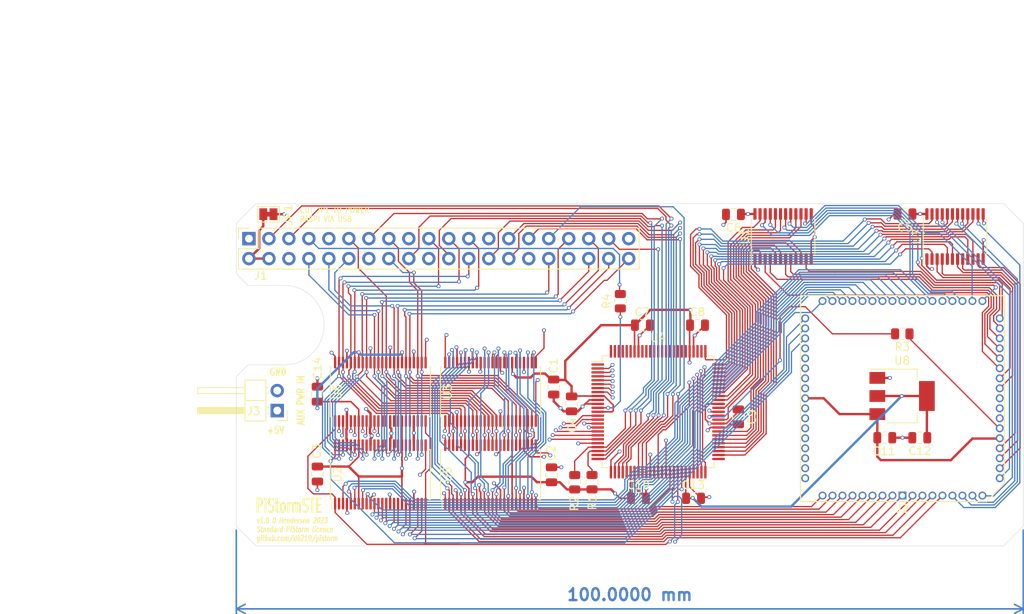
<source format=kicad_pcb>
(kicad_pcb (version 20211014) (generator pcbnew)
  (title_block (title "PiStorm STE") (date "2023-09-06") (rev "1.0") (company "D Henderson") (comment 1 "Standard PiStorm Licence"))
  (layers (0 "F.Cu" signal) (1 "In1.Cu" signal) (2 "In2.Cu" signal) (31 "B.Cu" signal) (34 "B.Paste" user) (35 "F.Paste" user) (36 "B.SilkS" user "B.Silkscreen") (37 "F.SilkS" user "F.Silkscreen") (38 "B.Mask" user) (39 "F.Mask" user) (44 "Edge.Cuts" user))
  (net 0 "")
  (net 1 "GND")
  (net 2 "+3V3")
  (net 3 "+5V")
  (net 4 "/SD13")
  (net 5 "/SD12")
  (net 6 "/TCK")
  (net 7 "/SD8")
  (net 8 "/SD11")
  (net 9 "/SD5")
  (net 10 "/SD4")
  (net 11 "/SOE")
  (net 12 "/SA0")
  (net 13 "/AUX1")
  (net 14 "/AUX0")
  (net 15 "/SWE")
  (net 16 "/SD0")
  (net 17 "/SD3")
  (net 18 "/TDO")
  (net 19 "/SD1")
  (net 20 "/SD2")
  (net 21 "/TMS")
  (net 23 "/SD15")
  (net 24 "/SD14")
  (net 25 "/TDI")
  (net 26 "/SD10")
  (net 27 "/SD9")
  (net 28 "/SD7")
  (net 29 "/SD6")
  (net 30 "/PICLK")
  (net 31 "/SA1")
  (net 32 "/SA2")
  (net 34 "/A13")
  (net 35 "/A14")
  (net 36 "/A15")
  (net 37 "/A16")
  (net 38 "/A17")
  (net 39 "/A18")
  (net 40 "/A19")
  (net 41 "/A20")
  (net 42 "/A21")
  (net 43 "/A22")
  (net 44 "/A23")
  (net 45 "/D15")
  (net 46 "/D14")
  (net 47 "/D13")
  (net 48 "/D12")
  (net 49 "/D11")
  (net 50 "/D10")
  (net 51 "/D9")
  (net 52 "/D8")
  (net 53 "/D7")
  (net 54 "/D6")
  (net 55 "/D5")
  (net 56 "/D4")
  (net 57 "/D3")
  (net 58 "/D2")
  (net 59 "/D1")
  (net 60 "/D0")
  (net 61 "/AS")
  (net 62 "/UDS")
  (net 63 "/LDS")
  (net 64 "/RW")
  (net 65 "/A12")
  (net 66 "/A11")
  (net 67 "/A10")
  (net 68 "/A9")
  (net 69 "/A8")
  (net 70 "/A7")
  (net 71 "/A6")
  (net 72 "/A5")
  (net 73 "/A4")
  (net 74 "/A3")
  (net 75 "/A2")
  (net 76 "/A1")
  (net 78 "/FC0")
  (net 79 "/FC1")
  (net 80 "/FC2")
  (net 81 "/IPL0")
  (net 82 "/IPL1")
  (net 83 "/IPL2")
  (net 84 "/BERR")
  (net 85 "/VPA")
  (net 86 "/E")
  (net 87 "/VMA")
  (net 88 "/RESET")
  (net 89 "/HALT")
  (net 91 "/CLK")
  (net 92 "/BR")
  (net 93 "/BGACK")
  (net 94 "/BG")
  (net 95 "/DTACK")
  (net 96 "/FC0_3")
  (net 97 "/FC1_3")
  (net 98 "/IPL1_3")
  (net 99 "/IPL2_3")
  (net 100 "/FC2_3")
  (net 101 "/IPL0_3")
  (net 102 "/BERR_3")
  (net 103 "/VPA_3")
  (net 104 "/E_3")
  (net 105 "/VMA_3")
  (net 106 "/ADDR_LTCH_0")
  (net 107 "/ADDR_LTCH_8")
  (net 108 "/ADDR_OE")
  (net 109 "/DATA_RD_LTCH_LB")
  (net 110 "/DATA_RD_LTCH_HB")
  (net 111 "/DATA_RD_OE")
  (net 132 "/DTACK_3")
  (net 133 "/RW_3")
  (net 134 "/LDS_3")
  (net 135 "/UDS_3")
  (net 136 "/AS_3")
  (net 137 "/BG_3")
  (net 138 "/BGACK_3")
  (net 139 "/BR_3")
  (net 140 "/HALT_3")
  (net 141 "/RESET_3")
  (net 143 "/ADDR_LTCH_24")
  (net 144 "/ADDR_LTCH_16")
  (net 145 "/DATA_WR_OE")
  (net 146 "/DATA_WR_LTCH_LB")
  (net 149 "/DATA_WR_LTCH_HB")
  (net 160 "/CLK_STE")
  (net 161 "/+5V_PI")
  (net 162 "/PICLK_OUT")
  (footprint "Capacitor_SMD:C_0805_2012Metric" (layer "F.Cu") (at 104.55541 149.462562 90)
    (fp_text reference "C2")
    (fp_text value "100n")
  )
  (footprint "Capacitor_SMD:C_0805_2012Metric" (layer "F.Cu") (at 74.80541 149.362562 -90)
    (fp_text reference "C3")
    (fp_text value "100n")
  )
  (footprint "Capacitor_SMD:C_0805_2012Metric" (layer "F.Cu") (at 107.10538 140.44868 -90)
    (fp_text reference "C4")
    (fp_text value "100n")
  )
  (footprint "Capacitor_SMD:C_0805_2012Metric" (layer "F.Cu") (at 149.46788 116.32368 180)
    (fp_text reference "C5")
    (fp_text value "100n")
  )
  (footprint "Capacitor_SMD:C_0805_2012Metric" (layer "F.Cu") (at 127.67413 116.37368 180)
    (fp_text reference "C6")
    (fp_text value "100n")
  )
  (footprint "Capacitor_SMD:C_0805_2012Metric" (layer "F.Cu") (at 116.10538 130.44868)
    (fp_text reference "C7")
    (fp_text value "100n")
  )
  (footprint "Capacitor_SMD:C_0805_2012Metric" (layer "F.Cu") (at 123.10538 130.44868)
    (fp_text reference "C8")
    (fp_text value "100n")
  )
  (footprint "Capacitor_SMD:C_0805_2012Metric" (layer "F.Cu") (at 128.29288 142.09868 90)
    (fp_text reference "C9")
    (fp_text value "100n")
  )
  (footprint "Capacitor_SMD:C_0805_2012Metric" (layer "F.Cu") (at 115.60538 152.44868)
    (fp_text reference "C10")
    (fp_text value "100n")
  )
  (footprint "Capacitor_SMD:C_0805_2012Metric" (layer "F.Cu") (at 146.90538 144.74868)
    (fp_text reference "C11")
    (fp_text value "22u")
  )
  (footprint "Capacitor_SMD:C_0805_2012Metric" (layer "F.Cu") (at 151.35538 144.74868 180)
    (fp_text reference "C12")
    (fp_text value "22u")
  )
  (footprint "Capacitor_SMD:C_0805_2012Metric" (layer "F.Cu") (at 122.60538 152.44868)
    (fp_text reference "C13")
    (fp_text value "100n")
  )
  (footprint "Capacitor_SMD:C_0805_2012Metric" (layer "F.Cu") (at 74.80541 139.212562 90)
    (fp_text reference "C14")
    (fp_text value "100n")
  )
  (footprint "Connector_PinSocket_2.54mm:PinSocket_2x20_P2.54mm_Vertical" (layer "F.Cu") (at 66.10538 119.44868 90)
    (fp_text reference "J1")
    (fp_text value "Raspberry_Pi_2_3")
  )
  (footprint "Package_SO:TSSOP-24_4.4x7.8mm_P0.65mm" (layer "F.Cu") (at 133.98038 119.17993 90)
    (fp_text reference "U1")
    (fp_text value "SN54CBTD3384")
  )
  (footprint "Package_SO:TSSOP-48_6.1x12.5mm_P0.5mm" (layer "F.Cu") (at 82.80541 149.412562 90)
    (fp_text reference "U2")
    (fp_text value "SN74LVC16373")
  )
  (footprint "Package_QFP:LQFP-100_14x14mm_P0.5mm" (layer "F.Cu") (at 118.10538 141.44868)
    (fp_text reference "U4")
    (fp_text value "EPM240T100")
  )
  (footprint "Package_SO:TSSOP-24_4.4x7.8mm_P0.65mm" (layer "F.Cu") (at 155.83038 119.18618 90)
    (fp_text reference "U7")
    (fp_text value "SN54CBTD3384")
  )
  (footprint "Package_TO_SOT_SMD:SOT-223-3_TabPin2" (layer "F.Cu") (at 149.10538 139.44868)
    (fp_text reference "U8")
    (fp_text value "LM1117-3.3")
  )
  (footprint "Package_SO:TSSOP-48_6.1x12.5mm_P0.5mm" (layer "F.Cu") (at 96.80541 138.912562 90)
    (fp_text reference "U3")
    (fp_text value "SN74LVC16373")
  )
  (footprint "Package_SO:TSSOP-48_6.1x12.5mm_P0.5mm" (layer "F.Cu") (at 82.80541 138.912562 90)
    (fp_text reference "U6")
    (fp_text value "SN74LVC16373")
  )
  (footprint "Package_SO:TSSOP-48_6.1x12.5mm_P0.5mm" (layer "F.Cu") (at 96.80541 149.412562 90)
    (fp_text reference "U5")
    (fp_text value "SN74LVC16373")
  )
  (footprint "PLCC_plugs:PLCC68_male_pins" (layer "F.Cu") (at 149.15 152.1 180)
    (fp_text reference "J2")
    (fp_text value "PLCC68_plug")
  )
  (footprint "MountingHole:MountingHole_2.7mm" (layer "F.Cu") (at 69.7 146.3)
    (fp_text reference "REF**")
    (fp_text value "MountingHole_2.7mm")
  )
  (footprint "Resistor_SMD:R_0805_2012Metric" (layer "F.Cu") (at 149.13 131.55 180)
    (fp_text reference "R3")
    (fp_text value "0-100R")
  )
  (footprint "Resistor_SMD:R_0805_2012Metric" (layer "F.Cu") (at 107.5 150.41 90)
    (fp_text reference "R2")
    (fp_text value "4k7")
  )
  (footprint "Capacitor_SMD:C_0805_2012Metric" (layer "F.Cu") (at 104.83459 138.307438 -90)
    (fp_text reference "C1")
    (fp_text value "100n")
  )
  (footprint "Jumper:SolderJumper-2_P1.3mm_Bridged_Pad1.0x1.5mm" (layer "F.Cu") (at 68.57462 116.35 180)
    (fp_text reference "JP1")
    (fp_text value "SolderJumper_2_Bridged")
  )
  (footprint "Connector_PinHeader_2.54mm:PinHeader_1x02_P2.54mm_Horizontal" (layer "F.Cu") (at 69.7 141.3 180)
    (fp_text reference "J3")
    (fp_text value "Conn_01x02_Male")
  )
  (footprint "Resistor_SMD:R_0805_2012Metric" (layer "F.Cu") (at 113.3 127.4 -90)
    (fp_text reference "R4")
    (fp_text value "0-100R")
  )
  (footprint "Resistor_SMD:R_0805_2012Metric" (layer "F.Cu") (at 109.7 150.4 90)
    (fp_text reference "R1")
    (fp_text value "4k7")
  )
  (gr_line (start 162 158.5) (end 67 158.5) (layer "Edge.Cuts") (width 0.05))
  (gr_line (start 67 115) (end 162 115) (layer "Edge.Cuts") (width 0.05))
  (gr_line (start 64.5 137) (end 66 135.5) (layer "Edge.Cuts") (width 0.05))
  (gr_line (start 64.5 156) (end 64.5 137) (layer "Edge.Cuts") (width 0.05))
  (gr_line (start 64.5 156) (end 67 158.5) (layer "Edge.Cuts") (width 0.05))
  (gr_line (start 66 135.5) (end 70.6 135.5) (layer "Edge.Cuts") (width 0.05))
  (gr_line (start 70.6 125.4) (end 66 125.4) (layer "Edge.Cuts") (width 0.05))
  (gr_line (start 64.5 123.9) (end 66 125.4) (layer "Edge.Cuts") (width 0.05))
  (gr_line (start 67 115) (end 64.5 117.5) (layer "Edge.Cuts") (width 0.05))
  (gr_line (start 162 115) (end 164.5 117.5) (layer "Edge.Cuts") (width 0.05))
  (gr_line (start 64.5 123.9) (end 64.5 117.5) (layer "Edge.Cuts") (width 0.05))
  (gr_line (start 164.5 117.5) (end 164.5 156) (layer "Edge.Cuts") (width 0.05))
  (gr_arc (start 70.6 125.4) (mid 75.655399 130.45) (end 70.6 135.5) (layer "Edge.Cuts") (width 0.05))
  (gr_line (start 162 158.5) (end 164.5 156) (layer "Edge.Cuts") (width 0.05))
  (gr_text "v1.0 D Henderson 2023\nStandard PiStorm licence\ngithub.com/dh219/pistorm" (at 67 156.4) (layer "F.SilkS") (effects (font (size 0.7 0.5) (thickness 0.125) italic) (justify left)))
  (gr_text "+5V" (at 69.5 143.8) (layer "F.SilkS") (effects (font (size 0.9 0.7) (thickness 0.175))))
  (gr_text "PiStormSTE" (at 66.8 153.4) (layer "F.SilkS") (effects (font (size 1.7 1) (thickness 0.25)) (justify left)))
  (gr_text "GND" (at 69.8 136.4) (layer "F.SilkS") (effects (font (size 0.9 0.7) (thickness 0.175))))
  (gr_text "CUT JP1 TO POWER\nRASPI VIA USB" (at 72.5 116.4) (layer "F.SilkS") (effects (font (size 0.7 0.6) (thickness 0.12)) (justify left)))
  (gr_text "AUX PWR IN" (at 72.7 140 90) (layer "F.SilkS") (effects (font (size 0.9 0.7) (thickness 0.175))))
  (dimension (type aligned) (layer "B.Cu") (pts (xy 164.5 156) (xy 64.5 156)) (height -10.5) (gr_text "100.0000 mm" (at 114.5 164.7) (layer "B.Cu") (effects (font (size 1.5 1.5) (thickness 0.3)))) (format (units 3) (units_format 1) (precision 4)) (style (thickness 0.2) (arrow_length 1.27) (text_position_mode 0) (extension_height 0.58642) (extension_offset 0.5) keep_text_aligned))
  (segment (start 81.55541 141.65541) (end 81 141.1) (width 0.3) (layer "F.Cu") (net 1))
  (segment (start 148.51788 116.32368) (end 148.0945 116.32368) (width 0.2) (layer "F.Cu") (net 1))
  (segment (start 122.60538 133.77368) (end 122.60538 131.89868) (width 0.2) (layer "F.Cu") (net 1))
  (segment (start 122.10538 150.99868) (end 123.55538 152.44868) (width 0.16) (layer "F.Cu") (net 1))
  (segment (start 159.40538 116.32368) (end 159.40538 117.40538) (width 0.2) (layer "F.Cu") (net 1))
  (segment (start 124.1 140.6) (end 124.25132 140.44868) (width 0.2) (layer "F.Cu") (net 1))
  (segment (start 78.55541 141.25541) (end 78.5 141.2) (width 0.3) (layer "F.Cu") (net 1))
  (segment (start 84.05541 152.02391) (end 84 151.9685) (width 0.2) (layer "F.Cu") (net 1))
  (segment (start 81.7 144.727562) (end 81.7 144.5) (width 0.3) (layer "F.Cu") (net 1))
  (segment (start 78.55541 143.620602) (end 78.49541 143.680602) (width 0.3) (layer "F.Cu") (net 1))
  (segment (start 116.55538 151.24462) (end 116.6 151.2) (width 0.2) (layer "F.Cu") (net 1))
  (segment (start 104.83459 139.257438) (end 104.83459 140.126152) (width 0.3) (layer "F.Cu") (net 1))
  (segment (start 101.05541 145.700062) (end 101.05541 144.04459) (width 0.2) (layer "F.Cu") (net 1))
  (segment (start 101.05541 135.200062) (end 101.05541 136.3895) (width 0.2) (layer "F.Cu") (net 1))
  (segment (start 81.55541 152.41309) (end 82 151.9685) (width 0.2) (layer "F.Cu") (net 1))
  (segment (start 95.16591 146.847062) (end 95.55541 146.457562) (width 0.2) (layer "F.Cu") (net 1))
  (segment (start 81.55541 153.125062) (end 81.55541 152.41309) (width 0.2) (layer "F.Cu") (net 1))
  (segment (start 98.05541 141.4105) (end 98.06591 141.4) (width 0.2) (layer "F.Cu") (net 1))
  (segment (start 78.55541 154.25541) (end 78.6 154.3) (width 0.2) (layer "F.Cu") (net 1))
  (segment (start 101.05541 146.411324) (end 101.05541 145.700062) (width 0.2) (layer "F.Cu") (net 1))
  (segment (start 95.55541 146.457562) (end 95.55541 145.700062) (width 0.2) (layer "F.Cu") (net 1))
  (segment (start 78.49541 143.680602) (end 78.49541 144.89541) (width 0.3) (layer "F.Cu") (net 1))
  (segment (start 130.40538 123.00538) (end 130.8 123.4) (width 0.2) (layer "F.Cu") (net 1))
  (segment (start 106.107118 141.39868) (end 107.10538 141.39868) (width 0.3) (layer "F.Cu") (net 1))
  (segment (start 110.43038 140.44868) (end 108.85132 140.44868) (width 0.2) (layer "F.Cu") (net 1))
  (segment (start 95.55541 151.65541) (end 95.4 151.5) (width 0.2) (layer "F.Cu") (net 1))
  (segment (start 81.7 144.5) (end 81.7 144.349112) (width 0.3) (layer "F.Cu") (net 1))
  (segment (start 152.25538 122.95538) (end 152.6 123.3) (width 0.2) (layer "F.Cu") (net 1))
  (segment (start 101.814086 147.17) (end 101.05541 146.411324) (width 0.2) (layer "F.Cu") (net 1))
  (segment (start 81.49541 144.144522) (end 81.49541 143.50459) (width 0.3) (layer "F.Cu") (net 1))
  (segment (start 101.04541 153.115062) (end 101.04541 151.85459) (width 0.2) (layer "F.Cu") (net 1))
  (segment (start 92.56541 144.123811) (end 92.56541 142.635062) (width 0.2) (layer "F.Cu") (net 1))
  (segment (start 145.95538 137.14868) (end 147.55132 137.14868) (width 0.3) (layer "F.Cu") (net 1))
  (segment (start 98.05541 136.2605) (end 98.29491 136.5) (width 0.2) (layer "F.Cu") (net 1))
  (segment (start 78.49541 144.89541) (end 78.55541 144.95541) (width 0.3) (layer "F.Cu") (net 1))
  (segment (start 87.05541 133.8105) (end 87.04491 133.8) (width 0.2) (layer "F.Cu") (net 1))
  (segment (start 74.80541 137.20541) (end 74.8 137.2) (width 0.3) (layer "F.Cu") (net 1))
  (segment (start 126.72413 116.37368) (end 126.72413 117.37587) (width 0.2) (layer "F.Cu") (net 1))
  (segment (start 92.54541 135.190062) (end 92.54541 133.340581) (width 0.2) (layer "F.Cu") (net 1))
  (segment (start 115.60538 133.77368) (end 115.60538 131.89868) (width 0.2) (layer "F.Cu") (net 1))
  (segment (start 159.40538 119.69462) (end 159.474479 119.625521) (width 0.2) (layer "F.Cu") (net 1))
  (segment (start 78.55541 142.625062) (end 78.55541 143.620602) (width 0.3) (layer "F.Cu") (net 1))
  (segment (start 78.55541 153.125062) (end 78.55541 154.25541) (width 0.2) (layer "F.Cu") (net 1))
  (segment (start 74.80541 150.312562) (end 74.80541 151.39459) (width 0.2) (layer "F.Cu") (net 1))
  (segment (start 98.06541 151.36541) (end 97.23786 150.53786) (width 0.2) (layer "F.Cu") (net 1))
  (segment (start 101.06591 151.83409) (end 101.06591 151.1) (width 0.2) (layer "F.Cu") (net 1))
  (segment (start 81.55541 142.625062) (end 81.55541 141.65541) (width 0.3) (layer "F.Cu") (net 1))
  (segment (start 95.4 151.5) (end 95.4 150.786557) (width 0.2) (layer "F.Cu") (net 1))
  (segment (start 84.05541 143.452972) (end 84.2 143.597562) (width 0.3) (layer "F.Cu") (net 1))
  (segment (start 84.2 144.2) (end 84.2 144.727562) (width 0.3) (layer "F.Cu") (net 1))
  (segment (start 98.05541 142.625062) (end 98.05541 141.4105) (width 0.2) (layer "F.Cu") (net 1))
  (segment (start 92.54541 133.340581) (end 92.465518 133.260689) (width 0.2) (layer "F.Cu") (net 1))
  (segment (start 81.55541 135.200062) (end 81.55541 133.401) (width 0.2) (layer "F.Cu") (net 1))
  (segment (start 107.90132 141.39868) (end 107.10538 141.39868) (width 0.3) (layer "F.Cu") (net 1))
  (segment (start 138 119.2705) (end 137.55538 119.71512) (width 0.2) (layer "F.Cu") (net 1))
  (segment (start 109.35132 139.94868) (end 108.8 140.5) (width 0.2) (layer "F.Cu") (net 1))
  (segment (start 159.40538 117.40538) (end 159.5 117.5) (width 0.2) (layer "F.Cu") (net 1))
  (segment (start 95.4 150.786557) (end 95.364148 150.750705) (width 0.2) (layer "F.Cu") (net 1))
  (segment (start 78.55541 144.95541) (end 78.55541 145.700062) (width 0.3) (layer "F.Cu") (net 1))
  (segment (start 84.05541 153.125062) (end 84.05541 152.02391) (width 0.2) (layer "F.Cu") (net 1))
  (segment (start 137.55538 117.55538) (end 137.55538 116.31743) (width 0.2) (layer "F.Cu") (net 1))
  (segment (start 87.05541 151.64459) (end 87.1 151.6) (width 0.2) (layer "F.Cu") (net 1))
  (segment (start 95.55541 136.302477) (end 95.5 136.357887) (width 0.2) (layer "F.Cu") (net 1))
  (segment (start 101.05541 143.75541) (end 101.2 143.9) (width 0.2) (layer "F.Cu") (net 1))
  (segment (start 150.40538 144.74868) (end 149.15132 144.74868) (width 0.3) (layer "F.Cu") (net 1))
  (segment (start 110.43038 139.94868) (end 109.35132 139.94868) (width 0.2) (layer "F.Cu") (net 1))
  (segment (start 130.40538 122.04243) (end 130.40538 123.00538) (width 0.2) (layer "F.Cu") (net 1))
  (segment (start 74.80541 151.39459) (end 74.8 151.4) (width 0.2) (layer "F.Cu") (net 1))
  (segment (start 148.0945 116.32368) (end 147.4 117.01818) (width 0.2) (layer "F.Cu") (net 1))
  (segment (start 126.786212 142.94868) (end 128.25538 141.479512) (width 0.2) (layer "F.Cu") (net 1))
  (segment (start 78.55541 135.200062) (end 78.55541 133.7105) (width 0.2) (layer "F.Cu") (net 1))
  (segment (start 81.49541 143.50459) (end 81.55541 143.44459) (width 0.3) (layer "F.Cu") (net 1))
  (segment (start 81.55541 145.700062) (end 81.55541 144.872152) (width 0.3) (layer "F.Cu") (net 1))
  (segment (start 87.05541 145.700062) (end 87.05541 144.14459) (width 0.3) (layer "F.Cu") (net 1))
  (segment (start 98.05541 135.200062) (end 98.05541 136.2605) (width 0.2) (layer "F.Cu") (net 1))
  (segment (start 137.55538 119.71512) (end 137.55538 122.04243) (width 0.2) (layer "F.Cu") (net 1))
  (segment (start 122.75203 131.75203) (end 124.05538 130.44868) (width 0.2) (layer "F.Cu") (net 1))
  (segment (start 152.6 123.3) (end 152.9 123.3) (width 0.2) (layer "F.Cu") (net 1))
  (segment (start 84.2 143.597562) (end 84.2 144.2) (width 0.3) (layer "F.Cu") (net 1))
  (segment (start 92.55541 142.625062) (end 92.55541 141.55244) (width 0.2) (layer "F.Cu") (net 1))
  (segment (start 95.56541 144.181313) (end 95.54541 144.201313) (width 0.2) (layer "F.Cu") (net 1))
  (segment (start 104.83459 140.126152) (end 105.7 140.991562) (width 0.3) (layer "F.Cu") (net 1))
  (segment (start 84.05541 135.200062) (end 84.05541 133.3105) (width 0.2) (layer "F.Cu") (net 1))
  (segment (start 115.10538 150.99868) (end 116.55538 152.44868) (width 0.2) (layer "F.Cu") (net 1))
  (segment (start 98.06541 153.115062) (end 98.06541 151.36541) (width 0.2) (layer "F.Cu") (net 1))
  (segment (start 97.5 146.847062) (end 97.619672 146.847062) (width 0.2) (layer "F.Cu") (net 1))
  (segment (start 124.25132 140.44868) (end 125.78038 140.44868) (width 0.2) (layer "F.Cu") (net 1))
  (segment (start 95.55541 135.200062) (end 95.55541 136.302477) (width 0.2) (layer "F.Cu") (net 1))
  (segment (start 101.05541 142.625062) (end 101.05541 143.75541) (width 0.2) (layer "F.Cu") (net 1))
  (segment (start 95.55541 153.125062) (end 95.55541 151.65541) (width 0.2) (layer "F.Cu") (net 1))
  (segment (start 92.54541 151.59482) (end 92.375295 151.424705) (width 0.2) (layer "F.Cu") (net 1))
  (segment (start 116.55538 152.44868) (end 116.55538 151.24462) (width 0.2) (layer "F.Cu") (net 1))
  (segment (start 124.1 142.40512) (end 124.1 140.6) (width 0.2) (layer "F.Cu") (net 1))
  (segment (start 138 119.2705) (end 138 118) (width 0.2) (layer "F.Cu") (net 1))
  (segment (start 84.05541 133.3105) (end 84.06591 133.3) (width 0.2) (layer "F.Cu") (net 1))
  (segment (start 98.05541 146.411324) (end 98.05541 145.700062) (width 0.2) (layer "F.Cu") (net 1))
  (segment (start 138 118) (end 137.55538 117.55538) (width 0.2) (layer "F.Cu") (net 1))
  (segment (start 78.55541 133.7105) (end 78.54491 133.7) (width 0.2) (layer "F.Cu") (net 1))
  (segment (start 87.05541 153.125062) (end 87.05541 151.64459) (width 0.2) (layer "F.Cu") (net 1))
  (segment (start 108.8 140.5) (end 108.5 140.8) (width 0.2) (layer "F.Cu") (net 1))
  (segment (start 115.10538 149.12368) (end 115.10538 150.99868) (width 0.2) (layer "F.Cu") (net 1))
  (segment (start 149.15132 144.74868) (end 147.85538 144.74868) (width 0.3) (layer "F.Cu") (net 1))
  (segment (start 97.619672 146.847062) (end 98.05541 146.411324) (width 0.2) (layer "F.Cu") (net 1))
  (segment (start 108.5 140.8) (end 107.90132 141.39868) (width 0.3) (layer "F.Cu") (net 1))
  (segment (start 78.55541 142.625062) (end 78.55541 141.25541) (width 0.3) (layer "F.Cu") (net 1))
  (segment (start 126.72413 117.37587) (end 126.4 117.7) (width 0.2) (layer "F.Cu") (net 1))
  (segment (start 124.64356 142.94868) (end 124.1 142.40512) (width 0.2) (layer "F.Cu") (net 1))
  (segment (start 115.75203 131.75203) (end 117.05538 130.44868) (width 0.2) (layer "F.Cu") (net 1))
  (segment (start 124.6 152.3) (end 123.70406 152.3) (width 0.2) (layer "F.Cu") (net 1))
  (segment (start 81.55541 143.44459) (end 81.55541 142.625062) (width 0.3) (layer "F.Cu") (net 1))
  (segment (start 105.7 140.991562) (end 106.107118 141.39868) (width 0.3) (layer "F.Cu") (net 1))
  (segment (start 87.05541 144.14459) (end 87.05541 142.625062) (width 0.3) (layer "F.Cu") (net 1))
  (segment (start 152.25538 122.04868) (end 152.25538 122.95538) (width 0.2) (layer "F.Cu") (net 1))
  (segment (start 124.64356 142.94868) (end 125.78038 142.94868) (width 0.2) (layer "F.Cu") (net 1))
  (segment (start 84.05541 142.625062) (end 84.05541 143.452972) (width 0.3) (layer "F.Cu") (net 1))
  (segment (start 122.60538 131.89868) (end 122.75203 131.75203) (width 0.2) (layer "F.Cu") (net 1))
  (segment (start 101.05541 136.3895) (end 101.04491 136.4) (width 0.2) (layer "F.Cu") (net 1))
  (segment (start 108.85132 140.44868) (end 108.8 140.5) (width 0.2) (layer "F.Cu") (net 1))
  (segment (start 95.54541 144.201313) (end 95.54541 145.690062) (width 0.2) (layer "F.Cu") (net 1))
  (segment (start 125.78038 142.94868) (end 126.786212 142.94868) (width 0.2) (layer "F.Cu") (net 1))
  (segment (start 84.2 144.727562) (end 84.05541 144.872152) (width 0.3) (layer "F.Cu") (net 1))
  (segment (start 159.40538 122.04868) (end 159.40538 119.69462) (width 0.2) (layer "F.Cu") (net 1))
  (segment (start 81.55541 144.872152) (end 81.7 144.727562) (width 0.3) (layer "F.Cu") (net 1))
  (segment (start 103.6 147.17) (end 101.814086 147.17) (width 0.2) (layer "F.Cu") (net 1))
  (segment (start 81.7 144.349112) (end 81.49541 144.144522) (width 0.3) (layer "F.Cu") (net 1))
  (segment (start 101.04541 151.85459) (end 101.06591 151.83409) (width 0.2) (layer "F.Cu") (net 1))
  (segment (start 115.60538 131.89868) (end 115.75203 131.75203) (width 0.2) (layer "F.Cu") (net 1))
  (segment (start 105.8 148.5) (end 104.567972 148.5) (width 0.2) (layer "F.Cu") (net 1))
  (segment (start 84.05541 144.872152) (end 84.05541 145.700062) (width 0.3) (layer "F.Cu") (net 1))
  (segment (start 92.55541 141.55244) (end 92.5 141.49703) (width 0.2) (layer "F.Cu") (net 1))
  (segment (start 122.10538 149.12368) (end 122.10538 150.99868) (width 0.16) (layer "F.Cu") (net 1))
  (segment (start 81.55541 133.401) (end 81.54491 133.3905) (width 0.2) (layer "F.Cu") (net 1))
  (segment (start 92.54541 144.143811) (end 92.56541 144.123811) (width 0.2) (layer "F.Cu") (net 1))
  (segment (start 95.075909 146.847062) (end 95.16591 146.847062) (width 0.2) (layer "F.Cu") (net 1))
  (segment (start 87.05541 135.200062) (end 87.05541 133.8105) (width 0.2) (layer "F.Cu") (net 1))
  (segment (start 95.56541 142.635062) (end 95.56541 144.181313) (width 0.2) (layer "F.Cu") (net 1))
  (segment (start 101.05541 144.04459) (end 101.2 143.9) (width 0.2) (layer "F.Cu") (net 1))
  (segment (start 74.80541 138.262562) (end 74.80541 137.20541) (width 0.3) (layer "F.Cu") (net 1))
  (segment (start 92.54541 145.690062) (end 92.54541 144.143811) (width 0.2) (layer "F.Cu") (net 1))
  (segment (start 92.54541 153.115062) (end 92.54541 151.59482) (width 0.2) (layer "F.Cu") (net 1))
  (via (at 78.5 141.2) (size 0.5) (drill 0.3) (layers "F.Cu" "B.Cu") (net 1))
  (via (at 101.04491 136.4) (size 0.5) (drill 0.3) (layers "F.Cu" "B.Cu") (net 1))
  (via (at 138 119.2705) (size 0.5) (drill 0.3) (layers "F.Cu" "B.Cu") (net 1))
  (via (at 147.4 117.01818) (size 0.5) (drill 0.3) (layers "F.Cu" "B.Cu") (net 1))
  (via (at 84.06591 133.3) (size 0.5) (drill 0.3) (layers "F.Cu" "B.Cu") (net 1))
  (via (at 81 141.1) (size 0.5) (drill 0.3) (layers "F.Cu" "B.Cu") (net 1))
  (via (at 74.8 137.2) (size 0.5) (drill 0.3) (layers "F.Cu" "B.Cu") (net 1))
  (via (at 98.06591 141.4) (size 0.5) (drill 0.3) (layers "F.Cu" "B.Cu") (net 1))
  (via (at 124.64356 142.94868) (size 0.5) (drill 0.3) (layers "F.Cu" "B.Cu") (net 1))
  (via (at 126.4 117.7) (size 0.5) (drill 0.3) (layers "F.Cu" "B.Cu") (net 1))
  (via (at 78.54491 133.7) (size 0.5) (drill 0.3) (layers "F.Cu" "B.Cu") (net 1))
  (via (at 103.6 147.17) (size 0.5) (drill 0.3) (layers "F.Cu" "B.Cu") (net 1))
  (via (at 92.375295 151.424705) (size 0.5) (drill 0.3) (layers "F.Cu" "B.Cu") (net 1))
  (via (at 98.29491 136.5) (size 0.5) (drill 0.3) (layers "F.Cu" "B.Cu") (net 1))
  (via (at 81.54491 133.3905) (size 0.5) (drill 0.3) (layers "F.Cu" "B.Cu") (net 1))
  (via (at 74.8 151.4) (size 0.5) (drill 0.3) (layers "F.Cu" "B.Cu") (net 1))
  (via (at 108.5 140.8) (size 0.5) (drill 0.3) (layers "F.Cu" "B.Cu") (net 1))
  (via (at 105.8 148.5) (size 0.5) (drill 0.3) (layers "F.Cu" "B.Cu") (net 1))
  (via (at 97.5 146.847062) (size 0.5) (drill 0.3) (layers "F.Cu" "B.Cu") (net 1))
  (via (at 84 151.9685) (size 0.5) (drill 0.3) (layers "F.Cu" "B.Cu") (net 1))
  (via (at 95.364148 150.750705) (size 0.5) (drill 0.3) (layers "F.Cu" "B.Cu") (net 1))
  (via (at 122.75203 131.75203) (size 0.5) (drill 0.3) (layers "F.Cu" "B.Cu") (net 1))
  (via (at 92.465518 133.260689) (size 0.5) (drill 0.3) (layers "F.Cu" "B.Cu") (net 1))
  (via (at 82 151.9685) (size 0.5) (drill 0.3) (layers "F.Cu" "B.Cu") (net 1))
  (via (at 87.1 151.6) (size 0.5) (drill 0.3) (layers "F.Cu" "B.Cu") (net 1))
  (via (at 159.474479 119.625521) (size 0.5) (drill 0.3) (layers "F.Cu" "B.Cu") (net 1))
  (via (at 87.04491 133.8) (size 0.5) (drill 0.3) (layers "F.Cu" "B.Cu") (net 1))
  (via (at 130.8 123.4) (size 0.5) (drill 0.3) (layers "F.Cu" "B.Cu") (net 1))
  (via (at 84.2 144.2) (size 0.5) (drill 0.3) (layers "F.Cu" "B.Cu") (net 1))
  (via (at 101.06591 151.1) (size 0.5) (drill 0.3) (layers "F.Cu" "B.Cu") (net 1))
  (via (at 95.5 136.357887) (size 0.5) (drill 0.3) (layers "F.Cu" "B.Cu") (net 1))
  (via (at 159.5 117.5) (size 0.5) (drill 0.3) (layers "F.Cu" "B.Cu") (net 1))
  (via (at 116.6 151.2) (size 0.5) (drill 0.3) (layers "F.Cu" "B.Cu") (net 1))
  (via (at 124.6 152.3) (size 0.5) (drill 0.3) (layers "F.Cu" "B.Cu") (net 1))
  (via (at 115.75203 131.75203) (size 0.5) (drill 0.3) (layers "F.Cu" "B.Cu") (net 1))
  (via (at 95.075909 146.847062) (size 0.5) (drill 0.3) (layers "F.Cu" "B.Cu") (net 1))
  (via (at 78.6 154.3) (size 0.5) (drill 0.3) (layers "F.Cu" "B.Cu") (net 1))
  (via (at 92.5 141.49703) (size 0.5) (drill 0.3) (layers "F.Cu" "B.Cu") (net 1))
  (via (at 87.05541 144.14459) (size 0.5) (drill 0.3) (layers "F.Cu" "B.Cu") (net 1))
  (via (at 81.7 144.5) (size 0.5) (drill 0.3) (layers "F.Cu" "B.Cu") (net 1))
  (via (at 149.15132 144.74868) (size 0.5) (drill 0.3) (layers "F.Cu" "B.Cu") (net 1))
  (via (at 97.23786 150.53786) (size 0.5) (drill 0.3) (layers "F.Cu" "B.Cu") (net 1))
  (via (at 152.9 123.3) (size 0.5) (drill 0.3) (layers "F.Cu" "B.Cu") (net 1))
  (via (at 147.55132 137.14868) (size 0.5) (drill 0.3) (layers "F.Cu" "B.Cu") (net 1))
  (via (at 105.7 140.991562) (size 0.5) (drill 0.3) (layers "F.Cu" "B.Cu") (net 1))
  (segment (start 80.06541 147.13459) (end 78.787438 148.412562) (width 0.2) (layer "F.Cu") (net 2))
  (segment (start 93.6 150.4) (end 93.6 150.735903) (width 0.2) (layer "F.Cu") (net 2))
  (segment (start 94.5 150.4) (end 93.6 150.4) (width 0.3) (layer "F.Cu") (net 2))
  (segment (start 80.06541 145.710062) (end 80.06541 147.13459) (width 0.2) (layer "F.Cu") (net 2))
  (segment (start 124.75132 143.44868) (end 124.4 143.8) (width 0.2) (layer "F.Cu") (net 2))
  (segment (start 112.1125 151.3125) (end 112.636035 151.836035) (width 0.3) (layer "F.Cu") (net 2))
  (segment (start 85.54541 147.623811) (end 85.54541 147.201313) (width 0.2) (layer "F.Cu") (net 2))
  (segment (start 102.7 150.4) (end 104.542848 150.4) (width 0.3) (layer "F.Cu") (net 2))
  (segment (start 80.05541 153.125062) (end 80.05541 149.680534) (width 0.2) (layer "F.Cu") (net 2))
  (segment (start 74.80541 140.162562) (end 79.062562 140.162562) (width 0.2) (layer "F.Cu") (net 2))
  (segment (start 106.3 137.4) (end 106.3 135) (width 0.3) (layer "F.Cu") (net 2))
  (segment (start 99.545409 144.167761) (end 99.545409 145.690061) (width 0.2) (layer "F.Cu") (net 2))
  (segment (start 80.05541 142.625062) (end 80.05541 145.700062) (width 0.2) (layer "F.Cu") (net 2))
  (segment (start 115.10538 133.77368) (end 115.10538 130.49868) (width 0.2) (layer "F.Cu") (net 2))
  (segment (start 94.065411 142.635063) (end 94.065411 144.147759) (width 0.2) (layer "F.Cu") (net 2))
  (segment (start 93.6 147.4) (end 93.6 150.4) (width 0.2) (layer "F.Cu") (net 2))
  (segment (start 114.65538 152.44868) (end 113.24868 152.44868) (width 0.2) (layer "F.Cu") (net 2))
  (segment (start 122.45132 152.44868) (end 122.5 152.4) (width 0.2) (layer "F.Cu") (net 2))
  (segment (start 85.56541 147.181313) (end 85.56541 146.701313) (width 0.2) (layer "F.Cu") (net 2))
  (segment (start 94.045409 144.167761) (end 94.045409 145.690061) (width 0.2) (layer "F.Cu") (net 2))
  (segment (start 122.2 128.5) (end 117.10406 128.5) (width 0.3) (layer "F.Cu") (net 2))
  (segment (start 127.20538 143.04868) (end 128.25538 143.04868) (width 0.2) (layer "F.Cu") (net 2))
  (segment (start 112.4 140.6) (end 112.4 141.3) (width 0.2) (layer "F.Cu") (net 2))
  (segment (start 94.06541 151.201313) (end 94.06541 151.681313) (width 0.2) (layer "F.Cu") (net 2))
  (segment (start 107.10538 138.20538) (end 107.10538 139.49868) (width 0.3) (layer "F.Cu") (net 2))
  (segment (start 109.7 151.3125) (end 112.1125 151.3125) (width 0.3) (layer "F.Cu") (net 2))
  (segment (start 104.55541 137.412562) (end 106.287438 137.412562) (width 0.3) (layer "F.Cu") (net 2))
  (segment (start 101.9 137.1) (end 102.4 136.6) (width 0.3) (layer "F.Cu") (net 2))
  (segment (start 99.55541 135.200062) (end 99.55541 136.55541) (width 0.2) (layer "F.Cu") (net 2))
  (segment (start 104.55541 150.412562) (end 105.612562 150.412562) (width 0.3) (layer "F.Cu") (net 2))
  (segment (start 106.287438 137.412562) (end 106.3 137.4) (width 0.3) (layer "F.Cu") (net 2))
  (segment (start 102.7 150.4) (end 102 149.7) (width 0.3) (layer "F.Cu") (net 2))
  (segment (start 80.05541 133.9105) (end 80.04491 133.9) (width 0.2) (layer "F.Cu") (net 2))
  (segment (start 79.062562 140.162562) (end 80.05541 141.15541) (width 0.2) (layer "F.Cu") (net 2))
  (segment (start 85.56541 148.62541) (end 85.56541 147.643811) (width 0.2) (layer "F.Cu") (net 2))
  (segment (start 85.56591 133.9) (end 85.56591 135.189562) (width 0.2) (layer "F.Cu") (net 2))
  (segment (start 85.54541 147.201313) (end 85.56541 147.181313) (width 0.2) (layer "F.Cu") (net 2))
  (segment (start 102.4 136.6) (end 103.742848 136.6) (width 0.3) (layer "F.Cu") (net 2))
  (segment (start 117.10406 128.5) (end 115.15538 130.44868) (width 0.3) (layer "F.Cu") (net 2))
  (segment (start 111.24868 139.44868) (end 112.4 140.6) (width 0.2) (layer "F.Cu") (net 2))
  (segment (start 149.05132 139.44868) (end 152.25538 139.44868) (width 0.3) (layer "F.Cu") (net 2))
  (segment (start 125.78038 141.44868) (end 124.75818 141.44868) (width 0.2) (layer "F.Cu") (net 2))
  (segment (start 113.24868 152.44868) (end 112.636035 151.836035) (width 0.2) (layer "F.Cu") (net 2))
  (segment (start 99.65 136.65) (end 100.1 137.1) (width 0.3) (layer "F.Cu") (net 2))
  (segment (start 85.54541 148.64541) (end 85.56541 148.62541) (width 0.2) (layer "F.Cu") (net 2))
  (segment (start 106.3 135) (end 110.85132 130.44868) (width 0.3) (layer "F.Cu") (net 2))
  (segment (start 121.65538 152.44868) (end 122.45132 152.44868) (width 0.2) (layer "F.Cu") (net 2))
  (segment (start 85.54541 153.115062) (end 85.54541 149.65459) (width 0.2) (layer "F.Cu") (net 2))
  (segment (start 99.56541 151.951313) (end 99.54541 151.931313) (width 0.2) (layer "F.Cu") (net 2))
  (segment (start 85.519466 149.680534) (end 85.54541 149.65459) (width 0.2) (layer "F.Cu") (net 2))
  (segment (start 114.60538 149.12368) (end 114.60538 152.39868) (width 0.2) (layer "F.Cu") (net 2))
  (segment (start 112.24132 141.45868) (end 110.44038 141.45868) (width 0.2) (layer "F.Cu") (net 2))
  (segment (start 85.56541 146.701313) (end 85.54541 146.681313) (width 0.2) (layer "F.Cu") (net 2))
  (segment (start 99.55541 136.55541) (end 99.65 136.65) (width 0.2) (layer "F.Cu") (net 2))
  (segment (start 93.6 150.735903) (end 94.06541 151.201313) (width 0.2) (layer "F.Cu") (net 2))
  (segment (start 110.43038 139.44868) (end 111.24868 139.44868) (width 0.2) (layer "F.Cu") (net 2))
  (segment (start 95.2 149.7) (end 94.5 150.4) (width 0.3) (layer "F.Cu") (net 2))
  (segment (start 94.05541 146.94459) (end 93.6 147.4) (width 0.2) (layer "F.Cu") (net 2))
  (segment (start 74.80541 140.162562) (end 74.80541 140.99459) (width 0.3) (layer "F.Cu") (net 2))
  (segment (start 80.05541 149.680534) (end 78.787438 148.412562) (width 0.3) (layer "F.Cu") (net 2))
  (segment (start 102 149.7) (end 95.2 149.7) (width 0.3) (layer "F.Cu") (net 2))
  (segment (start 105.612562 150.412562) (end 106.5225 151.3225) (width 0.3) (layer "F.Cu") (net 2))
  (segment (start 78.787438 148.412562) (end 74.80541 148.412562) (width 0.3) (layer "F.Cu") (net 2))
  (segment (start 110.85132 130.44868) (end 115.15538 130.44868) (width 0.3) (layer "F.Cu") (net 2))
  (segment (start 122.10538 135.19462) (end 122.1 135.2) (width 0.2) (layer "F.Cu") (net 2))
  (segment (start 99.54541 152.393811) (end 99.56541 152.373811) (width 0.2) (layer "F.Cu") (net 2))
  (segment (start 94.065411 144.147759) (end 94.045409 144.167761) (width 0.2) (layer "F.Cu") (net 2))
  (segment (start 125.78038 143.44868) (end 124.75132 143.44868) (width 0.2) (layer "F.Cu") (net 2))
  (segment (start 145.95538 139.44868) (end 149.05132 139.44868) (width 0.3) (layer "F.Cu") (net 2))
  (segment (start 126.80538 143.44868) (end 127.20538 143.04868) (width 0.2) (layer "F.Cu") (net 2))
  (segment (start 100.1 137.1) (end 101.9 137.1) (width 0.3) (layer "F.Cu") (net 2))
  (segment (start 152.25538 144.69868) (end 152.25538 139.44868) (width 0.3) (layer "F.Cu") (net 2))
  (segment (start 121.60538 149.12368) (end 121.60538 152.39868) (width 0.2) (layer "F.Cu") (net 2))
  (segment (start 99.565411 142.635063) (end 99.565411 144.147759) (width 0.2) (layer "F.Cu") (net 2))
  (segment (start 110.43038 139.44868) (end 107.15538 139.44868) (width 0.2) (layer "F.Cu") (net 2))
  (segment (start 85.55541 145.700062) (end 85.55541 142.625062) (width 0.2) (layer "F.Cu") (net 2))
  (segment (start 99.565411 144.147759) (end 99.545409 144.167761) (width 0.2) (layer "F.Cu") (net 2))
  (segment (start 94.04541 151.701313) (end 94.04541 153.115062) (width 0.2) (layer "F.Cu") (net 2))
  (segment (start 80.05541 142.625062) (end 80.05541 141.15541) (width 0.2) (layer "F.Cu") (net 2))
  (segment (start 106.3 137.4) (end 107.10538 138.20538) (width 0.3) (layer "F.Cu") (net 2))
  (segment (start 94.06541 151.681313) (end 94.04541 151.701313) (width 0.2) (layer "F.Cu") (net 2))
  (segment (start 85.54541 146.681313) (end 85.54541 145.710062) (width 0.2) (layer "F.Cu") (net 2))
  (segment (start 103.742848 136.6) (end 104.55541 137.412562) (width 0.3) (layer "F.Cu") (net 2))
  (segment (start 85.56541 147.643811) (end 85.54541 147.623811) (width 0.2) (layer "F.Cu") (net 2))
  (segment (start 106.5225 151.3225) (end 107.5 151.3225) (width 0.3) (layer "F.Cu") (net 2))
  (segment (start 125.78038 143.44868) (end 126.80538 143.44868) (width 0.2) (layer "F.Cu") (net 2))
  (segment (start 99.54541 149.54541) (end 99.54541 145.710062) (width 0.2) (layer "F.Cu") (net 2))
  (segment (start 74.80541 140.99459) (end 74.8 141) (width 0.2) (layer "F.Cu") (net 2))
  (segment (start 122.10538 133.77368) (end 122.10538 130.49868) (width 0.2) (layer "F.Cu") (net 2))
  (segment (start 80.05541 135.200062) (end 80.05541 133.9105) (width 0.2) (layer "F.Cu") (net 2))
  (segment (start 124.75818 141.44868) (end 124.6095 141.3) (width 0.2) (layer "F.Cu") (net 2))
  (segment (start 94.05541 135.200062) (end 94.05541 136.357387) (width 0.16) (layer "F.Cu") (net 2))
  (segment (start 107.5 151.3225) (end 109.69 151.3225) (width 0.3) (layer "F.Cu") (net 2))
  (segment (start 85.54541 149.65459) (end 85.54541 148.64541) (width 0.3) (layer "F.Cu") (net 2))
  (segment (start 80.05541 149.680534) (end 85.519466 149.680534) (width 0.3) (layer "F.Cu") (net 2))
  (segment (start 122.10538 133.77368) (end 122.10538 135.19462) (width 0.2) (layer "F.Cu") (net 2))
  (segment (start 99.56541 152.373811) (end 99.56541 151.951313) (width 0.2) (layer "F.Cu") (net 2))
  (segment (start 99.54541 153.115062) (end 99.54541 152.393811) (width 0.2) (layer "F.Cu") (net 2))
  (segment (start 99.54541 151.931313) (end 99.54541 149.54541) (width 0.2) (layer "F.Cu") (net 2))
  (segment (start 122.2 128.5) (end 122.2 130.40406) (width 0.3) (layer "F.Cu") (net 2))
  (segment (start 112.4 141.3) (end 112.24132 141.45868) (width 0.2) (layer "F.Cu") (net 2))
  (segment (start 94.05541 145.700062) (end 94.05541 146.94459) (width 0.2) (layer "F.Cu") (net 2))
  (via (at 122.2 128.5) (size 0.5) (drill 0.3) (layers "F.Cu" "B.Cu") (net 2))
  (via (at 149.05132 139.44868) (size 0.5) (drill 0.3) (layers "F.Cu" "B.Cu") (net 2))
  (via (at 122.5 152.4) (size 0.5) (drill 0.3) (layers "F.Cu" "B.Cu") (net 2))
  (via (at 112.636035 151.836035) (size 0.5) (drill 0.3) (layers "F.Cu" "B.Cu") (net 2))
  (via (at 124.4 143.8) (size 0.5) (drill 0.3) (layers "F.Cu" "B.Cu") (net 2))
  (via (at 85.54541 148.64541) (size 0.5) (drill 0.3) (layers "F.Cu" "B.Cu") (net 2))
  (via (at 93.6 150.4) (size 0.5) (drill 0.3) (layers "F.Cu" "B.Cu") (net 2))
  (via (at 85.56591 133.9) (size 0.5) (drill 0.3) (layers "F.Cu" "B.Cu") (net 2))
  (via (at 99.65 136.65) (size 0.5) (drill 0.3) (layers "F.Cu" "B.Cu") (net 2))
  (via (at 80.04491 133.9) (size 0.5) (drill 0.3) (layers "F.Cu" "B.Cu") (net 2))
  (via (at 122.1 135.2) (size 0.5) (drill 0.3) (layers "F.Cu" "B.Cu") (net 2))
  (via (at 124.6095 141.3) (size 0.5) (drill 0.3) (layers "F.Cu" "B.Cu") (net 2))
  (via (at 94.05541 136.357387) (size 0.5) (drill 0.3) (layers "F.Cu" "B.Cu") (net 2))
  (via (at 74.8 141) (size 0.5) (drill 0.3) (layers "F.Cu" "B.Cu") (net 2))
  (segment (start 135 153.5) (end 123.6 153.5) (width 0.3) (layer "B.Cu") (net 2))
  (segment (start 80.34491 134.2) (end 85.26591 134.2) (width 0.3) (layer "B.Cu") (net 2))
  (segment (start 79.4 133.9) (end 74.8 138.5) (width 0.3) (layer "B.Cu") (net 2))
  (segment (start 80.04491 133.9) (end 80.34491 134.2) (width 0.3) (layer "B.Cu") (net 2))
  (segment (start 74.8 138.5) (end 74.8 141) (width 0.3) (layer "B.Cu") (net 2))
  (segment (start 123.6 153.5) (end 122.5 152.4) (width 0.3) (layer "B.Cu") (net 2))
  (segment (start 85.26591 134.2) (end 85.56591 133.9) (width 0.3) (layer "B.Cu") (net 2))
  (segment (start 149.05132 139.44868) (end 135 153.5) (width 0.3) (layer "B.Cu") (net 2))
  (segment (start 80.04491 133.9) (end 79.4 133.9) (width 0.3) (layer "B.Cu") (net 2))
  (segment (start 151.37632 116.32368) (end 151.4 116.300002) (width 0.3) (layer "F.Cu") (net 3))
  (segment (start 158.045924 144.854076) (end 155.3 147.6) (width 0.3) (layer "F.Cu") (net 3))
  (segment (start 141.14868 141.74868) (end 145.95538 141.74868) (width 0.3) (layer "F.Cu") (net 3))
  (segment (start 152.25538 116.32368) (end 151.37632 116.32368) (width 0.3) (layer "F.Cu") (net 3))
  (segment (start 129.48257 116.31743) (end 129.51743 116.31743) (width 0.3) (layer "F.Cu") (net 3))
  (segment (start 145.95538 147.15538) (end 145.95538 144.74868) (width 0.3) (layer "F.Cu") (net 3))
  (segment (start 161.485923 144.854076) (end 158.045924 144.854076) (width 0.3) (layer "F.Cu") (net 3))
  (segment (start 145.95538 144.74868) (end 145.95538 141.74868) (width 0.3) (layer "F.Cu") (net 3))
  (segment (start 139.14 139.74) (end 141.14868 141.74868) (width 0.3) (layer "F.Cu") (net 3))
  (segment (start 130.40538 116.31743) (end 129.48257 116.31743) (width 0.3) (layer "F.Cu") (net 3))
  (segment (start 146.4 147.6) (end 145.95538 147.15538) (width 0.3) (layer "F.Cu") (net 3))
  (segment (start 129.48257 116.31743) (end 128.68038 116.31743) (width 0.3) (layer "F.Cu") (net 3))
  (segment (start 136.79 139.74) (end 139.14 139.74) (width 0.3) (layer "F.Cu") (net 3))
  (segment (start 69.22462 116.35) (end 70.6 116.349999) (width 0.3) (layer "F.Cu") (net 3))
  (segment (start 151.37632 116.32368) (end 150.41788 116.32368) (width 0.3) (layer "F.Cu") (net 3))
  (segment (start 155.3 147.6) (end 146.4 147.6) (width 0.3) (layer "F.Cu") (net 3))
  (via (at 129.51743 116.31743) (size 0.5) (drill 0.3) (layers "F.Cu" "B.Cu") (net 3))
  (via (at 70.6 116.349999) (size 0.5) (drill 0.3) (layers "F.Cu" "B.Cu") (net 3))
  (via (at 151.4 116.300002) (size 0.5) (drill 0.3) (layers "F.Cu" "B.Cu") (net 3))
  (segment (start 100.55541 143.912562) (end 100.55541 142.625062) (width 0.16) (layer "F.Cu") (net 4))
  (segment (start 97.382313 137.487409) (end 100.55541 140.660506) (width 0.16) (layer "F.Cu") (net 4))
  (segment (start 106.117309 142.948498) (end 107.525228 142.948498) (width 0.16) (layer "F.Cu") (net 4))
  (segment (start 100.55541 140.660506) (end 100.55541 142.625062) (width 0.16) (layer "F.Cu") (net 4))
  (segment (start 107.525228 142.948498) (end 108.525046 141.94868) (width 0.16) (layer "F.Cu") (net 4))
  (segment (start 111.24594 124.75406) (end 111.6 124.75406) (width 0.16) (layer "F.Cu") (net 4))
  (segment (start 108.525046 141.94868) (end 110.43038 141.94868) (width 0.16) (layer "F.Cu") (net 4))
  (segment (start 86.55541 135.200062) (end 86.55541 136.412562) (width 0.16) (layer "F.Cu") (net 4))
  (segment (start 111.6 124.75406) (end 114.36538 121.98868) (width 0.16) (layer "F.Cu") (net 4))
  (segment (start 86.55541 136.412562) (end 86.55541 136.912562) (width 0.16) (layer "F.Cu") (net 4))
  (segment (start 107.3 128.7) (end 111.24594 124.75406) (width 0.16) (layer "F.Cu") (net 4))
  (segment (start 100.55541 144.950062) (end 100.55541 143.912562) (width 0.16) (layer "F.Cu") (net 4))
  (segment (start 86.55541 129.05541) (end 86.5 129) (width 0.16) (layer "F.Cu") (net 4))
  (segment (start 86.55541 145.700062) (end 86.55541 146.912562) (width 0.16) (layer "F.Cu") (net 4))
  (segment (start 87.130257 137.487409) (end 97.382313 137.487409) (width 0.16) (layer "F.Cu") (net 4))
  (segment (start 86.55541 136.912562) (end 87.130257 137.487409) (width 0.16) (layer "F.Cu") (net 4))
  (segment (start 86.55541 135.200062) (end 86.55541 129.05541) (width 0.16) (layer "F.Cu") (net 4))
  (segment (start 100.55541 145.700062) (end 100.55541 143.912562) (width 0.16) (layer "F.Cu") (net 4))
  (via (at 86.5 129) (size 0.5) (drill 0.3) (layers "F.Cu" "B.Cu") (net 4))
  (via (at 86.55541 146.912562) (size 0.5) (drill 0.3) (layers "F.Cu" "B.Cu") (net 4))
  (via (at 100.55541 143.912562) (size 0.5) (drill 0.3) (layers "F.Cu" "B.Cu") (net 4))
  (via (at 86.55541 136.412562) (size 0.5) (drill 0.3) (layers "F.Cu" "B.Cu") (net 4))
  (via (at 107.3 128.7) (size 0.5) (drill 0.3) (layers "F.Cu" "B.Cu") (net 4))
  (via (at 106.117309 142.948498) (size 0.5) (drill 0.3) (layers "F.Cu" "B.Cu") (net 4))
  (segment (start 107.3 128.7) (end 107 129) (width 0.16) (layer "B.Cu") (net 4))
  (segment (start 86.55541 136.412562) (end 86.55541 146.912562) (width 0.16) (layer "B.Cu") (net 4))
  (segment (start 107 129) (end 86.5 129) (width 0.16) (layer "B.Cu") (net 4))
  (segment (start 100.05541 144.412562) (end 100.05541 144.950062) (width 0.16) (layer "F.Cu") (net 5))
  (segment (start 111.82538 123.17462) (end 106.75 128.25) (width 0.16) (layer "F.Cu") (net 5))
  (segment (start 111.82538 121.98868) (end 111.82538 123.17462) (width 0.16) (layer "F.Cu") (net 5))
  (segment (start 86.950268 137.80742) (end 97.249776 137.80742) (width 0.16) (layer "F.Cu") (net 5))
  (segment (start 100.05541 140.613054) (end 100.05541 142.625062) (width 0.16) (layer "F.Cu") (net 5))
  (segment (start 86.05541 129.40541) (end 86.05541 135.200062) (width 0.16) (layer "F.Cu") (net 5))
  (segment (start 86.05541 145.700062) (end 86.05541 147.412562) (width 0.16) (layer "F.Cu") (net 5))
  (segment (start 85.9 128.5) (end 85.9 129.25) (width 0.16) (layer "F.Cu") (net 5))
  (segment (start 85.9 129.25) (end 86.05541 129.40541) (width 0.16) (layer "F.Cu") (net 5))
  (segment (start 100.05541 142.625062) (end 100.05541 144.412562) (width 0.16) (layer "F.Cu") (net 5))
  (segment (start 86.05541 135.200062) (end 86.05541 136.912562) (width 0.16) (layer "F.Cu") (net 5))
  (segment (start 105.7 143.45918) (end 107.467094 143.45918) (width 0.16) (layer "F.Cu") (net 5))
  (segment (start 108.477594 142.44868) (end 110.43038 142.44868) (width 0.16) (layer "F.Cu") (net 5))
  (segment (start 107.467094 143.45918) (end 108.477594 142.44868) (width 0.16) (layer "F.Cu") (net 5))
  (segment (start 97.249776 137.80742) (end 100.05541 140.613054) (width 0.16) (layer "F.Cu") (net 5))
  (segment (start 86.05541 136.912562) (end 86.950268 137.80742) (width 0.16) (layer "F.Cu") (net 5))
  (segment (start 100.05541 145.700062) (end 100.05541 144.412562) (width 0.16) (layer "F.Cu") (net 5))
  (via (at 86.05541 147.412562) (size 0.5) (drill 0.3) (layers "F.Cu" "B.Cu") (net 5))
  (via (at 85.9 128.5) (size 0.5) (drill 0.3) (layers "F.Cu" "B.Cu") (net 5))
  (via (at 86.05541 136.912562) (size 0.5) (drill 0.3) (layers "F.Cu" "B.Cu") (net 5))
  (via (at 106.75 128.25) (size 0.5) (drill 0.3) (layers "F.Cu" "B.Cu") (net 5))
  (via (at 105.7 143.45918) (size 0.5) (drill 0.3) (layers "F.Cu" "B.Cu") (net 5))
  (via (at 100.05541 144.412562) (size 0.5) (drill 0.3) (layers "F.Cu" "B.Cu") (net 5))
  (segment (start 85.9 128.5) (end 106.5 128.5) (width 0.16) (layer "B.Cu") (net 5))
  (segment (start 86.05541 136.912562) (end 86.05541 147.412562) (width 0.16) (layer "B.Cu") (net 5))
  (segment (start 106.5 128.5) (end 106.75 128.25) (width 0.16) (layer "B.Cu") (net 5))
  (segment (start 118.1105 120.8) (end 113.1767 120.8) (width 0.16) (layer "F.Cu") (net 6))
  (segment (start 115.26203 143.13797) (end 111.45132 146.94868) (width 0.16) (layer "F.Cu") (net 6))
  (segment (start 113.1767 120.8) (end 111.82538 119.44868) (width 0.16) (layer "F.Cu") (net 6))
  (segment (start 115.26203 141.3) (end 115.26203 143.13797) (width 0.16) (layer "F.Cu") (net 6))
  (segment (start 111.45132 146.94868) (end 110.43038 146.94868) (width 0.16) (layer "F.Cu") (net 6))
  (via (at 118.1105 120.8) (size 0.5) (drill 0.3) (layers "F.Cu" "B.Cu") (net 6))
  (via (at 115.26203 141.3) (size 0.5) (drill 0.3) (layers "F.Cu" "B.Cu") (net 6))
  (segment (start 115.75203 140.81) (end 115.718568 140.81) (width 0.16) (layer "B.Cu") (net 6))
  (segment (start 116.880503 139.681527) (end 115.75203 140.81) (width 0.16) (layer "B.Cu") (net 6))
  (segment (start 118.1105 120.8) (end 118.1105 137.433795) (width 0.16) (layer "B.Cu") (net 6))
  (segment (start 116.880503 138.663792) (end 116.880503 139.681527) (width 0.16) (layer "B.Cu") (net 6))
  (segment (start 115.431533 141.130497) (end 115.26203 141.3) (width 0.16) (layer "B.Cu") (net 6))
  (segment (start 115.431533 141.097035) (end 115.431533 141.130497) (width 0.16) (layer "B.Cu") (net 6))
  (segment (start 115.718568 140.81) (end 115.431533 141.097035) (width 0.16) (layer "B.Cu") (net 6))
  (segment (start 118.1105 137.433795) (end 116.880503 138.663792) (width 0.16) (layer "B.Cu") (net 6))
  (segment (start 97.05541 144.412562) (end 97.05541 144.950062) (width 0.16) (layer "F.Cu") (net 7))
  (segment (start 83.05541 136.912562) (end 85.230312 139.087464) (width 0.16) (layer "F.Cu") (net 7))
  (segment (start 94.255312 139.087464) (end 97.05541 141.887562) (width 0.16) (layer "F.Cu") (net 7))
  (segment (start 97.05541 142.625062) (end 97.05541 144.412562) (width 0.16) (layer "F.Cu") (net 7))
  (segment (start 83.05541 145.700062) (end 83.05541 147.412562) (width 0.16) (layer "F.Cu") (net 7))
  (segment (start 83.05541 135.200062) (end 83.05541 136.912562) (width 0.16) (layer "F.Cu") (net 7))
  (segment (start 83.05541 127.55541) (end 83.05541 135.200062) (width 0.16) (layer "F.Cu") (net 7))
  (segment (start 85.230312 139.087464) (end 94.255312 139.087464) (width 0.16) (layer "F.Cu") (net 7))
  (segment (start 97.05541 141.887562) (end 97.05541 142.625062) (width 0.16) (layer "F.Cu") (net 7))
  (segment (start 109.28538 121.98868) (end 109.28538 123.61462) (width 0.16) (layer "F.Cu") (net 7))
  (segment (start 109.28538 123.61462) (end 105.6 127.3) (width 0.16) (layer "F.Cu") (net 7))
  (segment (start 97.05541 145.700062) (end 97.05541 144.412562) (width 0.16) (layer "F.Cu") (net 7))
  (segment (start 109.3 143.43818) (end 110.41988 143.43818) (width 0.16) (layer "F.Cu") (net 7))
  (segment (start 83 127.5) (end 83.05541 127.55541) (width 0.16) (layer "F.Cu") (net 7))
  (via (at 83.05541 136.912562) (size 0.5) (drill 0.3) (layers "F.Cu" "B.Cu") (net 7))
  (via (at 109.3 143.43818) (size 0.5) (drill 0.3) (layers "F.Cu" "B.Cu") (net 7))
  (via (at 83.05541 147.412562) (size 0.5) (drill 0.3) (layers "F.Cu" "B.Cu") (net 7))
  (via (at 83 127.5) (size 0.5) (drill 0.3) (layers "F.Cu" "B.Cu") (net 7))
  (via (at 97.05541 144.412562) (size 0.5) (drill 0.3) (layers "F.Cu" "B.Cu") (net 7))
  (via (at 105.6 127.3) (size 0.5) (drill 0.3) (layers "F.Cu" "B.Cu") (net 7))
  (segment (start 83.6 137.457152) (end 83.6 137.729806) (width 0.16) (layer "B.Cu") (net 7))
  (segment (start 105.5 127.4) (end 105.6 127.3) (width 0.16) (layer "B.Cu") (net 7))
  (segment (start 83.05541 146.592538) (end 83.05541 147.412562) (width 0.16) (layer "B.Cu") (net 7))
  (segment (start 83.62541 146.022538) (end 83.05541 146.592538) (width 0.16) (layer "B.Cu") (net 7))
  (segment (start 83.6 137.729806) (end 83.62541 137.755216) (width 0.16) (layer "B.Cu") (net 7))
  (segment (start 83 127.5) (end 83.1 127.4) (width 0.16) (layer "B.Cu") (net 7))
  (segment (start 83.62541 137.755216) (end 83.62541 146.022538) (width 0.16) (layer "B.Cu") (net 7))
  (segment (start 83.1 127.4) (end 105.5 127.4) (width 0.16) (layer "B.Cu") (net 7))
  (segment (start 83.05541 136.912562) (end 83.6 137.457152) (width 0.16) (layer "B.Cu") (net 7))
  (segment (start 99.05541 143.912562) (end 99.05541 142.625062) (width 0.16) (layer "F.Cu") (net 8))
  (segment (start 85.05541 136.96) (end 86.222841 138.127431) (width 0.16) (layer "F.Cu") (net 8))
  (segment (start 85.05541 128.05541) (end 85 128) (width 0.16) (layer "F.Cu") (net 8))
  (segment (start 99.05541 140.065602) (end 99.05541 142.625062) (width 0.16) (layer "F.Cu") (net 8))
  (segment (start 85.05541 135.200062) (end 85.05541 128.05541) (width 0.16) (layer "F.Cu") (net 8))
  (segment (start 110.5 123.5) (end 106.2 127.8) (width 0.16) (layer "F.Cu") (net 8))
  (segment (start 110.5 120.6633) (end 110.5 123.5) (width 0.16) (layer "F.Cu") (net 8))
  (segment (start 85.05541 136.412562) (end 85.05541 136.96) (width 0.16) (layer "F.Cu") (net 8))
  (segment (start 109.28538 119.44868) (end 110.5 120.6633) (width 0.16) (layer "F.Cu") (net 8))
  (segment (start 112.331001 139.631001) (end 112.32548 139.631001) (width 0.16) (layer "F.Cu") (net 8))
  (segment (start 99.05541 145.700062) (end 99.05541 143.912562) (width 0.16) (layer "F.Cu") (net 8))
  (segment (start 85.05541 135.200062) (end 85.05541 136.412562) (width 0.16) (layer "F.Cu") (net 8))
  (segment (start 97.117239 138.127431) (end 99.05541 140.065602) (width 0.16) (layer "F.Cu") (net 8))
  (segment (start 99.05541 144.950062) (end 99.05541 143.912562) (width 0.16) (layer "F.Cu") (net 8))
  (segment (start 86.222841 138.127431) (end 97.117239 138.127431) (width 0.16) (layer "F.Cu") (net 8))
  (segment (start 111.643159 138.94868) (end 110.43038 138.94868) (width 0.16) (layer "F.Cu") (net 8))
  (segment (start 112.32548 139.631001) (end 111.643159 138.94868) (width 0.16) (layer "F.Cu") (net 8))
  (segment (start 85.05541 145.700062) (end 85.05541 146.912562) (width 0.16) (layer "F.Cu") (net 8))
  (via (at 85 128) (size 0.5) (drill 0.3) (layers "F.Cu" "B.Cu") (net 8))
  (via (at 106.2 127.8) (size 0.5) (drill 0.3) (layers "F.Cu" "B.Cu") (net 8))
  (via (at 85.05541 136.412562) (size 0.5) (drill 0.3) (layers "F.Cu" "B.Cu") (net 8))
  (via (at 112.331001 139.631001) (size 0.5) (drill 0.3) (layers "F.Cu" "B.Cu") (net 8))
  (via (at 85.05541 146.912562) (size 0.5) (drill 0.3) (layers "F.Cu" "B.Cu") (net 8))
  (via (at 99.05541 143.912562) (size 0.5) (drill 0.3) (layers "F.Cu" "B.Cu") (net 8))
  (segment (start 85 128) (end 106 128) (width 0.16) (layer "B.Cu") (net 8))
  (segment (start 85.4 136.757152) (end 85.4 146.567972) (width 0.16) (layer "B.Cu") (net 8))
  (segment (start 106 128) (end 106.2 127.8) (width 0.16) (layer "B.Cu") (net 8))
  (segment (start 85.4 146.567972) (end 85.05541 146.912562) (width 0.16) (layer "B.Cu") (net 8))
  (segment (start 85.05541 136.412562) (end 85.4 136.757152) (width 0.16) (layer "B.Cu") (net 8))
  (segment (start 95.05541 143.912562) (end 95.05541 144.950062) (width 0.16) (layer "F.Cu") (net 9))
  (segment (start 84.142907 140.047497) (end 93.762797 140.047497) (width 0.16) (layer "F.Cu") (net 9))
  (segment (start 81.05541 135.200062) (end 81.05541 127.05541) (width 0.16) (layer "F.Cu") (net 9))
  (segment (start 95.05541 141.34011) (end 95.05541 142.625062) (width 0.16) (layer "F.Cu") (net 9))
  (segment (start 95.05541 142.625062) (end 95.05541 143.912562) (width 0.16) (layer "F.Cu") (net 9))
  (segment (start 105.4 126.5) (end 105.1 126.8) (width 0.16) (layer "F.Cu") (net 9))
  (segment (start 112.32824 138.940796) (end 111.836124 138.44868) (width 0.16) (layer "F.Cu") (net 9))
  (segment (start 105.4 120.79406) (end 105.4 126.5) (width 0.16) (layer "F.Cu") (net 9))
  (segment (start 111.836124 138.44868) (end 110.43038 138.44868) (width 0.16) (layer "F.Cu") (net 9))
  (segment (start 93.762797 140.047497) (end 95.05541 141.34011) (width 0.16) (layer "F.Cu") (net 9))
  (segment (start 106.74538 119.44868) (end 105.4 120.79406) (width 0.16) (layer "F.Cu") (net 9))
  (segment (start 81.05541 145.700062) (end 81.05541 146.912562) (width 0.16) (layer "F.Cu") (net 9))
  (segment (start 81.05541 136.412562) (end 81.05541 136.96) (width 0.16) (layer "F.Cu") (net 9))
  (segment (start 81.05541 135.200062) (end 81.05541 136.412562) (width 0.16) (layer "F.Cu") (net 9))
  (segment (start 81.05541 136.96) (end 84.142907 140.047497) (width 0.16) (layer "F.Cu") (net 9))
  (segment (start 81.05541 127.05541) (end 81 127) (width 0.16) (layer "F.Cu") (net 9))
  (segment (start 95.05541 145.700062) (end 95.05541 143.912562) (width 0.16) (layer "F.Cu") (net 9))
  (via (at 112.32824 138.940796) (size 0.5) (drill 0.3) (layers "F.Cu" "B.Cu") (net 9))
  (via (at 81.05541 146.912562) (size 0.5) (drill 0.3) (layers "F.Cu" "B.Cu") (net 9))
  (via (at 95.05541 143.912562) (size 0.5) (drill 0.3) (layers "F.Cu" "B.Cu") (net 9))
  (via (at 105.1 126.8) (size 0.5) (drill 0.3) (layers "F.Cu" "B.Cu") (net 9))
  (via (at 81 127) (size 0.5) (drill 0.3) (layers "F.Cu" "B.Cu") (net 9))
  (via (at 81.05541 136.412562) (size 0.5) (drill 0.3) (layers "F.Cu" "B.Cu") (net 9))
  (segment (start 77.684228 145.386256) (end 77.05541 144.757438) (width 0.16) (layer "B.Cu") (net 9))
  (segment (start 77.05541 140.412562) (end 81.05541 136.412562) (width 0.16) (layer "B.Cu") (net 9))
  (segment (start 81 127) (end 104.9 127) (width 0.16) (layer "B.Cu") (net 9))
  (segment (start 104.9 127) (end 105.1 126.8) (width 0.16) (layer "B.Cu") (net 9))
  (segment (start 79.529104 145.386256) (end 77.684228 145.386256) (width 0.16) (layer "B.Cu") (net 9))
  (segment (start 81.05541 146.912562) (end 79.529104 145.386256) (width 0.16) (layer "B.Cu") (net 9))
  (segment (start 77.05541 144.757438) (end 77.05541 140.412562) (width 0.16) (layer "B.Cu") (net 9))
  (segment (start 94.55541 144.412562) (end 94.55541 144.950062) (width 0.16) (layer "F.Cu") (net 10))
  (segment (start 80.55541 145.700062) (end 80.55541 147.412562) (width 0.16) (layer "F.Cu") (net 10))
  (segment (start 104.20538 126.09462) (end 104 126.3) (width 0.16) (layer "F.Cu") (net 10))
  (segment (start 80.53491 133.697035) (end 80.5 133.662125) (width 0.16) (layer "F.Cu") (net 10))
  (segment (start 112.328358 138.248419) (end 112.319374 138.248419) (width 0.16) (layer "F.Cu") (net 10))
  (segment (start 80.53491 134.102965) (end 80.53491 133.697035) (width 0.16) (layer "F.Cu") (net 10))
  (segment (start 80.55541 135.200062) (end 80.5 135.144652) (width 0.16) (layer "F.Cu") (net 10))
  (segment (start 94.55541 142.625062) (end 94.55541 144.412562) (width 0.16) (layer "F.Cu") (net 10))
  (segment (start 93.63026 140.367508) (end 83.170659 140.367508) (width 0.16) (layer "F.Cu") (net 10))
  (segment (start 80.55541 135.200062) (end 80.55541 136.219583) (width 0.16) (layer "F.Cu") (net 10))
  (segment (start 94.55541 142.625062) (end 94.55541 141.292658) (width 0.16) (layer "F.Cu") (net 10))
  (segment (start 112.019635 137.94868) (end 110.43038 137.94868) (width 0.16) (layer "F.Cu") (net 10))
  (segment (start 80.5 133.662125) (end 80.5 126.5) (width 0.16) (layer "F.Cu") (net 10))
  (segment (start 94.55541 141.292658) (end 93.63026 140.367508) (width 0.16) (layer "F.Cu") (net 10))
  (segment (start 83.170659 140.367508) (end 79.789072 136.985921) (width 0.16) (layer "F.Cu") (net 10))
  (segment (start 80.5 135.144652) (end 80.5 134.137875) (width 0.16) (layer "F.Cu") (net 10))
  (segment (start 80.55541 136.219583) (end 79.789072 136.985921) (width 0.16) (layer "F.Cu") (net 10))
  (segment (start 94.55541 145.700062) (end 94.55541 144.412562) (width 0.16) (layer "F.Cu") (net 10))
  (segment (start 112.319374 138.248419) (end 112.019635 137.94868) (width 0.16) (layer "F.Cu") (net 10))
  (segment (start 104.20538 121.98868) (end 104.20538 126.09462) (width 0.16) (layer "F.Cu") (net 10))
  (segment (start 80.5 134.137875) (end 80.53491 134.102965) (width 0.16) (layer "F.Cu") (net 10))
  (via (at 104 126.3) (size 0.5) (drill 0.3) (layers "F.Cu" "B.Cu") (net 10))
  (via (at 94.55541 144.412562) (size 0.5) (drill 0.3) (layers "F.Cu" "B.Cu") (net 10))
  (via (at 80.5 126.5) (size 0.5) (drill 0.3) (layers "F.Cu" "B.Cu") (net 10))
  (via (at 79.789072 136.985921) (size 0.5) (drill 0.3) (layers "F.Cu" "B.Cu") (net 10))
  (via (at 80.55541 147.412562) (size 0.5) (drill 0.3) (layers "F.Cu" "B.Cu") (net 10))
  (via (at 112.328358 138.248419) (size 0.5) (drill 0.3) (layers "F.Cu" "B.Cu") (net 10))
  (segment (start 79.789072 136.985921) (end 79.789072 137.226337) (width 0.16) (layer "B.Cu") (net 10))
  (segment (start 79.789072 137.226337) (end 76.735399 140.28001) (width 0.16) (layer "B.Cu") (net 10))
  (segment (start 77.551676 145.706266) (end 79.349114 145.706266) (width 0.16) (layer "B.Cu") (net 10))
  (segment (start 76.735399 140.28001) (end 76.735399 144.889989) (width 0.16) (layer "B.Cu") (net 10))
  (segment (start 80.5 126.5) (end 103.8 126.5) (width 0.16) (layer "B.Cu") (net 10))
  (segment (start 76.735399 144.889989) (end 77.551676 145.706266) (width 0.16) (layer "B.Cu") (net 10))
  (segment (start 80.55541 146.912562) (end 80.55541 147.412562) (width 0.16) (layer "B.Cu") (net 10))
  (segment (start 103.8 126.5) (end 104 126.3) (width 0.16) (layer "B.Cu") (net 10))
  (segment (start 79.349114 145.706266) (end 80.55541 146.912562) (width 0.16) (layer "B.Cu") (net 10))
  (segment (start 116.60538 149.12368) (end 116.60538 145.415004) (width 0.16) (layer "F.Cu") (net 11))
  (segment (start 119.002548 143.35) (end 120.636555 141.715993) (width 0.16) (layer "F.Cu") (net 11))
  (segment (start 120.636555 141.715993) (end 120.636555 139.199625) (width 0.16) (layer "F.Cu") (net 11))
  (segment (start 116.60538 145.415004) (end 118.670384 143.35) (width 0.16) (layer "F.Cu") (net 11))
  (segment (start 118.670384 143.35) (end 119.002548 143.35) (width 0.16) (layer "F.Cu") (net 11))
  (via (at 120.636555 139.199625) (size 0.5) (drill 0.3) (layers "F.Cu" "B.Cu") (net 11))
  (segment (start 121.4 116.8) (end 121.4 138.43618) (width 0.16) (layer "B.Cu") (net 11))
  (segment (start 104.20538 119.44868) (end 108.25406 115.4) (width 0.16) (layer "B.Cu") (net 11))
  (segment (start 108.25406 115.4) (end 120 115.4) (width 0.16) (layer "B.Cu") (net 11))
  (segment (start 120 115.4) (end 121.4 116.8) (width 0.16) (layer "B.Cu") (net 11))
  (segment (start 121.4 138.43618) (end 120.636555 139.199625) (width 0.16) (layer "B.Cu") (net 11))
  (segment (start 116.10538 145.462456) (end 118.537836 143.03) (width 0.16) (layer "F.Cu") (net 12))
  (segment (start 115.275509 118.175509) (end 116.7 119.6) (width 0.16) (layer "F.Cu") (net 12))
  (segment (start 102.938551 118.175509) (end 115.275509 118.175509) (width 0.16) (layer "F.Cu") (net 12))
  (segment (start 118.87 143.03) (end 119.977232 141.922768) (width 0.16) (layer "F.Cu") (net 12))
  (segment (start 119.977232 141.922768) (end 119.977232 139.215026) (width 0.16) (layer "F.Cu") (net 12))
  (segment (start 118.537836 143.03) (end 118.87 143.03) (width 0.16) (layer "F.Cu") (net 12))
  (segment (start 101.66538 119.44868) (end 102.938551 118.175509) (width 0.16) (layer "F.Cu") (net 12))
  (segment (start 116.10538 149.12368) (end 116.10538 145.462456) (width 0.16) (layer "F.Cu") (net 12))
  (segment (start 116.7 119.6) (end 120.8 119.6) (width 0.16) (layer "F.Cu") (net 12))
  (segment (start 120.8 119.6) (end 120.9 119.5) (width 0.16) (layer "F.Cu") (net 12))
  (via (at 120.9 119.5) (size 0.5) (drill 0.3) (layers "F.Cu" "B.Cu") (net 12))
  (via (at 119.977232 139.215026) (size 0.5) (drill 0.3) (layers "F.Cu" "B.Cu") (net 12))
  (segment (start 120.9 138.051843) (end 119.977232 138.974611) (width 0.16) (layer "B.Cu") (net 12))
  (segment (start 120.9 119.5) (end 120.9 138.051843) (width 0.16) (layer "B.Cu") (net 12))
  (segment (start 119.977232 138.974611) (end 119.977232 139.215026) (width 0.16) (layer "B.Cu") (net 12))
  (segment (start 115.60538 145.509908) (end 118.405288 142.71) (width 0.16) (layer "F.Cu") (net 13))
  (segment (start 118.405288 142.71) (end 118.702971 142.71) (width 0.16) (layer "F.Cu") (net 13))
  (segment (start 119.310006 139.210006) (end 119.3 139.2) (width 0.16) (layer "F.Cu") (net 13))
  (segment (start 116.832341 119.280499) (end 120.419501 119.280499) (width 0.16) (layer "F.Cu") (net 13))
  (segment (start 115.60538 149.12368) (end 115.60538 145.509908) (width 0.16) (layer "F.Cu") (net 13))
  (segment (start 101.343992 117.856008) (end 115.40785 117.856008) (width 0.16) (layer "F.Cu") (net 13))
  (segment (start 120.419501 119.280499) (end 120.9 118.8) (width 0.16) (layer "F.Cu") (net 13))
  (segment (start 100.4 120.71406) (end 100.4 118.8) (width 0.16) (layer "F.Cu") (net 13))
  (segment (start 118.702971 142.71) (end 119.310006 142.102965) (width 0.16) (layer "F.Cu") (net 13))
  (segment (start 115.40785 117.856008) (end 116.832341 119.280499) (width 0.16) (layer "F.Cu") (net 13))
  (segment (start 100.4 118.8) (end 101.343992 117.856008) (width 0.16) (layer "F.Cu") (net 13))
  (segment (start 99.12538 121.98868) (end 100.4 120.71406) (width 0.16) (layer "F.Cu") (net 13))
  (segment (start 119.310006 142.102965) (end 119.310006 139.210006) (width 0.16) (layer "F.Cu") (net 13))
  (via (at 119.3 139.2) (size 0.5) (drill 0.3) (layers "F.Cu" "B.Cu") (net 13))
  (via (at 120.9 118.8) (size 0.5) (drill 0.3) (layers "F.Cu" "B.Cu") (net 13))
  (segment (start 120.4 138.1) (end 120.4 119.3) (width 0.16) (layer "B.Cu") (net 13))
  (segment (start 119.3 139.2) (end 120.4 138.1) (width 0.16) (layer "B.Cu") (net 13))
  (segment (start 120.4 119.3) (end 120.9 118.8) (width 0.16) (layer "B.Cu") (net 13))
  (segment (start 118.820006 141.933462) (end 118.820006 141.9) (width 0.16) (layer "F.Cu") (net 14))
  (segment (start 118.27274 142.39) (end 118.363468 142.39) (width 0.16) (layer "F.Cu") (net 14))
  (segment (start 114.66 147.392548) (end 114.66 146.00274) (width 0.16) (layer "F.Cu") (net 14))
  (segment (start 101.037553 117.536507) (end 115.540191 117.536507) (width 0.16) (layer "F.Cu") (net 14))
  (segment (start 114.10538 147.947168) (end 114.66 147.392548) (width 0.16) (layer "F.Cu") (net 14))
  (segment (start 114.10538 149.12368) (end 114.10538 147.947168) (width 0.16) (layer "F.Cu") (net 14))
  (segment (start 118.363468 142.39) (end 118.820006 141.933462) (width 0.16) (layer "F.Cu") (net 14))
  (segment (start 115.540191 117.536507) (end 116.964682 118.960998) (width 0.16) (layer "F.Cu") (net 14))
  (segment (start 99.12538 119.44868) (end 101.037553 117.536507) (width 0.16) (layer "F.Cu") (net 14))
  (segment (start 114.66 146.00274) (end 118.27274 142.39) (width 0.16) (layer "F.Cu") (net 14))
  (segment (start 120.039002 118.960998) (end 120.9 118.1) (width 0.16) (layer "F.Cu") (net 14))
  (segment (start 116.964682 118.960998) (end 120.039002 118.960998) (width 0.16) (layer "F.Cu") (net 14))
  (via (at 118.820006 141.9) (size 0.5) (drill 0.3) (layers "F.Cu" "B.Cu") (net 14))
  (via (at 120.9 118.1) (size 0.5) (drill 0.3) (layers "F.Cu" "B.Cu") (net 14))
  (segment (start 118.81 141.889994) (end 118.81 138.997035) (width 0.16) (layer "B.Cu") (net 14))
  (segment (start 120.08 118.92) (end 120.9 118.1) (width 0.16) (layer "B.Cu") (net 14))
  (segment (start 118.81 138.997035) (end 120.08 137.727035) (width 0.16) (layer "B.Cu") (net 14))
  (segment (start 118.820006 141.9) (end 118.81 141.889994) (width 0.16) (layer "B.Cu") (net 14))
  (segment (start 120.08 137.727035) (end 120.08 118.92) (width 0.16) (layer "B.Cu") (net 14))
  (segment (start 118.160503 142.049689) (end 114.34 145.870192) (width 0.16) (layer "F.Cu") (net 15))
  (segment (start 97.8 120.77406) (end 97.8 118.7) (width 0.16) (layer "F.Cu") (net 15))
  (segment (start 115.672532 117.217006) (end 116.855526 118.4) (width 0.16) (layer "F.Cu") (net 15))
  (segment (start 114.34 147.26) (end 113.60538 147.99462) (width 0.16) (layer "F.Cu") (net 15))
  (segment (start 116.855526 118.4) (end 119.9 118.4) (width 0.16) (layer "F.Cu") (net 15))
  (segment (start 118.160503 141.9) (end 118.160503 142.049689) (width 0.16) (layer "F.Cu") (net 15))
  (segment (start 119.9 118.4) (end 120.9 117.4) (width 0.16) (layer "F.Cu") (net 15))
  (segment (start 97.8 118.7) (end 99.282994 117.217006) (width 0.16) (layer "F.Cu") (net 15))
  (segment (start 99.282994 117.217006) (end 115.672532 117.217006) (width 0.16) (layer "F.Cu") (net 15))
  (segment (start 113.60538 147.99462) (end 113.60538 149.12368) (width 0.16) (layer "F.Cu") (net 15))
  (segment (start 96.58538 121.98868) (end 97.8 120.77406) (width 0.16) (layer "F.Cu") (net 15))
  (segment (start 114.34 145.870192) (end 114.34 147.26) (width 0.16) (layer "F.Cu") (net 15))
  (via (at 118.160503 141.9) (size 0.5) (drill 0.3) (layers "F.Cu" "B.Cu") (net 15))
  (via (at 120.9 117.4) (size 0.5) (drill 0.3) (layers "F.Cu" "B.Cu") (net 15))
  (segment (start 119.76 118.54) (end 120.9 117.4) (width 0.16) (layer "B.Cu") (net 15))
  (segment (start 119.76 137.594487) (end 119.76 118.54) (width 0.16) (layer "B.Cu") (net 15))
  (segment (start 118.160503 139.193984) (end 119.76 137.594487) (width 0.16) (layer "B.Cu") (net 15))
  (segment (start 118.160503 141.9) (end 118.160503 139.193984) (width 0.16) (layer "B.Cu") (net 15))
  (segment (start 91.55541 142.625062) (end 91.55541 144.41255) (width 0.16) (layer "F.Cu") (net 16))
  (segment (start 77.55541 145.700062) (end 77.55541 147.412562) (width 0.16) (layer "F.Cu") (net 16))
  (segment (start 91.55541 144.950062) (end 91.55541 144.412574) (width 0.16) (layer "F.Cu") (net 16))
  (segment (start 82.2904 141.647552) (end 91.3154 141.647552) (width 0.16) (layer "F.Cu") (net 16))
  (segment (start 94.04538 121.98868) (end 94.04538 124.10462) (width 0.16) (layer "F.Cu") (net 16))
  (segment (start 77.55541 135.200062) (end 77.55541 124.69459) (width 0.16) (layer "F.Cu") (net 16))
  (segment (start 91.55541 145.700062) (end 91.55541 144.412574) (width 0.16) (layer "F.Cu") (net 16))
  (segment (start 91.55541 144.412574) (end 91.555422 144.412562) (width 0.16) (layer "F.Cu") (net 16))
  (segment (start 91.55541 144.41255) (end 91.555422 144.412562) (width 0.16) (layer "F.Cu") (net 16))
  (segment (start 77.55541 124.69459) (end 77.75 124.5) (width 0.16) (layer "F.Cu") (net 16))
  (segment (start 77.55541 135.200062) (end 77.55541 136.912562) (width 0.16) (layer "F.Cu") (net 16))
  (segment (start 111.85132 135.94868) (end 110.43038 135.94868) (width 0.16) (layer "F.Cu") (net 16))
  (segment (start 77.55541 136.912562) (end 82.2904 141.647552) (width 0.16) (layer "F.Cu") (net 16))
  (segment (start 91.55541 141.887562) (end 91.55541 142.625062) (width 0.16) (layer "F.Cu") (net 16))
  (segment (start 94.04538 124.10462) (end 93.9 124.25) (width 0.16) (layer "F.Cu") (net 16))
  (segment (start 91.3154 141.647552) (end 91.55541 141.887562) (width 0.16) (layer "F.Cu") (net 16))
  (segment (start 112.3 135.5) (end 111.85132 135.94868) (width 0.16) (layer "F.Cu") (net 16))
  (via (at 77.75 124.5) (size 0.5) (drill 0.3) (layers "F.Cu" "B.Cu") (net 16))
  (via (at 77.55541 147.412562) (size 0.5) (drill 0.3) (layers "F.Cu" "B.Cu") (net 16))
  (via (at 77.55541 136.912562) (size 0.5) (drill 0.3) (layers "F.Cu" "B.Cu") (net 16))
  (via (at 93.9 124.25) (size 0.5) (drill 0.3) (layers "F.Cu" "B.Cu") (net 16))
  (via (at 91.555422 144.412562) (size 0.5) (drill 0.3) (layers "F.Cu" "B.Cu") (net 16))
  (via (at 112.3 135.5) (size 0.5) (drill 0.3) (layers "F.Cu" "B.Cu") (net 16))
  (segment (start 78 124.25) (end 93.9 124.25) (width 0.16) (layer "B.Cu") (net 16))
  (segment (start 77.55541 136.912562) (end 75.455355 139.012617) (width 0.16) (layer "B.Cu") (net 16))
  (segment (start 76.852847 147.412562) (end 77.55541 147.412562) (width 0.16) (layer "B.Cu") (net 16))
  (segment (start 75.455355 139.012617) (end 75.455355 146.01507) (width 0.16) (layer "B.Cu") (net 16))
  (segment (start 75.455355 146.01507) (end 76.852847 147.412562) (width 0.16) (layer "B.Cu") (net 16))
  (segment (start 77.75 124.5) (end 78 124.25) (width 0.16) (layer "B.Cu") (net 16))
  (segment (start 93.55541 143.912562) (end 93.55541 142.625062) (width 0.16) (layer "F.Cu") (net 17))
  (segment (start 93.55541 140.95541) (end 93.287519 140.687519) (width 0.16) (layer "F.Cu") (net 17))
  (segment (start 94.04538 119.44868) (end 95.3 120.7033) (width 0.16) (layer "F.Cu") (net 17))
  (segment (start 79.29907 136.615633) (end 79.539987 136.374716) (width 0.16) (layer "F.Cu") (net 17))
  (segment (start 79.55541 135.200062) (end 79.55541 126.05541) (width 0.16) (layer "F.Cu") (net 17))
  (segment (start 82.765466 140.687519) (end 79.29907 137.221123) (width 0.16) (layer "F.Cu") (net 17))
  (segment (start 93.55541 144.950062) (end 93.55541 144.912562) (width 0.16) (layer "F.Cu") (net 17))
  (segment (start 112.324219 137.560299) (end 112.2126 137.44868) (width 0.16) (layer "F.Cu") (net 17))
  (segment (start 93.287519 140.687519) (end 82.765466 140.687519) (width 0.16) (layer "F.Cu") (net 17))
  (segment (start 79.55541 145.700062) (end 79.55541 146.912562) (width 0.16) (layer "F.Cu") (net 17))
  (segment (start 112.2126 137.44868) (end 110.43038 137.44868) (width 0.16) (layer "F.Cu") (net 17))
  (segment (start 95.3 125.5) (end 95.1 125.7) (width 0.16) (layer "F.Cu") (net 17))
  (segment (start 95.3 120.7033) (end 95.3 125.5) (width 0.16) (layer "F.Cu") (net 17))
  (segment (start 79.29907 137.221123) (end 79.29907 136.615633) (width 0.16) (layer "F.Cu") (net 17))
  (segment (start 79.55541 136.359293) (end 79.539987 136.374716) (width 0.16) (layer "F.Cu") (net 17))
  (segment (start 93.55541 142.625062) (end 93.55541 140.95541) (width 0.16) (layer "F.Cu") (net 17))
  (segment (start 79.55541 135.200062) (end 79.55541 136.359293) (width 0.16) (layer "F.Cu") (net 17))
  (segment (start 93.55541 144.912562) (end 93.55541 143.912562) (width 0.16) (layer "F.Cu") (net 17))
  (segment (start 93.55541 145.700062) (end 93.55541 143.912562) (width 0.16) (layer "F.Cu") (net 17))
  (segment (start 79.55541 126.05541) (end 79.5 126) (width 0.16) (layer "F.Cu") (net 17))
  (via (at 93.55541 143.912562) (size 0.5) (drill 0.3) (layers "F.Cu" "B.Cu") (net 17))
  (via (at 79.5 126) (size 0.5) (drill 0.3) (layers "F.Cu" "B.Cu") (net 17))
  (via (at 79.539987 136.374716) (size 0.5) (drill 0.3) (layers "F.Cu" "B.Cu") (net 17))
  (via (at 95.1 125.7) (size 0.5) (drill 0.3) (layers "F.Cu" "B.Cu") (net 17))
  (via (at 79.55541 146.912562) (size 0.5) (drill 0.3) (layers "F.Cu" "B.Cu") (net 17))
  (via (at 112.324219 137.560299) (size 0.5) (drill 0.3) (layers "F.Cu" "B.Cu") (net 17))
  (segment (start 77.419124 146.026276) (end 76.415387 145.022539) (width 0.16) (layer "B.Cu") (net 17))
  (segment (start 94.8 126) (end 95.1 125.7) (width 0.16) (layer "B.Cu") (net 17))
  (segment (start 76.415388 140.147458) (end 79.299071 137.263775) (width 0.16) (layer "B.Cu") (net 17))
  (segment (start 79.5 126) (end 94.8 126) (width 0.16) (layer "B.Cu") (net 17))
  (segment (start 78.669124 146.026276) (end 77.419124 146.026276) (width 0.16) (layer "B.Cu") (net 17))
  (segment (start 76.415387 145.022539) (end 76.415388 140.147458) (width 0.16) (layer "B.Cu") (net 17))
  (segment (start 79.299071 137.263775) (end 79.299071 136.615632) (width 0.16) (layer "B.Cu") (net 17))
  (segment (start 79.299071 136.615632) (end 79.539987 136.374716) (width 0.16) (layer "B.Cu") (net 17))
  (segment (start 79.55541 146.912562) (end 78.669124 146.026276) (width 0.16) (layer "B.Cu") (net 17))
  (segment (start 115.921533 142.931015) (end 111.45132 147.401228) (width 0.16) (layer "F.Cu") (net 18))
  (segment (start 117.5815 117.9185) (end 116.825868 117.9185) (width 0.16) (layer "F.Cu") (net 18))
  (segment (start 91.802495 116.897505) (end 90.3 118.4) (width 0.16) (layer "F.Cu") (net 18))
  (segment (start 117.7 117.8) (end 117.5815 117.9185) (width 0.16) (layer "F.Cu") (net 18))
  (segment (start 111.45132 147.44868) (end 110.43038 147.44868) (width 0.16) (layer "F.Cu") (net 18))
  (segment (start 115.804873 116.897505) (end 91.802495 116.897505) (width 0.16) (layer "F.Cu") (net 18))
  (segment (start 111.45132 147.401228) (end 111.45132 147.44868) (width 0.16) (layer "F.Cu") (net 18))
  (segment (start 118.6 117.8) (end 117.7 117.8) (width 0.16) (layer "F.Cu") (net 18))
  (segment (start 115.921533 141.3) (end 115.921533 142.931015) (width 0.16) (layer "F.Cu") (net 18))
  (segment (start 90.3 120.330752) (end 91.50538 121.536132) (width 0.16) (layer "F.Cu") (net 18))
  (segment (start 116.825868 117.9185) (end 115.804873 116.897505) (width 0.16) (layer "F.Cu") (net 18))
  (segment (start 90.3 118.4) (end 90.3 120.330752) (width 0.16) (layer "F.Cu") (net 18))
  (via (at 115.921533 141.3) (size 0.5) (drill 0.3) (layers "F.Cu" "B.Cu") (net 18))
  (via (at 118.6 117.8) (size 0.5) (drill 0.3) (layers "F.Cu" "B.Cu") (net 18))
  (segment (start 117.200503 140.02103) (end 115.921533 141.3) (width 0.16) (layer "B.Cu") (net 18))
  (segment (start 118.6 117.8) (end 118.6 137.396843) (width 0.16) (layer "B.Cu") (net 18))
  (segment (start 117.200503 138.79634) (end 117.200503 140.02103) (width 0.16) (layer "B.Cu") (net 18))
  (segment (start 118.6 137.396843) (end 117.200503 138.79634) (width 0.16) (layer "B.Cu") (net 18))
  (segment (start 92.05541 143.912562) (end 92.05541 144.950062) (width 0.16) (layer "F.Cu") (net 19))
  (segment (start 78.05541 136.412562) (end 78.05541 135.200062) (width 0.16) (layer "F.Cu") (net 19))
  (segment (start 92.05541 142.625062) (end 92.05541 141.769526) (width 0.16) (layer "F.Cu") (net 19))
  (segment (start 78.05541 145.700062) (end 78.05541 146.912562) (width 0.16) (layer "F.Cu") (net 19))
  (segment (start 91.613425 141.327541) (end 82.43136 141.327541) (width 0.16) (layer "F.Cu") (net 19))
  (segment (start 92.8 120.7433) (end 92.8 124.9) (width 0.16) (layer "F.Cu") (net 19))
  (segment (start 78.05541 125.19459) (end 78.25 125) (width 0.16) (layer "F.Cu") (net 19))
  (segment (start 92.05541 145.700062) (end 92.05541 143.912562) (width 0.16) (layer "F.Cu") (net 19))
  (segment (start 78.05541 136.951591) (end 78.05541 136.412562) (width 0.16) (layer "F.Cu") (net 19))
  (segment (start 111.94868 136.44868) (end 110.43038 136.44868) (width 0.16) (layer "F.Cu") (net 19))
  (segment (start 112.19736 136.2) (end 111.94868 136.44868) (width 0.16) (layer "F.Cu") (net 19))
  (segment (start 82.43136 141.327541) (end 78.05541 136.951591) (width 0.16) (layer "F.Cu") (net 19))
  (segment (start 91.50538 119.44868) (end 92.8 120.7433) (width 0.16) (layer "F.Cu") (net 19))
  (segment (start 112.3 136.2) (end 112.19736 136.2) (width 0.16) (layer "F.Cu") (net 19))
  (segment (start 78.05541 135.200062) (end 78.05541 125.19459) (width 0.16) (layer "F.Cu") (net 19))
  (segment (start 92.05541 141.769526) (end 91.613425 141.327541) (width 0.16) (layer "F.Cu") (net 19))
  (segment (start 92.05541 142.625062) (end 92.05541 143.912562) (width 0.16) (layer "F.Cu") (net 19))
  (via (at 78.05541 146.912562) (size 0.5) (drill 0.3) (layers "F.Cu" "B.Cu") (net 19))
  (via (at 78.25 125) (size 0.5) (drill 0.3) (layers "F.Cu" "B.Cu") (net 19))
  (via (at 112.3 136.2) (size 0.5) (drill 0.3) (layers "F.Cu" "B.Cu") (net 19))
  (via (at 92.05541 143.912562) (size 0.5) (drill 0.3) (layers "F.Cu" "B.Cu") (net 19))
  (via (at 92.8 124.9) (size 0.5) (drill 0.3) (layers "F.Cu" "B.Cu") (net 19))
  (via (at 78.05541 136.412562) (size 0.5) (drill 0.3) (layers "F.Cu" "B.Cu") (net 19))
  (segment (start 78.05541 136.412562) (end 78.05541 137.60231) (width 0.16) (layer "B.Cu") (net 19))
  (segment (start 78.25 125) (end 92.7 125) (width 0.16) (layer "B.Cu") (net 19))
  (segment (start 78.05541 137.60231) (end 75.775366 139.882354) (width 0.16) (layer "B.Cu") (net 19))
  (segment (start 75.775366 145.882518) (end 76.80541 146.912562) (width 0.16) (layer "B.Cu") (net 19))
  (segment (start 76.80541 146.912562) (end 78.05541 146.912562) (width 0.16) (layer "B.Cu") (net 19))
  (segment (start 92.7 125) (end 92.8 124.9) (width 0.16) (layer "B.Cu") (net 19))
  (segment (start 75.775366 139.882354) (end 75.775366 145.882518) (width 0.16) (layer "B.Cu") (net 19))
  (segment (start 93.05541 144.412562) (end 93.05541 144.950062) (width 0.16) (layer "F.Cu") (net 20))
  (segment (start 93.05541 141.15541) (end 92.90753 141.00753) (width 0.16) (layer "F.Cu") (net 20))
  (segment (start 79.05541 135.200062) (end 79.05541 126.65541) (width 0.16) (layer "F.Cu") (net 20))
  (segment (start 112.243579 136.94868) (end 110.43038 136.94868) (width 0.16) (layer "F.Cu") (net 20))
  (segment (start 88.96538 119.44868) (end 90.2 120.6833) (width 0.16) (layer "F.Cu") (net 20))
  (segment (start 112.316378 136.875881) (end 112.243579 136.94868) (width 0.16) (layer "F.Cu") (net 20))
  (segment (start 82.632914 141.00753) (end 78.80906 137.183676) (width 0.16) (layer "F.Cu") (net 20))
  (segment (start 92.90753 141.00753) (end 82.632914 141.00753) (width 0.16) (layer "F.Cu") (net 20))
  (segment (start 79.05541 135.200062) (end 79.05541 135.937562) (width 0.16) (layer "F.Cu") (net 20))
  (segment (start 93.05541 145.700062) (end 93.05541 144.412562) (width 0.16) (layer "F.Cu") (net 20))
  (segment (start 78.80906 137.183676) (end 78.80906 136.980037) (width 0.16) (layer "F.Cu") (net 20))
  (segment (start 79.05541 135.937562) (end 78.80906 136.183912) (width 0.16) (layer "F.Cu") (net 20))
  (segment (start 78.80906 136.183912) (end 78.80906 136.980037) (width 0.16) (layer "F.Cu") (net 20))
  (segment (start 90.2 120.6833) (end 90.2 125.5) (width 0.16) (layer "F.Cu") (net 20))
  (segment (start 79.05541 145.700062) (end 79.05541 147.412562) (width 0.16) (layer "F.Cu") (net 20))
  (segment (start 93.05541 142.625062) (end 93.05541 144.412562) (width 0.16) (layer "F.Cu") (net 20))
  (segment (start 93.05541 142.625062) (end 93.05541 141.15541) (width 0.16) (layer "F.Cu") (net 20))
  (segment (start 79.05541 126.65541) (end 78.75 126.35) (width 0.16) (layer "F.Cu") (net 20))
  (segment (start 78.75 126.35) (end 78.75 125.5) (width 0.16) (layer "F.Cu") (net 20))
  (via (at 78.80906 136.980037) (size 0.5) (drill 0.3) (layers "F.Cu" "B.Cu") (net 20))
  (via (at 93.05541 144.412562) (size 0.5) (drill 0.3) (layers "F.Cu" "B.Cu") (net 20))
  (via (at 112.316378 136.875881) (size 0.5) (drill 0.3) (layers "F.Cu" "B.Cu") (net 20))
  (via (at 78.75 125.5) (size 0.5) (drill 0.3) (layers "F.Cu" "B.Cu") (net 20))
  (via (at 79.05541 147.412562) (size 0.5) (drill 0.3) (layers "F.Cu" "B.Cu") (net 20))
  (via (at 90.2 125.5) (size 0.5) (drill 0.3) (layers "F.Cu" "B.Cu") (net 20))
  (segment (start 77.30541 146.412562) (end 76.095377 145.202529) (width 0.16) (layer "B.Cu") (net 20))
  (segment (start 78.80906 137.301223) (end 78.80906 136.980037) (width 0.16) (layer "B.Cu") (net 20))
  (segment (start 78.408963 146.412562) (end 77.30541 146.412562) (width 0.16) (layer "B.Cu") (net 20))
  (segment (start 79.05541 147.059009) (end 78.408963 146.412562) (width 0.16) (layer "B.Cu") (net 20))
  (segment (start 76.095377 145.202529) (end 76.095377 140.014906) (width 0.16) (layer "B.Cu") (net 20))
  (segment (start 79.05541 147.412562) (end 79.05541 147.059009) (width 0.16) (layer "B.Cu") (net 20))
  (segment (start 76.095377 140.014906) (end 78.80906 137.301223) (width 0.16) (layer "B.Cu") (net 20))
  (segment (start 78.75 125.5) (end 90.2 125.5) (width 0.16) (layer "B.Cu") (net 20))
  (segment (start 113.940497 141.3) (end 113.940497 143.554407) (width 0.16) (layer "F.Cu") (net 21))
  (segment (start 115.937215 116.578004) (end 116.78771 117.4285) (width 0.16) (layer "F.Cu") (net 21))
  (segment (start 89.121996 116.578004) (end 115.937215 116.578004) (width 0.16) (layer "F.Cu") (net 21))
  (segment (start 110.43038 145.94868) (end 109.25132 145.94868) (width 0.16) (layer "F.Cu") (net 21))
  (segment (start 111.546224 145.94868) (end 110.43038 145.94868) (width 0.16) (layer "F.Cu") (net 21))
  (segment (start 87.7 120.71406) (end 87.7 118) (width 0.16) (layer "F.Cu") (net 21))
  (segment (start 87.7 118) (end 89.121996 116.578004) (width 0.16) (layer "F.Cu") (net 21))
  (segment (start 107.5 147.7) (end 107.5 149.4975) (width 0.16) (layer "F.Cu") (net 21))
  (segment (start 109.25132 145.94868) (end 107.5 147.7) (width 0.16) (layer "F.Cu") (net 21))
  (segment (start 116.78771 117.4285) (end 117.1 117.4285) (width 0.16) (layer "F.Cu") (net 21))
  (segment (start 113.940497 143.554407) (end 111.546224 145.94868) (width 0.16) (layer "F.Cu") (net 21))
  (segment (start 86.42538 121.98868) (end 87.7 120.71406) (width 0.16) (layer "F.Cu") (net 21))
  (via (at 113.940497 141.3) (size 0.5) (drill 0.3) (layers "F.Cu" "B.Cu") (net 21))
  (via (at 117.1 117.4285) (size 0.5) (drill 0.3) (layers "F.Cu" "B.Cu") (net 21))
  (segment (start 114.11 141.097035) (end 114.11 141.130497) (width 0.16) (layer "B.Cu") (net 21))
  (segment (start 116.240503 138.398696) (end 116.240503 138.999994) (width 0.16) (layer "B.Cu") (net 21))
  (segment (start 114.397035 140.81) (end 114.11 141.097035) (width 0.16) (layer "B.Cu") (net 21))
  (segment (start 116.240503 138.999994) (end 114.430497 140.81) (width 0.16) (layer "B.Cu") (net 21))
  (segment (start 117.1 117.4285) (end 117.28 117.6085) (width 0.16) (layer "B.Cu") (net 21))
  (segment (start 114.430497 140.81) (end 114.397035 140.81) (width 0.16) (layer "B.Cu") (net 21))
  (segment (start 114.11 141.130497) (end 113.940497 141.3) (width 0.16) (layer "B.Cu") (net 21))
  (segment (start 117.28 117.6085) (end 117.28 137.359199) (width 0.16) (layer "B.Cu") (net 21))
  (segment (start 117.28 137.359199) (end 116.240503 138.398696) (width 0.16) (layer "B.Cu") (net 21))
  (segment (start 102.100386 143.799614) (end 102.100513 143.799741) (width 0.16) (layer "F.Cu") (net 23))
  (segment (start 105.24868 143.94868) (end 110.43038 143.94868) (width 0.16) (layer "F.Cu") (net 23))
  (segment (start 88.05541 136.662562) (end 88.240235 136.847387) (width 0.16) (layer "F.Cu") (net 23))
  (segment (start 102.05541 144.950062) (end 102.350512 144.65496) (width 0.16) (layer "F.Cu") (net 23))
  (segment (start 88.05541 126.05541) (end 88.05541 135.200062) (width 0.16) (layer "F.Cu") (net 23))
  (segment (start 87.056222 123.7605) (end 87.056222 125.056222) (width 0.16) (layer "F.Cu") (net 23))
  (segment (start 88.05541 145.700062) (end 88.05541 146.912562) (width 0.16) (layer "F.Cu") (net 23))
  (segment (start 97.647387 136.847387) (end 102.05541 141.25541) (width 0.16) (layer "F.Cu") (net 23))
  (segment (start 102.350512 144.04974) (end 102.100513 143.799741) (width 0.16) (layer "F.Cu") (net 23))
  (segment (start 88.05541 136.412562) (end 88.05541 136.662562) (width 0.16) (layer "F.Cu") (net 23))
  (segment (start 88.05541 135.200062) (end 88.05541 136.412562) (width 0.16) (layer "F.Cu") (net 23))
  (segment (start 87.056222 125.056222) (end 88.05541 126.05541) (width 0.16) (layer "F.Cu") (net 23))
  (segment (start 88.240235 136.847387) (end 97.647387 136.847387) (width 0.16) (layer "F.Cu") (net 23))
  (segment (start 105.099741 143.799741) (end 105.24868 143.94868) (width 0.16) (layer "F.Cu") (net 23))
  (segment (start 102.05541 141.25541) (end 102.05541 142.625062) (width 0.16) (layer "F.Cu") (net 23))
  (segment (start 102.05541 142.625062) (end 102.05541 143.754638) (width 0.16) (layer "F.Cu") (net 23))
  (segment (start 102.350512 144.65496) (end 102.350512 144.04974) (width 0.16) (layer "F.Cu") (net 23))
  (segment (start 102.05541 145.700062) (end 102.05541 144.950062) (width 0.16) (layer "F.Cu") (net 23))
  (segment (start 102.05541 143.754638) (end 102.100386 143.799614) (width 0.16) (layer "F.Cu") (net 23))
  (via (at 102.100386 143.799614) (size 0.5) (drill 0.3) (layers "F.Cu" "B.Cu") (net 23))
  (via (at 87.056222 123.7605) (size 0.5) (drill 0.3) (layers "F.Cu" "B.Cu") (net 23))
  (via (at 88.05541 146.912562) (size 0.5) (drill 0.3) (layers "F.Cu" "B.Cu") (net 23))
  (via (at 105.099741 143.799741) (size 0.5) (drill 0.3) (layers "F.Cu" "B.Cu") (net 23))
  (via (at 88.05541 136.412562) (size 0.5) (drill 0.3) (layers "F.Cu" "B.Cu") (net 23))
  (segment (start 87.056222 123.7605) (end 85.6572 123.7605) (width 0.16) (layer "B.Cu") (net 23))
  (segment (start 85.6572 123.7605) (end 83.88538 121.98868) (width 0.16) (layer "B.Cu") (net 23))
  (segment (start 88.05541 136.412562) (end 88.05541 146.912562) (width 0.16) (layer "B.Cu") (net 23))
  (segment (start 101.55541 144.950062) (end 101.55541 144.712585) (width 0.16) (layer "F.Cu") (net 24))
  (segment (start 101.55541 144.712585) (end 101.855432 144.412563) (width 0.16) (layer "F.Cu") (net 24))
  (segment (start 97.51485 137.167398) (end 101.55541 141.207958) (width 0.16) (layer "F.Cu") (net 24))
  (segment (start 85.1 122.35) (end 86.5 123.75) (width 0.16) (layer "F.Cu") (net 24))
  (segment (start 101.55541 144.112541) (end 101.855432 144.412563) (width 0.16) (layer "F.Cu") (net 24))
  (segment (start 87.55541 135.200062) (end 87.55541 136.912562) (width 0.16) (layer "F.Cu") (net 24))
  (segment (start 101.55541 142.625062) (end 101.55541 144.112541) (width 0.16) (layer "F.Cu") (net 24))
  (segment (start 87.55541 145.700062) (end 87.55541 147.412562) (width 0.16) (layer "F.Cu") (net 24))
  (segment (start 85.1 120.6633) (end 85.1 122.35) (width 0.16) (layer "F.Cu") (net 24))
  (segment (start 104.74868 144.44868) (end 110.43038 144.44868) (width 0.16) (layer "F.Cu") (net 24))
  (segment (start 87.55541 136.912562) (end 87.810246 137.167398) (width 0.16) (layer "F.Cu") (net 24))
  (segment (start 86.5 125) (end 86.5 123.75) (width 0.16) (layer "F.Cu") (net 24))
  (segment (start 86.5 125) (end 87.55541 126.05541) (width 0.16) (layer "F.Cu") (net 24))
  (segment (start 87.810246 137.167398) (end 97.51485 137.167398) (width 0.16) (layer "F.Cu") (net 24))
  (segment (start 101.55541 145.700062) (end 101.55541 144.887654) (width 0.16) (layer "F.Cu") (net 24))
  (segment (start 101.55541 141.207958) (end 101.55541 142.625062) (width 0.16) (layer "F.Cu") (net 24))
  (segment (start 87.55541 135.200062) (end 87.55541 126.05541) (width 0.16) (layer "F.Cu") (net 24))
  (segment (start 83.88538 119.44868) (end 85.1 120.6633) (width 0.16) (layer "F.Cu") (net 24))
  (segment (start 104.712563 144.412563) (end 104.74868 144.44868) (width 0.16) (layer "F.Cu") (net 24))
  (via (at 87.55541 147.412562) (size 0.5) (drill 0.3) (layers "F.Cu" "B.Cu") (net 24))
  (via (at 101.855432 144.412563) (size 0.5) (drill 0.3) (layers "F.Cu" "B.Cu") (net 24))
  (via (at 87.55541 136.912562) (size 0.5) (drill 0.3) (layers "F.Cu" "B.Cu") (net 24))
  (via (at 104.712563 144.412563) (size 0.5) (drill 0.3) (layers "F.Cu" "B.Cu") (net 24))
  (segment (start 87.55541 136.912562) (end 87.55541 147.412562) (width 0.16) (layer "B.Cu") (net 24))
  (segment (start 118.570499 116.939) (end 118.6 116.909499) (width 0.16) (layer "F.Cu") (net 25))
  (segment (start 109.2 148.3) (end 109.2 146.7) (width 0.16) (layer "F.Cu") (net 25))
  (segment (start 111.498772 146.44868) (end 114.6 143.347452) (width 0.16) (layer "F.Cu") (net 25))
  (segment (start 109.45132 146.44868) (end 110.43038 146.44868) (width 0.16) (layer "F.Cu") (net 25))
  (segment (start 109.7 148.8) (end 109.2 148.3) (width 0.16) (layer "F.Cu") (net 25))
  (segment (start 109.2 146.7) (end 109.45132 146.44868) (width 0.16) (layer "F.Cu") (net 25))
  (segment (start 116.069556 116.258503) (end 116.750052 116.939) (width 0.16) (layer "F.Cu") (net 25))
  (segment (start 109.7 149.4875) (end 109.7 148.8) (width 0.16) (layer "F.Cu") (net 25))
  (segment (start 81.34538 119.44868) (end 84.535557 116.258503) (width 0.16) (layer "F.Cu") (net 25))
  (segment (start 84.535557 116.258503) (end 116.069556 116.258503) (width 0.16) (layer "F.Cu") (net 25))
  (segment (start 110.43038 146.44868) (end 111.498772 146.44868) (width 0.16) (layer "F.Cu") (net 25))
  (segment (start 116.750052 116.939) (end 118.570499 116.939) (width 0.16) (layer "F.Cu") (net 25))
  (segment (start 114.6 143.347452) (end 114.6 141.3) (width 0.16) (layer "F.Cu") (net 25))
  (via (at 114.6 141.3) (size 0.5) (drill 0.3) (layers "F.Cu" "B.Cu") (net 25))
  (via (at 118.6 116.909499) (size 0.5) (drill 0.3) (layers "F.Cu" "B.Cu") (net 25))
  (segment (start 115.059065 140.81) (end 115.09 140.81) (width 0.16) (layer "B.Cu") (net 25))
  (segment (start 114.77203 141.097035) (end 115.059065 140.81) (width 0.16) (layer "B.Cu") (net 25))
  (segment (start 114.6 141.3) (end 114.77203 141.12797) (width 0.16) (layer "B.Cu") (net 25))
  (segment (start 116.560503 138.531244) (end 117.6 137.491747) (width 0.16) (layer "B.Cu") (net 25))
  (segment (start 114.77203 141.12797) (end 114.77203 141.097035) (width 0.16) (layer "B.Cu") (net 25))
  (segment (start 117.6 117.909499) (end 118.6 116.909499) (width 0.16) (layer "B.Cu") (net 25))
  (segment (start 116.560503 139.339497) (end 116.560503 138.531244) (width 0.16) (layer "B.Cu") (net 25))
  (segment (start 115.09 140.81) (end 116.560503 139.339497) (width 0.16) (layer "B.Cu") (net 25))
  (segment (start 117.6 137.491747) (end 117.6 117.909499) (width 0.16) (layer "B.Cu") (net 25))
  (segment (start 98.55541 144.412562) (end 98.55541 144.950062) (width 0.16) (layer "F.Cu") (net 26))
  (segment (start 84.55541 135.200062) (end 84.55541 128.245907) (width 0.16) (layer "F.Cu") (net 26))
  (segment (start 98.55541 145.700062) (end 98.55541 144.412562) (width 0.16) (layer "F.Cu") (net 26))
  (segment (start 86.09029 138.447442) (end 96.947442 138.447442) (width 0.16) (layer "F.Cu") (net 26))
  (segment (start 84.55541 135.200062) (end 84.55541 136.912562) (width 0.16) (layer "F.Cu") (net 26))
  (segment (start 98.55541 140.05541) (end 98.55541 142.625062) (width 0.16) (layer "F.Cu") (net 26))
  (segment (start 98.55541 142.625062) (end 98.55541 144.412562) (width 0.16) (layer "F.Cu") (net 26))
  (segment (start 84.55541 145.700062) (end 84.55541 147.412562) (width 0.16) (layer "F.Cu") (net 26))
  (segment (start 96.947442 138.447442) (end 98.55541 140.05541) (width 0.16) (layer "F.Cu") (net 26))
  (segment (start 104.357675 144.94868) (end 104.314948 144.991407) (width 0.16) (layer "F.Cu") (net 26))
  (segment (start 110.43038 144.94868) (end 104.357675 144.94868) (width 0.16) (layer "F.Cu") (net 26))
  (segment (start 84.55541 136.912562) (end 86.09029 138.447442) (width 0.16) (layer "F.Cu") (net 26))
  (segment (start 84.55541 128.245907) (end 84.309503 128) (width 0.16) (layer "F.Cu") (net 26))
  (via (at 84.309503 128) (size 0.5) (drill 0.3) (layers "F.Cu" "B.Cu") (net 26))
  (via (at 84.55541 136.912562) (size 0.5) (drill 0.3) (layers "F.Cu" "B.Cu") (net 26))
  (via (at 104.314948 144.991407) (size 0.5) (drill 0.3) (layers "F.Cu" "B.Cu") (net 26))
  (via (at 98.55541 144.412562) (size 0.5) (drill 0.3) (layers "F.Cu" "B.Cu") (net 26))
  (via (at 84.55541 147.412562) (size 0.5) (drill 0.3) (layers "F.Cu" "B.Cu") (net 26))
  (segment (start 79.005096 128) (end 84.309503 128) (width 0.16) (layer "B.Cu") (net 26))
  (segment (start 84.708927 147.259045) (end 84.55541 147.412562) (width 0.16) (layer "B.Cu") (net 26))
  (segment (start 85.08 146.195007) (end 84.56541 146.709597) (width 0.16) (layer "B.Cu") (net 26))
  (segment (start 85.08 137.437152) (end 85.08 146.195007) (width 0.16) (layer "B.Cu") (net 26))
  (segment (start 84.56541 147.115527) (end 84.708927 147.259045) (width 0.16) (layer "B.Cu") (net 26))
  (segment (start 84.56541 146.709597) (end 84.56541 147.115527) (width 0.16) (layer "B.Cu") (net 26))
  (segment (start 77.02 123.77406) (end 77.02 126.014904) (width 0.16) (layer "B.Cu") (net 26))
  (segment (start 84.55541 136.912562) (end 85.08 137.437152) (width 0.16) (layer "B.Cu") (net 26))
  (segment (start 77.02 126.014904) (end 79.005096 128) (width 0.16) (layer "B.Cu") (net 26))
  (segment (start 78.80538 121.98868) (end 77.02 123.77406) (width 0.16) (layer "B.Cu") (net 26))
  (segment (start 97.55541 143.912562) (end 97.55541 144.950062) (width 0.16) (layer "F.Cu") (net 27))
  (segment (start 80 123.2) (end 80 120.6433) (width 0.16) (layer "F.Cu") (net 27))
  (segment (start 97.55541 145.700062) (end 97.55541 143.912562) (width 0.16) (layer "F.Cu") (net 27))
  (segment (start 108.719766 142.94868) (end 110.43038 142.94868) (width 0.16) (layer "F.Cu") (net 27))
  (segment (start 83.55541 135.200062) (end 83.55541 126.75541) (width 0.16) (layer "F.Cu") (net 27))
  (segment (start 83.55541 146.672552) (end 83.79542 146.912562) (width 0.16) (layer "F.Cu") (net 27))
  (segment (start 83.55541 136.96) (end 85.362863 138.767453) (width 0.16) (layer "F.Cu") (net 27))
  (segment (start 80 120.6433) (end 78.80538 119.44868) (width 0.16) (layer "F.Cu") (net 27))
  (segment (start 94.435301 138.767453) (end 97.55541 141.887562) (width 0.16) (layer "F.Cu") (net 27))
  (segment (start 83.55541 126.75541) (end 80 123.2) (width 0.16) (layer "F.Cu") (net 27))
  (segment (start 83.55541 145.700062) (end 83.55541 146.672552) (width 0.16) (layer "F.Cu") (net 27))
  (segment (start 85.362863 138.767453) (end 94.435301 138.767453) (width 0.16) (layer "F.Cu") (net 27))
  (segment (start 83.55541 136.412562) (end 83.55541 136.96) (width 0.16) (layer "F.Cu") (net 27))
  (segment (start 108.709266 142.93818) (end 108.719766 142.94868) (width 0.16) (layer "F.Cu") (net 27))
  (segment (start 83.55541 135.200062) (end 83.55541 136.412562) (width 0.16) (layer "F.Cu") (net 27))
  (segment (start 97.55541 141.887562) (end 97.55541 142.625062) (width 0.16) (layer "F.Cu") (net 27))
  (segment (start 97.55541 142.625062) (end 97.55541 143.912562) (width 0.16) (layer "F.Cu") (net 27))
  (via (at 97.55541 143.912562) (size 0.5) (drill 0.3) (layers "F.Cu" "B.Cu") (net 27))
  (via (at 108.709266 142.93818) (size 0.5) (drill 0.3) (layers "F.Cu" "B.Cu") (net 27))
  (via (at 83.79542 146.912562) (size 0.5) (drill 0.3) (layers "F.Cu" "B.Cu") (net 27))
  (via (at 83.55541 136.412562) (size 0.5) (drill 0.3) (layers "F.Cu" "B.Cu") (net 27))
  (segment (start 84.352445 137.402562) (end 84.54541 137.402562) (width 0.16) (layer "B.Cu") (net 27))
  (segment (start 84.06541 137.115527) (end 84.352445 137.402562) (width 0.16) (layer "B.Cu") (net 27))
  (segment (start 84.54541 137.402562) (end 84.76 137.617152) (width 0.16) (layer "B.Cu") (net 27))
  (segment (start 83.55541 136.412562) (end 84.06541 136.922562) (width 0.16) (layer "B.Cu") (net 27))
  (segment (start 84.76 137.617152) (end 84.76 145.947982) (width 0.16) (layer "B.Cu") (net 27))
  (segment (start 84.76 145.947982) (end 83.79542 146.912562) (width 0.16) (layer "B.Cu") (net 27))
  (segment (start 84.06541 136.922562) (end 84.06541 137.115527) (width 0.16) (layer "B.Cu") (net 27))
  (segment (start 82.55541 135.200062) (end 82.55541 128.65541) (width 0.16) (layer "F.Cu") (net 28))
  (segment (start 96.55541 143.912562) (end 96.55541 144.662562) (width 0.16) (layer "F.Cu") (net 28))
  (segment (start 82.55541 136.412562) (end 82.55541 137.21) (width 0.16) (layer "F.Cu") (net 28))
  (segment (start 82.55541 145.700062) (end 82.55541 146.912562) (width 0.16) (layer "F.Cu") (net 28))
  (segment (start 94.075323 139.407475) (end 96.55541 141.887562) (width 0.16) (layer "F.Cu") (net 28))
  (segment (start 107.981758 145.44868) (end 110.43038 145.44868) (width 0.16) (layer "F.Cu") (net 28))
  (segment (start 82.55541 135.200062) (end 82.55541 136.412562) (width 0.16) (layer "F.Cu") (net 28))
  (segment (start 96.55541 145.700062) (end 96.55541 144.662562) (width 0.16) (layer "F.Cu") (net 28))
  (segment (start 96.55541 142.625062) (end 96.55541 143.912562) (width 0.16) (layer "F.Cu") (net 28))
  (segment (start 84.752885 139.407475) (end 94.075323 139.407475) (width 0.16) (layer "F.Cu") (net 28))
  (segment (start 96.55541 144.662562) (end 96.55541 144.950062) (width 0.16) (layer "F.Cu") (net 28))
  (segment (start 107.946129 145.484309) (end 107.981758 145.44868) (width 0.16) (layer "F.Cu") (net 28))
  (segment (start 96.55541 141.887562) (end 96.55541 142.625062) (width 0.16) (layer "F.Cu") (net 28))
  (segment (start 82.55541 137.21) (end 84.752885 139.407475) (width 0.16) (layer "F.Cu") (net 28))
  (via (at 107.946129 145.484309) (size 0.5) (drill 0.3) (layers "F.Cu" "B.Cu") (net 28))
  (via (at 82.55541 128.65541) (size 0.5) (drill 0.3) (layers "F.Cu" "B.Cu") (net 28))
  (via (at 96.55541 143.912562) (size 0.5) (drill 0.3) (layers "F.Cu" "B.Cu") (net 28))
  (via (at 82.55541 146.912562) (size 0.5) (drill 0.3) (layers "F.Cu" "B.Cu") (net 28))
  (via (at 82.55541 136.412562) (size 0.5) (drill 0.3) (layers "F.Cu" "B.Cu") (net 28))
  (segment (start 83.30541 145.88999) (end 82.55541 146.63999) (width 0.16) (layer "B.Cu") (net 28))
  (segment (start 82.55541 137.137764) (end 83.30541 137.887764) (width 0.16) (layer "B.Cu") (net 28))
  (segment (start 82.55541 146.63999) (end 82.55541 146.912562) (width 0.16) (layer "B.Cu") (net 28))
  (segment (start 82.5 128.6) (end 82.55541 128.65541) (width 0.16) (layer "B.Cu") (net 28))
  (segment (start 83.30541 137.887764) (end 83.30541 145.88999) (width 0.16) (layer "B.Cu") (net 28))
  (segment (start 76.26538 125.96538) (end 78.9 128.6) (width 0.16) (layer "B.Cu") (net 28))
  (segment (start 82.55541 136.412562) (end 82.55541 137.137764) (width 0.16) (layer "B.Cu") (net 28))
  (segment (start 76.26538 121.98868) (end 76.26538 125.96538) (width 0.16) (layer "B.Cu") (net 28))
  (segment (start 78.9 128.6) (end 82.5 128.6) (width 0.16) (layer "B.Cu") (net 28))
  (segment (start 96.05541 144.412562) (end 96.05541 142.625062) (width 0.16) (layer "F.Cu") (net 29))
  (segment (start 96.05541 141.887562) (end 96.05541 142.625062) (width 0.16) (layer "F.Cu") (net 29))
  (segment (start 113.2 146.5) (end 112.10538 147.59462) (width 0.16) (layer "F.Cu") (net 29))
  (segment (start 96.05541 144.950062) (end 96.05541 144.412562) (width 0.16) (layer "F.Cu") (net 29))
  (segment (start 112.10538 147.59462) (end 112.10538 149.12368) (width 0.16) (layer "F.Cu") (net 29))
  (segment (start 96.05541 145.700062) (end 96.05541 144.412562) (width 0.16) (layer "F.Cu") (net 29))
  (segment (start 82.05541 136.912562) (end 82.05541 137.162562) (width 0.16) (layer "F.Cu") (net 29))
  (segment (start 82.05541 135.200062) (end 82.05541 129.14459) (width 0.16) (layer "F.Cu") (net 29))
  (segment (start 93.895334 139.727486) (end 96.05541 141.887562) (width 0.16) (layer "F.Cu") (net 29))
  (segment (start 82.05541 137.162562) (end 84.620334 139.727486) (width 0.16) (layer "F.Cu") (net 29))
  (segment (start 82.05541 145.700062) (end 82.05541 147.412562) (width 0.16) (layer "F.Cu") (net 29))
  (segment (start 84.620334 139.727486) (end 93.895334 139.727486) (width 0.16) (layer "F.Cu") (net 29))
  (segment (start 82.05541 135.200062) (end 82.05541 136.912562) (width 0.16) (layer "F.Cu") (net 29))
  (via (at 82.05541 129.14459) (size 0.5) (drill 0.3) (layers "F.Cu" "B.Cu") (net 29))
  (via (at 96.05541 144.412562) (size 0.5) (drill 0.3) (layers "F.Cu" "B.Cu") (net 29))
  (via (at 113.2 146.5) (size 0.5) (drill 0.3) (layers "F.Cu" "B.Cu") (net 29))
  (via (at 82.05541 136.912562) (size 0.5) (drill 0.3) (layers "F.Cu" "B.Cu") (net 29))
  (via (at 82.05541 147.412562) (size 0.5) (drill 0.3) (layers "F.Cu" "B.Cu") (net 29))
  (segment (start 82.9854 138.092552) (end 82.9854 145.662562) (width 0.16) (layer "B.Cu") (net 29))
  (segment (start 82.9854 145.662562) (end 82.05541 146.592552) (width 0.16) (layer "B.Cu") (net 29))
  (segment (start 73.72538 121.98868) (end 73.72538 124.077928) (width 0.16) (layer "B.Cu") (net 29))
  (segment (start 82.05541 136.912562) (end 82.05541 137.162562) (width 0.16) (layer "B.Cu") (net 29))
  (segment (start 73.72538 124.077928) (end 78.792042 129.14459) (width 0.16) (layer "B.Cu") (net 29))
  (segment (start 82.05541 146.592552) (end 82.05541 147.412562) (width 0.16) (layer "B.Cu") (net 29))
  (segment (start 78.792042 129.14459) (end 82.05541 129.14459) (width 0.16) (layer "B.Cu") (net 29))
  (segment (start 82.05541 137.162562) (end 82.9854 138.092552) (width 0.16) (layer "B.Cu") (net 29))
  (segment (start 113.3 129.4) (end 113.3 128.3125) (width 0.16) (layer "F.Cu") (net 30))
  (segment (start 111.75132 140.94868) (end 110.43038 140.94868) (width 0.16) (layer "F.Cu") (net 30))
  (via (at 111.75132 140.94868) (size 0.5) (drill 0.3) (layers "F.Cu" "B.Cu") (net 30))
  (via (at 113.3 129.4) (size 0.5) (drill 0.3) (layers "F.Cu" "B.Cu") (net 30))
  (segment (start 113.3 140.1) (end 112.45132 140.94868) (width 0.16) (layer "B.Cu") (net 30))
  (segment (start 112.45132 140.94868) (end 111.75132 140.94868) (width 0.16) (layer "B.Cu") (net 30))
  (segment (start 113.3 129.4) (end 113.3 140.1) (width 0.16) (layer "B.Cu") (net 30))
  (segment (start 113.10538 147.99462) (end 113.10538 149.12368) (width 0.16) (layer "F.Cu") (net 31))
  (segment (start 75.014559 115.619501) (end 71.18538 119.44868) (width 0.16) (layer "F.Cu") (net 31))
  (segment (start 114.02 145.737644) (end 114.02 147.08) (width 0.16) (layer "F.Cu") (net 31))
  (segment (start 114.02 147.08) (end 113.10538 147.99462) (width 0.16) (layer "F.Cu") (net 31))
  (segment (start 117.501 142.256644) (end 114.02 145.737644) (width 0.16) (layer "F.Cu") (net 31))
  (segment (start 119.1 117.1) (end 119.1 116.661341) (width 0.16) (layer "F.Cu") (net 31))
  (segment (start 117.501 141.9) (end 117.501 142.256644) (width 0.16) (layer "F.Cu") (net 31))
  (segment (start 119.78559 117.78559) (end 119.1 117.1) (width 0.16) (layer "F.Cu") (net 31))
  (segment (start 118.05816 115.619501) (end 75.014559 115.619501) (width 0.16) (layer "F.Cu") (net 31))
  (segment (start 119.1 116.661341) (end 118.05816 115.619501) (width 0.16) (layer "F.Cu") (net 31))
  (via (at 117.501 141.9) (size 0.5) (drill 0.3) (layers "F.Cu" "B.Cu") (net 31))
  (via (at 119.78559 117.78559) (size 0.5) (drill 0.3) (layers "F.Cu" "B.Cu") (net 31))
  (segment (start 117.840503 139.061436) (end 117.840503 141.527035) (width 0.16) (layer "B.Cu") (net 31))
  (segment (start 119.44 137.461939) (end 117.840503 139.061436) (width 0.16) (layer "B.Cu") (net 31))
  (segment (start 119.44 118.13118) (end 119.44 137.461939) (width 0.16) (layer "B.Cu") (net 31))
  (segment (start 117.670503 141.730497) (end 117.501 141.9) (width 0.16) (layer "B.Cu") (net 31))
  (segment (start 117.670503 141.697035) (end 117.670503 141.730497) (width 0.16) (layer "B.Cu") (net 31))
  (segment (start 117.840503 141.527035) (end 117.670503 141.697035) (width 0.16) (layer "B.Cu") (net 31))
  (segment (start 119.78559 117.78559) (end 119.44 118.13118) (width 0.16) (layer "B.Cu") (net 31))
  (segment (start 72.79406 115.3) (end 118.190501 115.3) (width 0.16) (layer "F.Cu") (net 32))
  (segment (start 112.60538 148.042072) (end 112.60538 149.12368) (width 0.16) (layer "F.Cu") (net 32))
  (segment (start 113.7 145.605096) (end 113.7 146.947452) (width 0.16) (layer "F.Cu") (net 32))
  (segment (start 68.64538 119.44868) (end 72.79406 115.3) (width 0.16) (layer "F.Cu") (net 32))
  (segment (start 116.841497 141.9) (end 116.841497 142.463599) (width 0.16) (layer "F.Cu") (net 32))
  (segment (start 116.841497 142.463599) (end 113.7 145.605096) (width 0.16) (layer "F.Cu") (net 32))
  (segment (start 113.7 146.947452) (end 112.60538 148.042072) (width 0.16) (layer "F.Cu") (net 32))
  (segment (start 118.190501 115.3) (end 119.8 116.909499) (width 0.16) (layer "F.Cu") (net 32))
  (via (at 119.8 116.909499) (size 0.5) (drill 0.3) (layers "F.Cu" "B.Cu") (net 32))
  (via (at 116.841497 141.9) (size 0.5) (drill 0.3) (layers "F.Cu" "B.Cu") (net 32))
  (segment (start 117.520503 138.928888) (end 119.12 137.329391) (width 0.16) (layer "B.Cu") (net 32))
  (segment (start 117.011 141.730497) (end 117.011 141.697035) (width 0.16) (layer "B.Cu") (net 32))
  (segment (start 119.12 137.329391) (end 119.12 117.589499) (width 0.16) (layer "B.Cu") (net 32))
  (segment (start 117.298035 141.41) (end 117.331497 141.41) (width 0.16) (layer "B.Cu") (net 32))
  (segment (start 119.12 117.589499) (end 119.8 116.909499) (width 0.16) (layer "B.Cu") (net 32))
  (segment (start 117.331497 141.41) (end 117.520503 141.220994) (width 0.16) (layer "B.Cu") (net 32))
  (segment (start 116.841497 141.9) (end 117.011 141.730497) (width 0.16) (layer "B.Cu") (net 32))
  (segment (start 117.011 141.697035) (end 117.298035 141.41) (width 0.16) (layer "B.Cu") (net 32))
  (segment (start 117.520503 141.220994) (end 117.520503 138.928888) (width 0.16) (layer "B.Cu") (net 32))
  (segment (start 85.665251 157.016155) (end 86.55541 156.125996) (width 0.16) (layer "F.Cu") (net 34))
  (segment (start 86.55541 156.125996) (end 86.55541 153.125062) (width 0.16) (layer "F.Cu") (net 34))
  (via (at 85.665251 157.016155) (size 0.5) (drill 0.3) (layers "F.Cu" "B.Cu") (net 34))
  (segment (start 114.094904 156.5) (end 134.405923 136.188981) (width 0.16) (layer "B.Cu") (net 34))
  (segment (start 86.181406 156.5) (end 114.094904 156.5) (width 0.16) (layer "B.Cu") (net 34))
  (segment (start 134.405923 131.964077) (end 136.79 129.58) (width 0.16) (layer "B.Cu") (net 34))
  (segment (start 85.665251 157.016155) (end 86.181406 156.5) (width 0.16) (layer "B.Cu") (net 34))
  (segment (start 134.405923 136.188981) (end 134.405923 131.964077) (width 0.16) (layer "B.Cu") (net 34))
  (segment (start 87.55541 156.038765) (end 87.55541 153.125062) (width 0.16) (layer "F.Cu") (net 35))
  (segment (start 86.559103 157.035072) (end 87.55541 156.038765) (width 0.16) (layer "F.Cu") (net 35))
  (via (at 86.559103 157.035072) (size 0.5) (drill 0.3) (layers "F.Cu" "B.Cu") (net 35))
  (segment (start 114.01238 157.035072) (end 134.725923 136.321529) (width 0.16) (layer "B.Cu") (net 35))
  (segment (start 134.725923 136.321529) (end 134.725923 132.914077) (width 0.16) (layer "B.Cu") (net 35))
  (segment (start 86.559103 157.035072) (end 114.01238 157.035072) (width 0.16) (layer "B.Cu") (net 35))
  (segment (start 134.725923 132.914077) (end 136.79 130.85) (width 0.16) (layer "B.Cu") (net 35))
  (segment (start 88.05541 156.634355) (end 88.05541 153.125062) (width 0.16) (layer "F.Cu") (net 36))
  (segment (start 87.165193 157.524572) (end 88.05541 156.634355) (width 0.16) (layer "F.Cu") (net 36))
  (via (at 87.165193 157.524572) (size 0.5) (drill 0.3) (layers "F.Cu" "B.Cu") (net 36))
  (segment (start 87.165193 157.524572) (end 87.216884 157.576263) (width 0.16) (layer "B.Cu") (net 36))
  (segment (start 113.923737 157.576263) (end 135.045923 136.454077) (width 0.16) (layer "B.Cu") (net 36))
  (segment (start 135.045923 136.454077) (end 135.045923 133.864077) (width 0.16) (layer "B.Cu") (net 36))
  (segment (start 87.216884 157.576263) (end 113.923737 157.576263) (width 0.16) (layer "B.Cu") (net 36))
  (segment (start 135.045923 133.864077) (end 136.79 132.12) (width 0.16) (layer "B.Cu") (net 36))
  (segment (start 77.55541 142.625062) (end 77.55541 143.412562) (width 0.16) (layer "F.Cu") (net 37))
  (segment (start 77.55541 143.412562) (end 77.55541 143.912562) (width 0.16) (layer "F.Cu") (net 37))
  (via (at 77.55541 143.912562) (size 0.5) (drill 0.3) (layers "F.Cu" "B.Cu") (net 37))
  (segment (start 78.05541 144.329839) (end 77.929656 144.455593) (width 0.16) (layer "F.Cu") (net 38))
  (segment (start 78.05541 142.625062) (end 78.05541 144.329839) (width 0.16) (layer "F.Cu") (net 38))
  (via (at 77.929656 144.455593) (size 0.5) (drill 0.3) (layers "F.Cu" "B.Cu") (net 38))
  (segment (start 79.05541 142.625062) (end 79.05541 143.912562) (width 0.16) (layer "F.Cu") (net 39))
  (via (at 79.05541 143.912562) (size 0.5) (drill 0.3) (layers "F.Cu" "B.Cu") (net 39))
  (segment (start 79.55541 144.402562) (end 79.54541 144.412562) (width 0.16) (layer "F.Cu") (net 40))
  (segment (start 79.55541 142.625062) (end 79.55541 144.402562) (width 0.16) (layer "F.Cu") (net 40))
  (via (at 79.54541 144.412562) (size 0.5) (drill 0.3) (layers "F.Cu" "B.Cu") (net 40))
  (segment (start 80.55541 142.625062) (end 80.55541 143.902562) (width 0.16) (layer "F.Cu") (net 41))
  (segment (start 80.55541 143.902562) (end 80.56541 143.912562) (width 0.16) (layer "F.Cu") (net 41))
  (via (at 80.56541 143.912562) (size 0.5) (drill 0.3) (layers "F.Cu" "B.Cu") (net 41))
  (segment (start 81.05541 144.34459) (end 80.9 144.5) (width 0.16) (layer "F.Cu") (net 42))
  (segment (start 81.05541 142.625062) (end 81.05541 144.34459) (width 0.16) (layer "F.Cu") (net 42))
  (via (at 80.9 144.5) (size 0.5) (drill 0.3) (layers "F.Cu" "B.Cu") (net 42))
  (segment (start 82.05541 142.625062) (end 82.05541 143.912562) (width 0.16) (layer "F.Cu") (net 43))
  (via (at 82.05541 143.912562) (size 0.5) (drill 0.3) (layers "F.Cu" "B.Cu") (net 43))
  (segment (start 82.55541 142.625062) (end 82.55541 144.352552) (width 0.16) (layer "F.Cu") (net 44))
  (segment (start 82.55541 144.352552) (end 82.4954 144.412562) (width 0.16) (layer "F.Cu") (net 44))
  (via (at 82.4954 144.412562) (size 0.5) (drill 0.3) (layers "F.Cu" "B.Cu") (net 44))
  (segment (start 102.05541 135.200062) (end 102.05541 134.162562) (width 0.16) (layer "F.Cu") (net 45))
  (segment (start 102.05541 153.125062) (end 102.05541 151.662562) (width 0.16) (layer "F.Cu") (net 45))
  (segment (start 102.05541 134.162562) (end 102.30541 133.912562) (width 0.16) (layer "F.Cu") (net 45))
  (via (at 102.30541 133.912562) (size 0.5) (drill 0.3) (layers "F.Cu" "B.Cu") (net 45))
  (via (at 102.05541 151.662562) (size 0.5) (drill 0.3) (layers "F.Cu" "B.Cu") (net 45))
  (segment (start 102.05541 147.162562) (end 102.05541 151.662562) (width 0.16) (layer "B.Cu") (net 45))
  (segment (start 103.825448 141.5326) (end 103.825448 145.392524) (width 0.16) (layer "B.Cu") (net 45))
  (segment (start 102.30541 140.012562) (end 103.825448 141.5326) (width 0.16) (layer "B.Cu") (net 45))
  (segment (start 102.30541 133.912562) (end 102.30541 140.012562) (width 0.16) (layer "B.Cu") (net 45))
  (segment (start 103.825448 145.392524) (end 102.05541 147.162562) (width 0.16) (layer "B.Cu") (net 45))
  (segment (start 101.55541 135.200062) (end 101.55541 133.912562) (width 0.16) (layer "F.Cu") (net 46))
  (segment (start 101.55541 153.125062) (end 101.55541 152.162562) (width 0.16) (layer "F.Cu") (net 46))
  (via (at 101.55541 152.162562) (size 0.5) (drill 0.3) (layers "F.Cu" "B.Cu") (net 46))
  (via (at 101.55541 133.912562) (size 0.5) (drill 0.3) (layers "F.Cu" "B.Cu") (net 46))
  (segment (start 103.505437 141.665151) (end 101.55541 139.715124) (width 0.16) (layer "B.Cu") (net 46))
  (segment (start 103.505437 145.259973) (end 103.505437 141.665151) (width 0.16) (layer "B.Cu") (net 46))
  (segment (start 101.55541 147.21) (end 103.505437 145.259973) (width 0.16) (layer "B.Cu") (net 46))
  (segment (start 101.55541 139.715124) (end 101.55541 133.912562) (width 0.16) (layer "B.Cu") (net 46))
  (segment (start 101.55541 152.162562) (end 101.55541 147.21) (width 0.16) (layer "B.Cu") (net 46))
  (segment (start 100.55541 135.200062) (end 100.55541 133.662564) (width 0.16) (layer "F.Cu") (net 47))
  (segment (start 100.55541 153.125062) (end 100.55541 151.662562) (width 0.16) (layer "F.Cu") (net 47))
  (via (at 100.55541 151.662562) (size 0.5) (drill 0.3) (layers "F.Cu" "B.Cu") (net 47))
  (via (at 100.55541 133.662564) (size 0.5) (drill 0.3) (layers "F.Cu" "B.Cu") (net 47))
  (segment (start 103.185426 145.127421) (end 100.55541 147.757437) (width 0.16) (layer "B.Cu") (net 47))
  (segment (start 103.185426 141.797704) (end 103.185426 145.127421) (width 0.16) (layer "B.Cu") (net 47))
  (segment (start 100.55541 147.757437) (end 100.55541 151.662562) (width 0.16) (layer "B.Cu") (net 47))
  (segment (start 100.55541 133.662564) (end 100.55541 139.167688) (width 0.16) (layer "B.Cu") (net 47))
  (segment (start 100.55541 139.167688) (end 103.185426 141.797704) (width 0.16) (layer "B.Cu") (net 47))
  (segment (start 101.80541 154.058039) (end 101.849933 154.102562) (width 0.16) (layer "F.Cu") (net 48))
  (segment (start 101.260887 154.102562) (end 101.30541 154.058039) (width 0.16) (layer "F.Cu") (net 48))
  (segment (start 100.05541 153.853374) (end 100.16541 153.743374) (width 0.16) (layer "F.Cu") (net 48))
  (segment (start 100.16541 153.918039) (end 100.24041 153.993039) (width 0.16) (layer "F.Cu") (net 48))
  (segment (start 100.05541 134.048048) (end 99.965086 133.957724) (width 0.16) (layer "F.Cu") (net 48))
  (segment (start 101.760887 154.102562) (end 101.80541 154.058039) (width 0.16) (layer "F.Cu") (net 48))
  (segment (start 101.349933 154.102562) (end 101.760887 154.102562) (width 0.16) (layer "F.Cu") (net 48))
  (segment (start 137.59 153.5) (end 138.99 152.1) (width 0.16) (layer "F.Cu") (net 48))
  (segment (start 100.349933 154.102562) (end 100.760887 154.102562) (width 0.16) (layer "F.Cu") (net 48))
  (segment (start 102.349933 154.102562) (end 102.760887 154.102562) (width 0.16) (layer "F.Cu") (net 48))
  (segment (start 102.86212 154.114668) (end 117.13788 154.114668) (width 0.16) (layer "F.Cu") (net 48))
  (segment (start 100.849933 154.102562) (end 101.260887 154.102562) (width 0.16) (layer "F.Cu") (net 48))
  (segment (start 100.05541 135.200062) (end 100.05541 134.048048) (width 0.16) (layer "F.Cu") (net 48))
  (segment (start 117.13788 154.114668) (end 117.752548 153.5) (width 0.16) (layer "F.Cu") (net 48))
  (segment (start 102.260887 154.102562) (end 102.30541 154.058039) (width 0.16) (layer "F.Cu") (net 48))
  (segment (start 100.05541 153.125062) (end 100.05541 153.853374) (width 0.16) (layer "F.Cu") (net 48))
  (segment (start 102.805451 154.057998) (end 102.86212 154.114668) (width 0.16) (layer "F.Cu") (net 48))
  (segment (start 100.760887 154.102562) (end 100.80541 154.058039) (width 0.16) (layer "F.Cu") (net 48))
  (segment (start 101.849933 154.102562) (end 102.260887 154.102562) (width 0.16) (layer "F.Cu") (net 48))
  (segment (start 101.30541 154.058039) (end 101.349933 154.102562) (width 0.16) (layer "F.Cu") (net 48))
  (segment (start 102.760887 154.102562) (end 102.805451 154.057998) (width 0.16) (layer "F.Cu") (net 48))
  (segment (start 100.274933 154.027562) (end 100.349933 154.102562) (width 0.16) (layer "F.Cu") (net 48))
  (segment (start 100.16541 153.743374) (end 100.16541 153.918039) (width 0.16) (layer "F.Cu") (net 48))
  (segment (start 100.80541 154.058039) (end 100.849933 154.102562) (width 0.16) (layer "F.Cu") (net 48))
  (segment (start 100.24041 153.993039) (end 100.24041 154.027562) (width 0.16) (layer "F.Cu") (net 48))
  (segment (start 100.24041 154.027562) (end 100.274933 154.027562) (width 0.16) (layer "F.Cu") (net 48))
  (segment (start 102.30541 154.058039) (end 102.349933 154.102562) (width 0.16) (layer "F.Cu") (net 48))
  (segment (start 117.752548 153.5) (end 137.59 153.5) (width 0.16) (layer "F.Cu") (net 48))
  (segment (start 100.05541 153.125062) (end 100.05541 151.14459) (width 0.16) (layer "F.Cu") (net 48))
  (via (at 100.05541 151.14459) (size 0.5) (drill 0.3) (layers "F.Cu" "B.Cu") (net 48))
  (via (at 99.965086 133.957724) (size 0.5) (drill 0.3) (layers "F.Cu" "B.Cu") (net 48))
  (segment (start 100.2 134.192638) (end 99.965086 133.957724) (width 0.16) (layer "B.Cu") (net 48))
  (segment (start 100.05541 151.14459) (end 100.05541 147.804874) (width 0.16) (layer "B.Cu") (net 48))
  (segment (start 102.865415 144.994869) (end 102.865415 141.972567) (width 0.16) (layer "B.Cu") (net 48))
  (segment (start 100.05541 147.804874) (end 102.865415 144.994869) (width 0.16) (layer "B.Cu") (net 48))
  (segment (start 102.865415 141.972567) (end 100.2 139.307152) (width 0.16) (layer "B.Cu") (net 48))
  (segment (start 100.2 139.307152) (end 100.2 134.192638) (width 0.16) (layer "B.Cu") (net 48))
  (segment (start 140.225923 152.144076) (end 138.549999 153.82) (width 0.16) (layer "F.Cu") (net 49))
  (segment (start 99.05541 152.162562) (end 99.05541 153.125062) (width 0.16) (layer "F.Cu") (net 49))
  (segment (start 99.386703 154.434668) (end 99.05541 154.103375) (width 0.16) (layer "F.Cu") (net 49))
  (segment (start 99.05541 135.200062) (end 99.05541 134.162562) (width 0.16) (layer "F.Cu") (net 49))
  (segment (start 99.05541 134.162562) (end 99.30541 133.912562) (width 0.16) (layer "F.Cu") (net 49))
  (segment (start 117.270428 154.434668) (end 99.386703 154.434668) (width 0.16) (layer "F.Cu") (net 49))
  (segment (start 117.885096 153.82) (end 117.270428 154.434668) (width 0.16) (layer "F.Cu") (net 49))
  (segment (start 138.549999 153.82) (end 117.885096 153.82) (width 0.16) (layer "F.Cu") (net 49))
  (segment (start 99.05541 154.103375) (end 99.05541 153.125062) (width 0.16) (layer "F.Cu") (net 49))
  (via (at 99.30541 133.912562) (size 0.5) (drill 0.3) (layers "F.Cu" "B.Cu") (net 49))
  (via (at 99.05541 152.162562) (size 0.5) (drill 0.3) (layers "F.Cu" "B.Cu") (net 49))
  (segment (start 101.365421 146.0423) (end 99.05541 148.352311) (width 0.16) (layer "B.Cu") (net 49))
  (segment (start 99.12 138.679714) (end 101.365422 140.925136) (width 0.16) (layer "B.Cu") (net 49))
  (segment (start 101.365422 140.925136) (end 101.365421 146.0423) (width 0.16) (layer "B.Cu") (net 49))
  (segment (start 99.12 134.097972) (end 99.12 138.679714) (width 0.16) (layer "B.Cu") (net 49))
  (segment (start 99.30541 133.912562) (end 99.12 134.097972) (width 0.16) (layer "B.Cu") (net 49))
  (segment (start 99.05541 148.352311) (end 99.05541 152.162562) (width 0.16) (layer "B.Cu") (net 49))
  (segment (start 98.55541 151.075101) (end 98.55541 153.125062) (width 0.16) (layer "F.Cu") (net 50))
  (segment (start 98.55541 153.125062) (end 98.55541 154.055217) (width 0.16) (layer "F.Cu") (net 50))
  (segment (start 139.439999 154.2) (end 141.495923 152.144076) (width 0.16) (layer "F.Cu") (net 50))
  (segment (start 98.55541 154.055217) (end 99.254362 154.754169) (width 0.16) (layer "F.Cu") (net 50))
  (segment (start 117.956939 154.2) (end 139.439999 154.2) (width 0.16) (layer "F.Cu") (net 50))
  (segment (start 117.40277 154.754169) (end 117.956939 154.2) (width 0.16) (layer "F.Cu") (net 50))
  (segment (start 98.56591 151.064601) (end 98.55541 151.075101) (width 0.16) (layer "F.Cu") (net 50))
  (segment (start 99.254362 154.754169) (end 117.40277 154.754169) (width 0.16) (layer "F.Cu") (net 50))
  (segment (start 98.55541 135.200062) (end 98.55541 133.912562) (width 0.16) (layer "F.Cu") (net 50))
  (via (at 98.56591 151.064601) (size 0.5) (drill 0.3) (layers "F.Cu" "B.Cu") (net 50))
  (via (at 98.55541 133.912562) (size 0.5) (drill 0.3) (layers "F.Cu" "B.Cu") (net 50))
  (segment (start 101.045411 141.057689) (end 98.8 138.812278) (width 0.16) (layer "B.Cu") (net 50))
  (segment (start 98.8 138.812278) (end 98.8 134.157152) (width 0.16) (layer "B.Cu") (net 50))
  (segment (start 98.8 134.157152) (end 98.55541 133.912562) (width 0.16) (layer "B.Cu") (net 50))
  (segment (start 101.045411 145.909747) (end 101.045411 141.057689) (width 0.16) (layer "B.Cu") (net 50))
  (segment (start 98.735399 148.219759) (end 101.045411 145.909747) (width 0.16) (layer "B.Cu") (net 50))
  (segment (start 98.56591 151.064601) (end 98.735399 150.895112) (width 0.16) (layer "B.Cu") (net 50))
  (segment (start 98.735399 150.895112) (end 98.735399 148.219759) (width 0.16) (layer "B.Cu") (net 50))
  (segment (start 97.55541 154.39871) (end 97.55541 153.125062) (width 0.16) (layer "F.Cu") (net 51))
  (segment (start 118.18 154.52) (end 140.38 154.52) (width 0.16) (layer "F.Cu") (net 51))
  (segment (start 97.55541 153.125062) (end 97.55541 151.912562) (width 0.16) (layer "F.Cu") (net 51))
  (segment (start 97.55541 135.200062) (end 97.55541 134.387766) (width 0.16) (layer "F.Cu") (net 51))
  (segment (start 140.38 154.52) (end 142.8 152.1) (width 0.16) (layer "F.Cu") (net 51))
  (segment (start 98.23037 155.07367) (end 117.62633 155.07367) (width 0.16) (layer "F.Cu") (net 51))
  (segment (start 117.62633 155.07367) (end 118.18 154.52) (width 0.16) (layer "F.Cu") (net 51))
  (segment (start 97.55541 134.387766) (end 97.80541 134.137766) (width 0.16) (layer "F.Cu") (net 51))
  (segment (start 98.23037 155.07367) (end 97.55541 154.39871) (width 0.16) (layer "F.Cu") (net 51))
  (segment (start 97.80541 134.137766) (end 97.80541 133.412562) (width 0.16) (layer "F.Cu") (net 51))
  (via (at 97.80541 133.412562) (size 0.5) (drill 0.3) (layers "F.Cu" "B.Cu") (net 51))
  (via (at 97.55541 151.912562) (size 0.5) (drill 0.3) (layers "F.Cu" "B.Cu") (net 51))
  (segment (start 97.55541 151.365116) (end 97.55541 151.912562) (width 0.16) (layer "B.Cu") (net 51))
  (segment (start 99.545411 140.105126) (end 99.545411 146.957185) (width 0.16) (layer "B.Cu") (net 51))
  (segment (start 98.415388 150.505138) (end 97.55541 151.365116) (width 0.16) (layer "B.Cu") (net 51))
  (segment (start 98.415388 148.087207) (end 98.415388 150.505138) (width 0.16) (layer "B.Cu") (net 51))
  (segment (start 99.545411 146.957185) (end 98.415388 148.087207) (width 0.16) (layer "B.Cu") (net 51))
  (segment (start 97.80541 133.412562) (end 97.80541 138.365125) (width 0.16) (layer "B.Cu") (net 51))
  (segment (start 97.80541 138.365125) (end 99.545411 140.105126) (width 0.16) (layer "B.Cu") (net 51))
  (segment (start 97.05541 134.162562) (end 97.30541 133.912562) (width 0.16) (layer "F.Cu") (net 52))
  (segment (start 117.759377 155.393171) (end 118.312548 154.84) (width 0.16) (layer "F.Cu") (net 52))
  (segment (start 97.05541 153.125062) (end 97.05541 154.351258) (width 0.16) (layer "F.Cu") (net 52))
  (segment (start 141.339999 154.84) (end 144.035923 152.144076) (width 0.16) (layer "F.Cu") (net 52))
  (segment (start 97.05541 135.200062) (end 97.05541 134.162562) (width 0.16) (layer "F.Cu") (net 52))
  (segment (start 98.097323 155.393171) (end 117.759377 155.393171) (width 0.16) (layer "F.Cu") (net 52))
  (segment (start 97.05541 153.125062) (end 97.05541 151.412568) (width 0.16) (layer "F.Cu") (net 52))
  (segment (start 118.312548 154.84) (end 141.339999 154.84) (width 0.16) (layer "F.Cu") (net 52))
  (segment (start 97.05541 154.351258) (end 98.097323 155.393171) (width 0.16) (layer "F.Cu") (net 52))
  (via (at 97.05541 151.412568) (size 0.5) (drill 0.3) (layers "F.Cu" "B.Cu") (net 52))
  (via (at 97.30541 133.912562) (size 0.5) (drill 0.3) (layers "F.Cu" "B.Cu") (net 52))
  (segment (start 97.30541 133.912562) (end 97.30541 138.317688) (width 0.16) (layer "B.Cu") (net 52))
  (segment (start 98 144.275007) (end 98 150.467978) (width 0.16) (layer "B.Cu") (net 52))
  (segment (start 97.30541 138.317688) (end 98.6 139.612278) (width 0.16) (layer "B.Cu") (net 52))
  (segment (start 98 150.467978) (end 97.05541 151.412568) (width 0.16) (layer "B.Cu") (net 52))
  (segment (start 98.6 143.675007) (end 98 144.275007) (width 0.16) (layer "B.Cu") (net 52))
  (segment (start 98.6 139.612278) (end 98.6 143.675007) (width 0.16) (layer "B.Cu") (net 52))
  (segment (start 117.891925 155.713171) (end 118.445096 155.16) (width 0.16) (layer "F.Cu") (net 53))
  (segment (start 96.55541 153.125062) (end 96.55541 154.303806) (width 0.16) (layer "F.Cu") (net 53))
  (segment (start 97.964775 155.713171) (end 117.891925 155.713171) (width 0.16) (layer "F.Cu") (net 53))
  (segment (start 118.445096 155.16) (end 142.289999 155.16) (width 0.16) (layer "F.Cu") (net 53))
  (segment (start 96.50541 151.912562) (end 96.50541 153.075062) (width 0.16) (layer "F.Cu") (net 53))
  (segment (start 96.55541 135.200062) (end 96.55541 133.912562) (width 0.16) (layer "F.Cu") (net 53))
  (segment (start 96.55541 154.303806) (end 97.964775 155.713171) (width 0.16) (layer "F.Cu") (net 53))
  (segment (start 142.289999 155.16) (end 145.305923 152.144076) (width 0.16) (layer "F.Cu") (net 53))
  (via (at 96.50541 151.912562) (size 0.5) (drill 0.3) (layers "F.Cu" "B.Cu") (net 53))
  (via (at 96.55541 133.912562) (size 0.5) (drill 0.3) (layers "F.Cu" "B.Cu") (net 53))
  (segment (start 95.565409 149.672561) (end 96.50541 150.612562) (width 0.16) (layer "B.Cu") (net 53))
  (segment (start 95.565409 139.105125) (end 95.565409 149.672561) (width 0.16) (layer "B.Cu") (net 53))
  (segment (start 96.50541 150.612562) (end 96.50541 151.912562) (width 0.16) (layer "B.Cu") (net 53))
  (segment (start 96.55541 138.115124) (end 95.565409 139.105125) (width 0.16) (layer "B.Cu") (net 53))
  (segment (start 96.55541 133.912562) (end 96.55541 138.115124) (width 0.16) (layer "B.Cu") (net 53))
  (segment (start 96.05541 135.200062) (end 96.05541 133.412562) (width 0.16) (layer "F.Cu") (net 54))
  (segment (start 96.05541 154.287084) (end 96.05541 153.125062) (width 0.16) (layer "F.Cu") (net 54))
  (segment (start 118.557644 155.5) (end 118.024473 156.033171) (width 0.16) (layer "F.Cu") (net 54))
  (segment (start 96.01541 153.085062) (end 96.01541 151.397187) (width 0.16) (layer "F.Cu") (net 54))
  (segment (start 97.8 156.031674) (end 96.05541 154.287084) (width 0.16) (layer "F.Cu") (net 54))
  (segment (start 146.575923 152.144076) (end 143.219999 155.5) (width 0.16) (layer "F.Cu") (net 54))
  (segment (start 143.219999 155.5) (end 118.557644 155.5) (width 0.16) (layer "F.Cu") (net 54))
  (segment (start 97.821604 156.022548) (end 97.810981 156.033171) (width 0.16) (layer "F.Cu") (net 54))
  (segment (start 118.024473 156.033171) (end 97.832227 156.033171) (width 0.16) (layer "F.Cu") (net 54))
  (segment (start 97.832227 156.033171) (end 97.821604 156.022548) (width 0.16) (layer "F.Cu") (net 54))
  (via (at 96.01541 151.397187) (size 0.5) (drill 0.3) (layers "F.Cu" "B.Cu") (net 54))
  (via (at 96.05541 133.412562) (size 0.5) (drill 0.3) (layers "F.Cu" "B.Cu") (net 54))
  (segment (start 95.245409 147.945409) (end 95.245409 149.805109) (width 0.16) (layer "B.Cu") (net 54))
  (segment (start 96.01541 150.57511) (end 96.01541 151.397187) (width 0.16) (layer "B.Cu") (net 54))
  (segment (start 94.045411 146.745411) (end 95.245409 147.945409) (width 0.16) (layer "B.Cu") (net 54))
  (segment (start 95.245409 149.805109) (end 96.01541 150.57511) (width 0.16) (layer "B.Cu") (net 54))
  (segment (start 96.05541 133.412562) (end 96.05541 138.162562) (width 0.16) (layer "B.Cu") (net 54))
  (segment (start 94.045411 140.172561) (end 94.045411 146.745411) (width 0.16) (layer "B.Cu") (net 54))
  (segment (start 96.05541 138.162562) (end 94.045411 140.172561) (width 0.16) (layer "B.Cu") (net 54))
  (segment (start 95.05541 154.323455) (end 97.083629 156.351674) (width 0.16) (layer "F.Cu") (net 55))
  (segment (start 95.05541 153.125062) (end 95.05541 151.366751) (width 0.16) (layer "F.Cu") (net 55))
  (segment (start 95.05541 135.200062) (end 95.05541 133.912562) (width 0.16) (layer "F.Cu") (net 55))
  (segment (start 118.157021 156.353171) (end 118.690192 155.82) (width 0.16) (layer "F.Cu") (net 55))
  (segment (start 144.169999 155.82) (end 147.845923 152.144076) (width 0.16) (layer "F.Cu") (net 55))
  (segment (start 97.676936 156.351674) (end 97.678433 156.353171) (width 0.16) (layer "F.Cu") (net 55))
  (segment (start 95.05541 151.366751) (end 94.841213 151.152554) (width 0.16) (layer "F.Cu") (net 55))
  (segment (start 95.05541 153.125062) (end 95.05541 154.323455) (width 0.16) (layer "F.Cu") (net 55))
  (segment (start 118.690192 155.82) (end 144.169999 155.82) (width 0.16) (layer "F.Cu") (net 55))
  (segment (start 97.083629 156.351674) (end 97.676936 156.351674) (width 0.16) (layer "F.Cu") (net 55))
  (segment (start 97.678433 156.353171) (end 118.157021 156.353171) (width 0.16) (layer "F.Cu") (net 55))
  (via (at 95.05541 133.912562) (size 0.5) (drill 0.3) (layers "F.Cu" "B.Cu") (net 55))
  (via (at 94.841213 151.152554) (size 0.5) (drill 0.3) (layers "F.Cu" "B.Cu") (net 55))
  (segment (start 92.54541 143.709597) (end 91.7 142.864187) (width 0.16) (layer "B.Cu") (net 55))
  (segment (start 94.841213 151.152554) (end 94.841213 147.993761) (width 0.16) (layer "B.Cu") (net 55))
  (segment (start 94.841213 147.993761) (end 92.54541 145.697958) (width 0.16) (layer "B.Cu") (net 55))
  (segment (start 91.7 142.864187) (end 91.7 137.875659) (width 0.16) (layer "B.Cu") (net 55))
  (segment (start 95.05541 134.520249) (end 95.05541 133.912562) (width 0.16) (layer "B.Cu") (net 55))
  (segment (start 91.7 137.875659) (end 95.05541 134.520249) (width 0.16) (layer "B.Cu") (net 55))
  (segment (start 92.54541 145.697958) (end 92.54541 143.709597) (width 0.16) (layer "B.Cu") (net 55))
  (segment (start 145.119999 156.14) (end 118.82274 156.14) (width 0.16) (layer "F.Cu") (net 56))
  (segment (start 94.55541 154.39871) (end 94.55541 153.125062) (width 0.16) (layer "F.Cu") (net 56))
  (segment (start 94.55541 153.125062) (end 94.55541 151.912562) (width 0.16) (layer "F.Cu") (net 56))
  (segment (start 118.289569 156.673171) (end 97.545885 156.673171) (width 0.16) (layer "F.Cu") (net 56))
  (segment (start 149.115923 152.144076) (end 145.119999 156.14) (width 0.16) (layer "F.Cu") (net 56))
  (segment (start 96.828374 156.671674) (end 94.55541 154.39871) (width 0.16) (layer "F.Cu") (net 56))
  (segment (start 94.55541 133.707724) (end 94.465086 133.6174) (width 0.16) (layer "F.Cu") (net 56))
  (segment (start 118.82274 156.14) (end 118.289569 156.673171) (width 0.16) (layer "F.Cu") (net 56))
  (segment (start 97.544388 156.671674) (end 96.828374 156.671674) (width 0.16) (layer "F.Cu") (net 56))
  (segment (start 94.55541 135.200062) (end 94.55541 133.707724) (width 0.16) (layer "F.Cu") (net 56))
  (segment (start 97.545885 156.673171) (end 97.544388 156.671674) (width 0.16) (layer "F.Cu") (net 56))
  (via (at 94.465086 133.6174) (size 0.5) (drill 0.3) (layers "F.Cu" "B.Cu") (net 56))
  (via (at 94.55541 151.912562) (size 0.5) (drill 0.3) (layers "F.Cu" "B.Cu") (net 56))
  (segment (start 90.38 145.18) (end 94.351213 149.151213) (width 0.16) (layer "B.Cu") (net 56))
  (segment (start 94.465086 134.65801) (end 90.38 138.743096) (width 0.16) (layer "B.Cu") (net 56))
  (segment (start 90.38 138.743096) (end 90.38 145.18) (width 0.16) (layer "B.Cu") (net 56))
  (segment (start 94.465086 133.6174) (end 94.465086 134.65801) (width 0.16) (layer "B.Cu") (net 56))
  (segment (start 94.351213 151.708365) (end 94.55541 151.912562) (width 0.16) (layer "B.Cu") (net 56))
  (segment (start 94.351213 149.151213) (end 94.351213 151.708365) (width 0.16) (layer "B.Cu") (net 56))
  (segment (start 97.413337 156.993171) (end 97.41184 156.991674) (width 0.16) (layer "F.Cu") (net 57))
  (segment (start 118.915288 156.5) (end 118.422117 156.993171) (width 0.16) (layer "F.Cu") (net 57))
  (segment (start 150.385923 152.344077) (end 146.23 156.5) (width 0.16) (layer "F.Cu") (net 57))
  (segment (start 96.148374 156.991674) (end 93.55541 154.39871) (width 0.16) (layer "F.Cu") (net 57))
  (segment (start 93.55541 154.39871) (end 93.55541 153.125062) (width 0.16) (layer "F.Cu") (net 57))
  (segment (start 93.55541 135.200062) (end 93.55541 133.707724) (width 0.16) (layer "F.Cu") (net 57))
  (segment (start 97.41184 156.991674) (end 96.148374 156.991674) (width 0.16) (layer "F.Cu") (net 57))
  (segment (start 93.55541 153.125062) (end 93.55541 151.412562) (width 0.16) (layer "F.Cu") (net 57))
  (segment (start 93.55541 133.707724) (end 93.645734 133.6174) (width 0.16) (layer "F.Cu") (net 57))
  (segment (start 118.422117 156.993171) (end 97.413337 156.993171) (width 0.16) (layer "F.Cu") (net 57))
  (segment (start 146.23 156.5) (end 118.915288 156.5) (width 0.16) (layer "F.Cu") (net 57))
  (via (at 93.645734 133.6174) (size 0.5) (drill 0.3) (layers "F.Cu" "B.Cu") (net 57))
  (via (at 93.55541 151.412562) (size 0.5) (drill 0.3) (layers "F.Cu" "B.Cu") (net 57))
  (segment (start 90.06 147.917152) (end 93.55541 151.412562) (width 0.16) (layer "B.Cu") (net 57))
  (segment (start 90.06 138.610534) (end 90.06 147.917152) (width 0.16) (layer "B.Cu") (net 57))
  (segment (start 93.645734 135.0248) (end 90.06 138.610534) (width 0.16) (layer "B.Cu") (net 57))
  (segment (start 93.645734 133.6174) (end 93.645734 135.0248) (width 0.16) (layer "B.Cu") (net 57))
  (segment (start 93.05541 153.125062) (end 93.05541 154.374631) (width 0.16) (layer "F.Cu") (net 58))
  (segment (start 95.992453 157.311674) (end 97.279292 157.311674) (width 0.16) (layer "F.Cu") (net 58))
  (segment (start 93.05541 153.125062) (end 93.05541 151.912562) (width 0.16) (layer "F.Cu") (net 58))
  (segment (start 118.554665 157.313171) (end 119.047836 156.82) (width 0.16) (layer "F.Cu") (net 58))
  (segment (start 97.280789 157.313171) (end 118.554665 157.313171) (width 0.16) (layer "F.Cu") (net 58))
  (segment (start 146.979999 156.82) (end 151.655923 152.144076) (width 0.16) (layer "F.Cu") (net 58))
  (segment (start 93.05541 154.374631) (end 95.992453 157.311674) (width 0.16) (layer "F.Cu") (net 58))
  (segment (start 93.05541 135.200062) (end 93.05541 133.912562) (width 0.16) (layer "F.Cu") (net 58))
  (segment (start 97.279292 157.311674) (end 97.280789 157.313171) (width 0.16) (layer "F.Cu") (net 58))
  (segment (start 119.047836 156.82) (end 146.979999 156.82) (width 0.16) (layer "F.Cu") (net 58))
  (via (at 93.05541 133.912562) (size 0.5) (drill 0.3) (layers "F.Cu" "B.Cu") (net 58))
  (via (at 93.05541 151.912562) (size 0.5) (drill 0.3) (layers "F.Cu" "B.Cu") (net 58))
  (segment (start 93.05541 151.412562) (end 93.05541 151.912562) (width 0.16) (layer "B.Cu") (net 58))
  (segment (start 89.74 138.477972) (end 89.74 148.097152) (width 0.16) (layer "B.Cu") (net 58))
  (segment (start 89.74 148.097152) (end 93.05541 151.412562) (width 0.16) (layer "B.Cu") (net 58))
  (segment (start 93.05541 133.912562) (end 93.05541 135.162562) (width 0.16) (layer "B.Cu") (net 58))
  (segment (start 93.05541 135.162562) (end 89.74 138.477972) (width 0.16) (layer "B.Cu") (net 58))
  (segment (start 91.87541 150.92482) (end 91.371741 150.421151) (width 0.16) (layer "F.Cu") (net 59))
  (segment (start 91.87541 151.87541) (end 91.87541 150.92482) (width 0.16) (layer "F.Cu") (net 59))
  (segment (start 152.925923 152.144076) (end 147.929999 157.14) (width 0.16) (layer "F.Cu") (net 59))
  (segment (start 92.05541 153.125062) (end 92.05541 152.05541) (width 0.16) (layer "F.Cu") (net 59))
  (segment (start 95.533171 157.633171) (end 92.05541 154.15541) (width 0.16) (layer "F.Cu") (net 59))
  (segment (start 118.687213 157.633171) (end 95.533171 157.633171) (width 0.16) (layer "F.Cu") (net 59))
  (segment (start 147.929999 157.14) (end 119.180384 157.14) (width 0.16) (layer "F.Cu") (net 59))
  (segment (start 92.05541 133.75541) (end 92.05541 135.200062) (width 0.16) (layer "F.Cu") (net 59))
  (segment (start 91.9 133.6) (end 92.05541 133.75541) (width 0.16) (layer "F.Cu") (net 59))
  (segment (start 92.05541 152.05541) (end 91.87541 151.87541) (width 0.16) (layer "F.Cu") (net 59))
  (segment (start 119.180384 157.14) (end 118.687213 157.633171) (width 0.16) (layer "F.Cu") (net 59))
  (segment (start 92.05541 154.15541) (end 92.05541 153.125062) (width 0.16) (layer "F.Cu") (net 59))
  (via (at 91.9 133.6) (size 0.5) (drill 0.3) (layers "F.Cu" "B.Cu") (net 59))
  (via (at 91.371741 150.421151) (size 0.5) (drill 0.3) (layers "F.Cu" "B.Cu") (net 59))
  (segment (start 92.04541 133.74541) (end 92.04541 135.72) (width 0.16) (layer "B.Cu") (net 59))
  (segment (start 89.42 138.34541) (end 89.42 148.46941) (width 0.16) (layer "B.Cu") (net 59))
  (segment (start 92.04541 135.72) (end 89.42 138.34541) (width 0.16) (layer "B.Cu") (net 59))
  (segment (start 91.9 133.6) (end 92.04541 133.74541) (width 0.16) (layer "B.Cu") (net 59))
  (segment (start 89.42 148.46941) (end 91.371741 150.421151) (width 0.16) (layer "B.Cu") (net 59))
  (segment (start 91.55541 153.125062) (end 91.55541 154.15541) (width 0.16) (layer "F.Cu") (net 60))
  (segment (start 95.353171 157.953171) (end 118.819761 157.953171) (width 0.16) (layer "F.Cu") (net 60))
  (segment (start 91.55541 153.125062) (end 91.55541 151.412562) (width 0.16) (layer "F.Cu") (net 60))
  (segment (start 118.819761 157.953171) (end 119.312932 157.46) (width 0.16) (layer "F.Cu") (net 60))
  (segment (start 91.55541 135.200062) (end 91.55541 134.162562) (width 0.16) (layer "F.Cu") (net 60))
  (segment (start 148.879999 157.46) (end 154.195923 152.144076) (width 0.16) (layer "F.Cu") (net 60))
  (segment (start 91.55541 151.412562) (end 91.321424 151.178576) (width 0.16) (layer "F.Cu") (net 60))
  (segment (start 119.312932 157.46) (end 148.879999 157.46) (width 0.16) (layer "F.Cu") (net 60))
  (segment (start 91.55541 154.15541) (end 95.353171 157.953171) (width 0.16) (layer "F.Cu") (net 60))
  (via (at 91.55541 134.162562) (size 0.5) (drill 0.3) (layers "F.Cu" "B.Cu") (net 60))
  (via (at 91.321424 151.178576) (size 0.5) (drill 0.3) (layers "F.Cu" "B.Cu") (net 60))
  (segment (start 91.321424 151.178576) (end 89.1 148.957152) (width 0.16) (layer "B.Cu") (net 60))
  (segment (start 89.1 138.117972) (end 91.55541 135.662562) (width 0.16) (layer "B.Cu") (net 60))
  (segment (start 91.55541 135.662562) (end 91.55541 134.162562) (width 0.16) (layer "B.Cu") (net 60))
  (segment (start 89.1 148.957152) (end 89.1 138.117972) (width 0.16) (layer "B.Cu") (net 60))
  (segment (start 158.75538 117.49868) (end 158.80538 117.54868) (width 0.16) (layer "F.Cu") (net 61))
  (segment (start 158.75538 116.32368) (end 158.75538 117.49868) (width 0.16) (layer "F.Cu") (net 61))
  (via (at 158.80538 117.54868) (size 0.5) (drill 0.3) (layers "F.Cu" "B.Cu") (net 61))
  (segment (start 155.465923 152.144076) (end 156.941847 153.62) (width 0.16) (layer "B.Cu") (net 61))
  (segment (start 160.93406 153.62) (end 164.06538 150.48868) (width 0.16) (layer "B.Cu") (net 61))
  (segment (start 164.06538 150.48868) (end 164.06538 122.80868) (width 0.16) (layer "B.Cu") (net 61))
  (segment (start 156.941847 153.62) (end 160.93406 153.62) (width 0.16) (layer "B.Cu") (net 61))
  (segment (start 164.06538 122.80868) (end 158.80538 117.54868) (width 0.16) (layer "B.Cu") (net 61))
  (segment (start 156.80538 117.44868) (end 156.70538 117.54868) (width 0.16) (layer "F.Cu") (net 62))
  (segment (start 156.80538 116.32368) (end 156.80538 117.44868) (width 0.16) (layer "F.Cu") (net 62))
  (via (at 156.70538 117.54868) (size 0.5) (drill 0.3) (layers "F.Cu" "B.Cu") (net 62))
  (segment (start 163.74538 150.356838) (end 163.74538 124.58868) (width 0.16) (layer "B.Cu") (net 62))
  (segment (start 163.74538 124.58868) (end 156.70538 117.54868) (width 0.16) (layer "B.Cu") (net 62))
  (segment (start 157.891847 153.3) (end 160.802218 153.3) (width 0.16) (layer "B.Cu") (net 62))
  (segment (start 160.802218 153.3) (end 163.74538 150.356838) (width 0.16) (layer "B.Cu") (net 62))
  (segment (start 156.735923 152.144076) (end 157.891847 153.3) (width 0.16) (layer "B.Cu") (net 62))
  (segment (start 156.15538 117.39868) (end 156.00538 117.54868) (width 0.16) (layer "F.Cu") (net 63))
  (segment (start 156.15538 116.32368) (end 156.15538 117.39868) (width 0.16) (layer "F.Cu") (net 63))
  (via (at 156.00538 117.54868) (size 0.5) (drill 0.3) (layers "F.Cu" "B.Cu") (net 63))
  (segment (start 163.42538 124.96868) (end 156.00538 117.54868) (width 0.16) (layer "B.Cu") (net 63))
  (segment (start 158.811847 152.95) (end 160.700376 152.95) (width 0.16) (layer "B.Cu") (net 63))
  (segment (start 158.005923 152.144076) (end 158.811847 152.95) (width 0.16) (layer "B.Cu") (net 63))
  (segment (start 163.42538 150.224996) (end 163.42538 124.96868) (width 0.16) (layer "B.Cu") (net 63))
  (segment (start 160.700376 152.95) (end 163.42538 150.224996) (width 0.16) (layer "B.Cu") (net 63))
  (segment (start 154.20538 117.349127) (end 154.234934 117.378681) (width 0.16) (layer "F.Cu") (net 64))
  (segment (start 154.20538 116.32368) (end 154.20538 117.349127) (width 0.16) (layer "F.Cu") (net 64))
  (via (at 154.234934 117.378681) (size 0.5) (drill 0.3) (layers "F.Cu" "B.Cu") (net 64))
  (segment (start 159.275923 152.144076) (end 160.755923 152.144076) (width 0.16) (layer "B.Cu") (net 64))
  (segment (start 163.10538 126.308467) (end 154.234934 117.438021) (width 0.16) (layer "B.Cu") (net 64))
  (segment (start 160.755923 152.144076) (end 163.10538 149.794619) (width 0.16) (layer "B.Cu") (net 64))
  (segment (start 163.10538 149.794619) (end 163.10538 126.308467) (width 0.16) (layer "B.Cu") (net 64))
  (segment (start 154.234934 117.438021) (end 154.234934 117.378681) (width 0.16) (layer "B.Cu") (net 64))
  (segment (start 85.107687 156.663925) (end 86.05541 155.716202) (width 0.16) (layer "F.Cu") (net 65))
  (segment (start 86.05541 155.716202) (end 86.05541 153.125062) (width 0.16) (layer "F.Cu") (net 65))
  (via (at 85.107687 156.663925) (size 0.5) (drill 0.3) (layers "F.Cu" "B.Cu") (net 65))
  (segment (start 134.085923 130.267557) (end 135.51348 128.84) (width 0.16) (layer "B.Cu") (net 65))
  (segment (start 135.51348 128.84) (end 137.56 128.84) (width 0.16) (layer "B.Cu") (net 65))
  (segment (start 85.107687 156.663925) (end 85.591612 156.18) (width 0.16) (layer "B.Cu") (net 65))
  (segment (start 137.56 128.84) (end 138.955923 127.444077) (width 0.16) (layer "B.Cu") (net 65))
  (segment (start 134.085923 136.056433) (end 134.085923 130.267557) (width 0.16) (layer "B.Cu") (net 65))
  (segment (start 113.962356 156.18) (end 134.085923 136.056433) (width 0.16) (layer "B.Cu") (net 65))
  (segment (start 85.591612 156.18) (end 113.962356 156.18) (width 0.16) (layer "B.Cu") (net 65))
  (segment (start 85.05541 155.812446) (end 85.05541 153.125062) (width 0.16) (layer "F.Cu") (net 66))
  (segment (start 84.540578 156.327278) (end 85.05541 155.812446) (width 0.16) (layer "F.Cu") (net 66))
  (via (at 84.540578 156.327278) (size 0.5) (drill 0.3) (layers "F.Cu" "B.Cu") (net 66))
  (segment (start 84.540578 156.327278) (end 85.007856 155.86) (width 0.16) (layer "B.Cu") (net 66))
  (segment (start 123.432869 141.692611) (end 133.765923 131.359557) (width 0.16) (layer "B.Cu") (net 66))
  (segment (start 133.765923 130.135009) (end 137.300932 126.6) (width 0.16) (layer "B.Cu") (net 66))
  (segment (start 123.432869 146.256939) (end 123.432869 141.692611) (width 0.16) (layer "B.Cu") (net 66))
  (segment (start 113.829808 155.86) (end 123.432869 146.256939) (width 0.16) (layer "B.Cu") (net 66))
  (segment (start 137.300932 126.6) (end 139.381846 126.6) (width 0.16) (layer "B.Cu") (net 66))
  (segment (start 133.765923 131.359557) (end 133.765923 130.135009) (width 0.16) (layer "B.Cu") (net 66))
  (segment (start 139.381846 126.6) (end 140.225923 127.444077) (width 0.16) (layer "B.Cu") (net 66))
  (segment (start 85.007856 155.86) (end 113.829808 155.86) (width 0.16) (layer "B.Cu") (net 66))
  (segment (start 84.55541 155.397183) (end 84.55541 153.125062) (width 0.16) (layer "F.Cu") (net 67))
  (segment (start 83.993249 155.959344) (end 84.55541 155.397183) (width 0.16) (layer "F.Cu") (net 67))
  (via (at 83.993249 155.959344) (size 0.5) (drill 0.3) (layers "F.Cu" "B.Cu") (net 67))
  (segment (start 83.993249 155.959344) (end 84.412593 155.54) (width 0.16) (layer "B.Cu") (net 67))
  (segment (start 84.412593 155.54) (end 113.69726 155.54) (width 0.16) (layer "B.Cu") (net 67))
  (segment (start 137.065012 126.384077) (end 137.168591 126.280499) (width 0.16) (layer "B.Cu") (net 67))
  (segment (start 113.69726 155.54) (end 123.112869 146.124391) (width 0.16) (layer "B.Cu") (net 67))
  (segment (start 133.445923 131.227009) (end 133.445923 130.002461) (width 0.16) (layer "B.Cu") (net 67))
  (segment (start 123.112869 141.560063) (end 133.445923 131.227009) (width 0.16) (layer "B.Cu") (net 67))
  (segment (start 123.112869 146.124391) (end 123.112869 141.560063) (width 0.16) (layer "B.Cu") (net 67))
  (segment (start 137.168591 126.280499) (end 140.332345 126.280499) (width 0.16) (layer "B.Cu") (net 67))
  (segment (start 140.332345 126.280499) (end 141.495923 127.444077) (width 0.16) (layer "B.Cu") (net 67))
  (segment (start 133.445923 130.002461) (end 137.064307 126.384077) (width 0.16) (layer "B.Cu") (net 67))
  (segment (start 137.064307 126.384077) (end 137.065012 126.384077) (width 0.16) (layer "B.Cu") (net 67))
  (segment (start 83.55541 155.48671) (end 83.55541 153.125062) (width 0.16) (layer "F.Cu") (net 68))
  (segment (start 83.436862 155.605258) (end 83.55541 155.48671) (width 0.16) (layer "F.Cu") (net 68))
  (via (at 83.436862 155.605258) (size 0.5) (drill 0.3) (layers "F.Cu" "B.Cu") (net 68))
  (segment (start 136.93317 126.064077) (end 137.036251 125.960998) (width 0.16) (layer "B.Cu") (net 68))
  (segment (start 133.125923 129.869913) (end 136.931759 126.064077) (width 0.16) (layer "B.Cu") (net 68))
  (segment (start 122.792869 141.427515) (end 133.125923 131.094461) (width 0.16) (layer "B.Cu") (net 68))
  (segment (start 113.564712 155.22) (end 122.792869 145.991843) (width 0.16) (layer "B.Cu") (net 68))
  (segment (start 137.036251 125.960998) (end 141.282844 125.960998) (width 0.16) (layer "B.Cu") (net 68))
  (segment (start 133.125923 131.094461) (end 133.125923 129.869913) (width 0.16) (layer "B.Cu") (net 68))
  (segment (start 122.792869 145.991843) (end 122.792869 141.427515) (width 0.16) (layer "B.Cu") (net 68))
  (segment (start 83.436862 155.605258) (end 83.82212 155.22) (width 0.16) (layer "B.Cu") (net 68))
  (segment (start 136.931759 126.064077) (end 136.93317 126.064077) (width 0.16) (layer "B.Cu") (net 68))
  (segment (start 83.82212 155.22) (end 113.564712 155.22) (width 0.16) (layer "B.Cu") (net 68))
  (segment (start 141.282844 125.960998) (end 142.765923 127.444077) (width 0.16) (layer "B.Cu") (net 68))
  (segment (start 83.05541 155.075353) (end 83.05541 153.125062) (width 0.16) (layer "F.Cu") (net 69))
  (segment (start 82.882044 155.248719) (end 83.05541 155.075353) (width 0.16) (layer "F.Cu") (net 69))
  (via (at 82.882044 155.248719) (size 0.5) (drill 0.3) (layers "F.Cu" "B.Cu") (net 69))
  (segment (start 116.397035 150.71) (end 117.49 150.71) (width 0.16) (layer "B.Cu") (net 69))
  (segment (start 82.882044 155.248719) (end 83.230763 154.9) (width 0.16) (layer "B.Cu") (net 69))
  (segment (start 116.11 152.222164) (end 116.11 150.997035) (width 0.16) (layer "B.Cu") (net 69))
  (segment (start 122.472869 145.727131) (end 122.472869 141.294967) (width 0.16) (layer "B.Cu") (net 69))
  (segment (start 132.805923 130.961913) (end 132.805923 129.737365) (width 0.16) (layer "B.Cu") (net 69))
  (segment (start 136.863909 125.681497) (end 136.903913 125.641495) (width 0.16) (layer "B.Cu") (net 69))
  (segment (start 137.168596 125.641498) (end 142.337421 125.641498) (width 0.16) (layer "B.Cu") (net 69))
  (segment (start 122.472869 141.294967) (end 132.805923 130.961913) (width 0.16) (layer "B.Cu") (net 69))
  (segment (start 142.337421 125.641498) (end 144.035923 127.34) (width 0.16) (layer "B.Cu") (net 69))
  (segment (start 117.49 150.71) (end 122.472869 145.727131) (width 0.16) (layer "B.Cu") (net 69))
  (segment (start 136.861791 125.681497) (end 136.863909 125.681497) (width 0.16) (layer "B.Cu") (net 69))
  (segment (start 113.432164 154.9) (end 116.11 152.222164) (width 0.16) (layer "B.Cu") (net 69))
  (segment (start 132.805923 129.737365) (end 136.861791 125.681497) (width 0.16) (layer "B.Cu") (net 69))
  (segment (start 136.903913 125.641495) (end 137.168596 125.641498) (width 0.16) (layer "B.Cu") (net 69))
  (segment (start 83.230763 154.9) (end 113.432164 154.9) (width 0.16) (layer "B.Cu") (net 69))
  (segment (start 116.11 150.997035) (end 116.397035 150.71) (width 0.16) (layer "B.Cu") (net 69))
  (segment (start 82.55541 154.671563) (end 82.55541 153.125062) (width 0.16) (layer "F.Cu") (net 70))
  (segment (start 82.314985 154.911988) (end 82.55541 154.671563) (width 0.16) (layer "F.Cu") (net 70))
  (via (at 82.314985 154.911988) (size 0.5) (drill 0.3) (layers "F.Cu" "B.Cu") (net 70))
  (segment (start 122.152869 141.162419) (end 132.485923 130.829365) (width 0.16) (layer "B.Cu") (net 70))
  (segment (start 132.485923 130.829365) (end 132.485923 129.604817) (width 0.16) (layer "B.Cu") (net 70))
  (segment (start 143.183843 125.321997) (end 145.305923 127.444077) (width 0.16) (layer "B.Cu") (net 70))
  (segment (start 116.264487 150.39) (end 117.357452 150.39) (width 0.16) (layer "B.Cu") (net 70))
  (segment (start 136.731576 125.361991) (end 136.771579 125.32199) (width 0.16) (layer "B.Cu") (net 70))
  (segment (start 136.771579 125.32199) (end 137.036452 125.321997) (width 0.16) (layer "B.Cu") (net 70))
  (segment (start 136.728749 125.361991) (end 136.731576 125.361991) (width 0.16) (layer "B.Cu") (net 70))
  (segment (start 82.646973 154.58) (end 113.299616 154.58) (width 0.16) (layer "B.Cu") (net 70))
  (segment (start 82.314985 154.911988) (end 82.646973 154.58) (width 0.16) (layer "B.Cu") (net 70))
  (segment (start 132.485923 129.604817) (end 136.728749 125.361991) (width 0.16) (layer "B.Cu") (net 70))
  (segment (start 117.357452 150.39) (end 122.152869 145.594583) (width 0.16) (layer "B.Cu") (net 70))
  (segment (start 115.79 152.089616) (end 115.79 150.864487) (width 0.16) (layer "B.Cu") (net 70))
  (segment (start 115.79 150.864487) (end 116.264487 150.39) (width 0.16) (layer "B.Cu") (net 70))
  (segment (start 137.036452 125.321997) (end 143.183843 125.321997) (width 0.16) (layer "B.Cu") (net 70))
  (segment (start 113.299616 154.58) (end 115.79 152.089616) (width 0.16) (layer "B.Cu") (net 70))
  (segment (start 122.152869 145.594583) (end 122.152869 141.162419) (width 0.16) (layer "B.Cu") (net 70))
  (segment (start 81.8 154.5) (end 82.05541 154.24459) (width 0.16) (layer "F.Cu") (net 71))
  (segment (start 82.05541 154.24459) (end 82.05541 153.125062) (width 0.16) (layer "F.Cu") (net 71))
  (via (at 81.8 154.5) (size 0.5) (drill 0.3) (layers "F.Cu" "B.Cu") (net 71))
  (segment (start 81.8 154.5) (end 82.04 154.26) (width 0.16) (layer "B.Cu") (net 71))
  (segment (start 136.595702 125.04249) (end 136.599238 125.04249) (width 0.16) (layer "B.Cu") (net 71))
  (segment (start 132.165923 130.696817) (end 132.165923 129.472269) (width 0.16) (layer "B.Cu") (net 71))
  (segment (start 121.832869 145.462035) (end 121.832869 141.029871) (width 0.16) (layer "B.Cu") (net 71))
  (segment (start 144.134342 125.002496) (end 146.575923 127.444077) (width 0.16) (layer "B.Cu") (net 71))
  (segment (start 113.167068 154.26) (end 115.47 151.957068) (width 0.16) (layer "B.Cu") (net 71))
  (segment (start 136.599238 125.04249) (end 136.639245 125.002486) (width 0.16) (layer "B.Cu") (net 71))
  (segment (start 137.046597 125.002496) (end 144.134342 125.002496) (width 0.16) (layer "B.Cu") (net 71))
  (segment (start 136.639245 125.002486) (end 137.046597 125.002496) (width 0.16) (layer "B.Cu") (net 71))
  (segment (start 115.47 151.957068) (end 115.47 150.731939) (width 0.16) (layer "B.Cu") (net 71))
  (segment (start 82.04 154.26) (end 113.167068 154.26) (width 0.16) (layer "B.Cu") (net 71))
  (segment (start 121.832869 141.029871) (end 132.165923 130.696817) (width 0.16) (layer "B.Cu") (net 71))
  (segment (start 116.131939 150.07) (end 117.224904 150.07) (width 0.16) (layer "B.Cu") (net 71))
  (segment (start 117.224904 150.07) (end 121.832869 145.462035) (width 0.16) (layer "B.Cu") (net 71))
  (segment (start 132.165923 129.472269) (end 136.595702 125.04249) (width 0.16) (layer "B.Cu") (net 71))
  (segment (start 115.47 150.731939) (end 116.131939 150.07) (width 0.16) (layer "B.Cu") (net 71))
  (segment (start 81.2 151.9185) (end 81.05541 152.06309) (width 0.16) (layer "F.Cu") (net 72))
  (segment (start 81.05541 152.06309) (end 81.05541 153.125062) (width 0.16) (layer "F.Cu") (net 72))
  (via (at 81.2 151.9185) (size 0.5) (drill 0.3) (layers "F.Cu" "B.Cu") (net 72))
  (segment (start 115.15 151.82452) (end 115.15 150.599391) (width 0.16) (layer "B.Cu") (net 72))
  (segment (start 131.845923 130.564269) (end 131.845923 129.339721) (width 0.16) (layer "B.Cu") (net 72))
  (segment (start 136.466903 124.722989) (end 136.506915 124.68298) (width 0.16) (layer "B.Cu") (net 72))
  (segment (start 131.845923 129.339721) (end 136.462655 124.722989) (width 0.16) (layer "B.Cu") (net 72))
  (segment (start 83.04 153.94) (end 113.03452 153.94) (width 0.16) (layer "B.Cu") (net 72))
  (segment (start 115.15 150.599391) (end 115.999391 149.75) (width 0.16) (layer "B.Cu") (net 72))
  (segment (start 137.063573 124.682995) (end 145.084841 124.682995) (width 0.16) (layer "B.Cu") (net 72))
  (segment (start 81.2 152.1) (end 83.04 153.94) (width 0.16) (layer "B.Cu") (net 72))
  (segment (start 121.512869 140.897323) (end 131.845923 130.564269) (width 0.16) (layer "B.Cu") (net 72))
  (segment (start 81.2 151.9185) (end 81.2 152.1) (width 0.16) (layer "B.Cu") (net 72))
  (segment (start 117.092356 149.75) (end 121.512869 145.329487) (width 0.16) (layer "B.Cu") (net 72))
  (segment (start 113.03452 153.94) (end 115.15 151.82452) (width 0.16) (layer "B.Cu") (net 72))
  (segment (start 136.462655 124.722989) (end 136.466903 124.722989) (width 0.16) (layer "B.Cu") (net 72))
  (segment (start 136.506915 124.68298) (end 137.063573 124.682995) (width 0.16) (layer "B.Cu") (net 72))
  (segment (start 145.084841 124.682995) (end 147.845923 127.444077) (width 0.16) (layer "B.Cu") (net 72))
  (segment (start 121.512869 145.329487) (end 121.512869 140.897323) (width 0.16) (layer "B.Cu") (net 72))
  (segment (start 115.999391 149.75) (end 117.092356 149.75) (width 0.16) (layer "B.Cu") (net 72))
  (segment (start 80.55541 151.45409) (end 80.55541 153.125062) (width 0.16) (layer "F.Cu") (net 73))
  (segment (start 80.6 151.4095) (end 80.55541 151.45409) (width 0.16) (layer "F.Cu") (net 73))
  (via (at 80.6 151.4095) (size 0.5) (drill 0.3) (layers "F.Cu" "B.Cu") (net 73))
  (segment (start 114.83 150.466843) (end 115.866843 149.43) (width 0.16) (layer "B.Cu") (net 73))
  (segment (start 80.6 151.4095) (end 80.7695 151.24) (width 0.16) (layer "B.Cu") (net 73))
  (segment (start 116.87 149.43) (end 121.192869 145.107131) (width 0.16) (layer "B.Cu") (net 73))
  (segment (start 136.374584 124.363475) (end 137.053082 124.363494) (width 0.16) (layer "B.Cu") (net 73))
  (segment (start 112.901972 153.62) (end 114.83 151.691972) (width 0.16) (layer "B.Cu") (net 73))
  (segment (start 86.72 153.62) (end 112.901972 153.62) (width 0.16) (layer "B.Cu") (net 73))
  (segment (start 137.053082 124.363494) (end 146.03534 124.363494) (width 0.16) (layer "B.Cu") (net 73))
  (segment (start 146.03534 124.363494) (end 149.115923 127.444077) (width 0.16) (layer "B.Cu") (net 73))
  (segment (start 84.34 151.24) (end 86.72 153.62) (width 0.16) (layer "B.Cu") (net 73))
  (segment (start 131.525923 130.431721) (end 131.525923 129.207173) (width 0.16) (layer "B.Cu") (net 73))
  (segment (start 114.83 151.691972) (end 114.83 150.466843) (width 0.16) (layer "B.Cu") (net 73))
  (segment (start 121.192869 140.764775) (end 131.525923 130.431721) (width 0.16) (layer "B.Cu") (net 73))
  (segment (start 131.525923 129.207173) (end 136.32961 124.403486) (width 0.16) (layer "B.Cu") (net 73))
  (segment (start 80.7695 151.24) (end 84.34 151.24) (width 0.16) (layer "B.Cu") (net 73))
  (segment (start 136.33457 124.403486) (end 136.374584 124.363475) (width 0.16) (layer "B.Cu") (net 73))
  (segment (start 115.866843 149.43) (end 116.87 149.43) (width 0.16) (layer "B.Cu") (net 73))
  (segment (start 121.192869 145.107131) (end 121.192869 140.764775) (width 0.16) (layer "B.Cu") (net 73))
  (segment (start 136.32961 124.403486) (end 136.33457 124.403486) (width 0.16) (layer "B.Cu") (net 73))
  (segment (start 79.55541 151.15541) (end 79.55541 153.125062) (width 0.16) (layer "F.Cu") (net 74))
  (segment (start 79.510774 151.110774) (end 79.55541 151.15541) (width 0.16) (layer "F.Cu") (net 74))
  (via (at 79.510774 151.110774) (size 0.5) (drill 0.3) (layers "F.Cu" "B.Cu") (net 74))
  (segment (start 115.734295 149.11) (end 116.737452 149.11) (width 0.16) (layer "B.Cu") (net 74))
  (segment (start 131.205923 130.299173) (end 131.205923 129.074625) (width 0.16) (layer "B.Cu") (net 74))
  (segment (start 84.472548 150.92) (end 86.852548 153.3) (width 0.16) (layer "B.Cu") (net 74))
  (segment (start 136.202235 124.083985) (end 136.242254 124.043969) (width 0.16) (layer "B.Cu") (net 74))
  (segment (start 114.51 151.559424) (end 114.51 150.334295) (width 0.16) (layer "B.Cu") (net 74))
  (segment (start 146.985838 124.043992) (end 150.385923 127.444077) (width 0.16) (layer "B.Cu") (net 74))
  (segment (start 140.440556 124.04397) (end 140.440578 124.043992) (width 0.16) (layer "B.Cu") (net 74))
  (segment (start 112.769424 153.3) (end 114.51 151.559424) (width 0.16) (layer "B.Cu") (net 74))
  (segment (start 116.737452 149.11) (end 120.872869 144.974583) (width 0.16) (layer "B.Cu") (net 74))
  (segment (start 120.872869 140.632227) (end 131.205923 130.299173) (width 0.16) (layer "B.Cu") (net 74))
  (segment (start 140.440578 124.043992) (end 146.985838 124.043992) (width 0.16) (layer "B.Cu") (net 74))
  (segment (start 136.196563 124.083985) (end 136.202235 124.083985) (width 0.16) (layer "B.Cu") (net 74))
  (segment (start 79.701548 150.92) (end 84.472548 150.92) (width 0.16) (layer "B.Cu") (net 74))
  (segment (start 136.242254 124.043969) (end 140.440556 124.04397) (width 0.16) (layer "B.Cu") (net 74))
  (segment (start 114.51 150.334295) (end 115.734295 149.11) (width 0.16) (layer "B.Cu") (net 74))
  (segment (start 86.852548 153.3) (end 112.769424 153.3) (width 0.16) (layer "B.Cu") (net 74))
  (segment (start 131.205923 129.074625) (end 136.196563 124.083985) (width 0.16) (layer "B.Cu") (net 74))
  (segment (start 120.872869 144.974583) (end 120.872869 140.632227) (width 0.16) (layer "B.Cu") (net 74))
  (segment (start 79.510774 151.110774) (end 79.701548 150.92) (width 0.16) (layer "B.Cu") (net 74))
  (segment (start 79.05541 151.84459) (end 79.05541 153.125062) (width 0.16) (layer "F.Cu") (net 75))
  (segment (start 78.8 151.58918) (end 79.05541 151.84459) (width 0.16) (layer "F.Cu") (net 75))
  (via (at 78.8 151.58918) (size 0.5) (drill 0.3) (layers "F.Cu" "B.Cu") (net 75))
  (segment (start 140.572894 123.724465) (end 140.57292 123.724491) (width 0.16) (layer "B.Cu") (net 75))
  (segment (start 78.8 151) (end 79.2 150.6) (width 0.16) (layer "B.Cu") (net 75))
  (segment (start 84.605096 150.6) (end 86.977658 152.972562) (width 0.16) (layer "B.Cu") (net 75))
  (segment (start 136.103535 123.724465) (end 140.572894 123.724465) (width 0.16) (layer "B.Cu") (net 75))
  (segment (start 79.2 150.6) (end 84.605096 150.6) (width 0.16) (layer "B.Cu") (net 75))
  (segment (start 78.8 151.58918) (end 78.8 151) (width 0.16) (layer "B.Cu") (net 75))
  (segment (start 130.885923 128.942077) (end 136.103535 123.724465) (width 0.16) (layer "B.Cu") (net 75))
  (segment (start 120.552869 144.842035) (end 120.552869 140.499679) (width 0.16) (layer "B.Cu") (net 75))
  (segment (start 112.644314 152.972562) (end 114.19 151.426876) (width 0.16) (layer "B.Cu") (net 75))
  (segment (start 120.552869 140.499679) (end 130.885923 130.166625) (width 0.16) (layer "B.Cu") (net 75))
  (segment (start 86.977658 152.972562) (end 112.644314 152.972562) (width 0.16) (layer "B.Cu") (net 75))
  (segment (start 147.936337 123.724491) (end 151.655923 127.444077) (width 0.16) (layer "B.Cu") (net 75))
  (segment (start 116.604904 148.79) (end 120.552869 144.842035) (width 0.16) (layer "B.Cu") (net 75))
  (segment (start 140.57292 123.724491) (end 147.936337 123.724491) (width 0.16) (layer "B.Cu") (net 75))
  (segment (start 114.19 151.426876) (end 114.19 150.201747) (width 0.16) (layer "B.Cu") (net 75))
  (segment (start 130.885923 130.166625) (end 130.885923 128.942077) (width 0.16) (layer "B.Cu") (net 75))
  (segment (start 115.601747 148.79) (end 116.604904 148.79) (width 0.16) (layer "B.Cu") (net 75))
  (segment (start 114.19 150.201747) (end 115.601747 148.79) (width 0.16) (layer "B.Cu") (net 75))
  (segment (start 78.05541 150.94459) (end 78.05541 153.125062) (width 0.16) (layer "F.Cu") (net 76))
  (segment (start 78.4 150.6) (end 78.05541 150.94459) (width 0.16) (layer "F.Cu") (net 76))
  (via (at 78.4 150.6) (size 0.5) (drill 0.3) (layers "F.Cu" "B.Cu") (net 76))
  (segment (start 84.737644 150.28) (end 87.110206 152.652562) (width 0.16) (layer "B.Cu") (net 76))
  (segment (start 120.232869 140.367131) (end 130.565923 130.034077) (width 0.16) (layer "B.Cu") (net 76))
  (segment (start 112.511766 152.652562) (end 113.87 151.294328) (width 0.16) (layer "B.Cu") (net 76))
  (segment (start 120.232869 144.709487) (end 120.232869 140.367131) (width 0.16) (layer "B.Cu") (net 76))
  (segment (start 113.87 150.069199) (end 115.469199 148.47) (width 0.16) (layer "B.Cu") (net 76))
  (segment (start 113.87 151.294328) (end 113.87 150.069199) (width 0.16) (layer "B.Cu") (net 76))
  (segment (start 135.977591 123.40496) (end 148.886806 123.40496) (width 0.16) (layer "B.Cu") (net 76))
  (segment (start 135.937571 123.444977) (end 135.977591 123.40496) (width 0.16) (layer "B.Cu") (net 76))
  (segment (start 116.472356 148.47) (end 120.232869 144.709487) (width 0.16) (layer "B.Cu") (net 76))
  (segment (start 135.930475 123.444977) (end 135.937571 123.444977) (width 0.16) (layer "B.Cu") (net 76))
  (segment (start 78.72 150.28) (end 84.737644 150.28) (width 0.16) (layer "B.Cu") (net 76))
  (segment (start 78.4 150.6) (end 78.72 150.28) (width 0.16) (layer "B.Cu") (net 76))
  (segment (start 115.469199 148.47) (end 116.472356 148.47) (width 0.16) (layer "B.Cu") (net 76))
  (segment (start 87.110206 152.652562) (end 112.511766 152.652562) (width 0.16) (layer "B.Cu") (net 76))
  (segment (start 148.886806 123.40496) (end 152.925923 127.444077) (width 0.16) (layer "B.Cu") (net 76))
  (segment (start 130.565923 128.809529) (end 135.930475 123.444977) (width 0.16) (layer "B.Cu") (net 76))
  (segment (start 130.565923 130.034077) (end 130.565923 128.809529) (width 0.16) (layer "B.Cu") (net 76))
  (segment (start 131.70538 117.34868) (end 131.70538 116.31743) (width 0.16) (layer "F.Cu") (net 78))
  (segment (start 131.30538 117.74868) (end 131.70538 117.34868) (width 0.16) (layer "F.Cu") (net 78))
  (via (at 131.30538 117.74868) (size 0.5) (drill 0.3) (layers "F.Cu" "B.Cu") (net 78))
  (segment (start 154.441347 126.419501) (end 155.465923 127.444077) (width 0.16) (layer "B.Cu") (net 78))
  (segment (start 132.5967 119.04) (end 137.36 119.04) (width 0.16) (layer "B.Cu") (net 78))
  (segment (start 131.30538 117.74868) (end 132.5967 119.04) (width 0.16) (layer "B.Cu") (net 78))
  (segment (start 148.073154 116.52868) (end 150.112153 118.567679) (width 0.16) (layer "B.Cu") (net 78))
  (segment (start 150.112153 118.567679) (end 150.112153 124.113995) (width 0.16) (layer "B.Cu") (net 78))
  (segment (start 137.36 119.04) (end 139.87132 116.52868) (width 0.16) (layer "B.Cu") (net 78))
  (segment (start 139.87132 116.52868) (end 148.073154 116.52868) (width 0.16) (layer "B.Cu") (net 78))
  (segment (start 150.112153 124.113995) (end 152.417659 126.419501) (width 0.16) (layer "B.Cu") (net 78))
  (segment (start 152.417659 126.419501) (end 154.441347 126.419501) (width 0.16) (layer "B.Cu") (net 78))
  (segment (start 132.35538 117.69868) (end 132.35538 116.31743) (width 0.16) (layer "F.Cu") (net 79))
  (via (at 132.35538 117.69868) (size 0.5) (drill 0.3) (layers "F.Cu" "B.Cu") (net 79))
  (segment (start 152.55 126.1) (end 155.391846 126.1) (width 0.16) (layer "B.Cu") (net 79))
  (segment (start 139.69132 116.20868) (end 148.204996 116.20868) (width 0.16) (layer "B.Cu") (net 79))
  (segment (start 133.3767 118.72) (end 137.18 118.72) (width 0.16) (layer "B.Cu") (net 79))
  (segment (start 150.431654 123.981654) (end 152.55 126.1) (width 0.16) (layer "B.Cu") (net 79))
  (segment (start 155.391846 126.1) (end 156.735923 127.444077) (width 0.16) (layer "B.Cu") (net 79))
  (segment (start 137.18 118.72) (end 139.69132 116.20868) (width 0.16) (layer "B.Cu") (net 79))
  (segment (start 132.35538 117.69868) (end 133.3767 118.72) (width 0.16) (layer "B.Cu") (net 79))
  (segment (start 148.204996 116.20868) (end 150.431654 118.435338) (width 0.16) (layer "B.Cu") (net 79))
  (segment (start 150.431654 118.435338) (end 150.431654 123.981654) (width 0.16) (layer "B.Cu") (net 79))
  (segment (start 136.90538 116.31743) (end 136.90538 117.396219) (width 0.16) (layer "F.Cu") (net 80))
  (segment (start 136.90538 117.396219) (end 136.767326 117.534273) (width 0.16) (layer "F.Cu") (net 80))
  (via (at 136.767326 117.534273) (size 0.5) (drill 0.3) (layers "F.Cu" "B.Cu") (net 80))
  (segment (start 136.767326 117.534273) (end 137.007743 117.534273) (width 0.16) (layer "B.Cu") (net 80))
  (segment (start 158.005923 122.939031) (end 158.005923 127.444077) (width 0.16) (layer "B.Cu") (net 80))
  (segment (start 153.766892 118.7) (end 158.005923 122.939031) (width 0.16) (layer "B.Cu") (net 80))
  (segment (start 152.1 118.7) (end 153.766892 118.7) (width 0.16) (layer "B.Cu") (net 80))
  (segment (start 137.007743 117.534273) (end 139.293336 115.24868) (width 0.16) (layer "B.Cu") (net 80))
  (segment (start 148.64868 115.24868) (end 152.1 118.7) (width 0.16) (layer "B.Cu") (net 80))
  (segment (start 139.293336 115.24868) (end 148.64868 115.24868) (width 0.16) (layer "B.Cu") (net 80))
  (segment (start 153.215007 125.361991) (end 158.73881 125.361991) (width 0.16) (layer "F.Cu") (net 81))
  (segment (start 151.476508 123.623492) (end 153.215007 125.361991) (width 0.16) (layer "F.Cu") (net 81))
  (segment (start 158.738812 125.361993) (end 160.718693 125.361993) (width 0.16) (layer "F.Cu") (net 81))
  (segment (start 158.73881 125.361991) (end 158.738812 125.361993) (width 0.16) (layer "F.Cu") (net 81))
  (segment (start 137.323492 123.623492) (end 151.476508 123.623492) (width 0.16) (layer "F.Cu") (net 81))
  (segment (start 136.90538 123.20538) (end 137.323492 123.623492) (width 0.16) (layer "F.Cu") (net 81))
  (segment (start 160.718693 125.361993) (end 161.00538 125.64868) (width 0.16) (layer "F.Cu") (net 81))
  (segment (start 136.90538 122.04243) (end 136.90538 123.20538) (width 0.16) (layer "F.Cu") (net 81))
  (via (at 161.00538 125.64868) (size 0.5) (drill 0.3) (layers "F.Cu" "B.Cu") (net 81))
  (segment (start 159.275923 127.378137) (end 161.00538 125.64868) (width 0.16) (layer "B.Cu") (net 81))
  (segment (start 161.82538 129.274619) (end 161.82538 125.216838) (width 0.16) (layer "F.Cu") (net 82))
  (segment (start 161.82538 125.216838) (end 161.331532 124.72299) (width 0.16) (layer "F.Cu") (net 82))
  (segment (start 153.479688 124.722988) (end 151.60538 122.84868) (width 0.16) (layer "F.Cu") (net 82))
  (segment (start 161.50538 129.594619) (end 161.82538 129.274619) (width 0.16) (layer "F.Cu") (net 82))
  (segment (start 160.410564 124.722988) (end 153.479688 124.722988) (width 0.16) (layer "F.Cu") (net 82))
  (segment (start 134.95538 117.38818) (end 134.79488 117.54868) (width 0.16) (layer "F.Cu") (net 82))
  (segment (start 161.331532 124.72299) (end 160.410571 124.72299) (width 0.16) (layer "F.Cu") (net 82))
  (segment (start 160.410571 124.72299) (end 160.410564 124.722988) (width 0.16) (layer "F.Cu") (net 82))
  (segment (start 151.60538 122.84868) (end 151.60538 121.94868) (width 0.16) (layer "F.Cu") (net 82))
  (segment (start 134.95538 116.31743) (end 134.95538 117.38818) (width 0.16) (layer "F.Cu") (net 82))
  (via (at 134.79488 117.54868) (size 0.5) (drill 0.3) (layers "F.Cu" "B.Cu") (net 82))
  (via (at 151.60538 121.94868) (size 0.5) (drill 0.3) (layers "F.Cu" "B.Cu") (net 82))
  (segment (start 134.79488 117.54868) (end 135.270473 118.024273) (width 0.16) (layer "B.Cu") (net 82))
  (segment (start 139.425884 115.56868) (end 148.46868 115.56868) (width 0.16) (layer "B.Cu") (net 82))
  (segment (start 151.60538 118.70538) (end 151.60538 121.94868) (width 0.16) (layer "B.Cu") (net 82))
  (segment (start 136.970291 118.024273) (end 139.425884 115.56868) (width 0.16) (layer "B.Cu") (net 82))
  (segment (start 148.46868 115.56868) (end 151.60538 118.70538) (width 0.16) (layer "B.Cu") (net 82))
  (segment (start 135.270473 118.024273) (end 136.970291 118.024273) (width 0.16) (layer "B.Cu") (net 82))
  (segment (start 160.278226 125.042492) (end 160.278223 125.042489) (width 0.16) (layer "F.Cu") (net 83))
  (segment (start 161.199192 125.042492) (end 160.278226 125.042492) (width 0.16) (layer "F.Cu") (net 83))
  (segment (start 161.485923 130.660595) (end 160.745923 129.920595) (width 0.16) (layer "F.Cu") (net 83))
  (segment (start 161.50538 125.34868) (end 161.199192 125.042492) (width 0.16) (layer "F.Cu") (net 83))
  (segment (start 134.30538 117.88818) (end 134.14488 118.04868) (width 0.16) (layer "F.Cu") (net 83))
  (segment (start 160.745923 129.920595) (end 160.745923 129.218329) (width 0.16) (layer "F.Cu") (net 83))
  (segment (start 151.10538 122.800522) (end 151.10538 122.44868) (width 0.16) (layer "F.Cu") (net 83))
  (segment (start 134.30538 116.31743) (end 134.30538 117.88818) (width 0.16) (layer "F.Cu") (net 83))
  (segment (start 160.278223 125.042489) (end 153.347347 125.042489) (width 0.16) (layer "F.Cu") (net 83))
  (segment (start 153.347347 125.042489) (end 151.10538 122.800522) (width 0.16) (layer "F.Cu") (net 83))
  (segment (start 161.50538 128.458872) (end 161.50538 125.34868) (width 0.16) (layer "F.Cu") (net 83))
  (segment (start 160.745923 129.218329) (end 161.50538 128.458872) (width 0.16) (layer "F.Cu") (net 83))
  (via (at 151.10538 122.44868) (size 0.5) (drill 0.3) (layers "F.Cu" "B.Cu") (net 83))
  (via (at 134.14488 118.04868) (size 0.5) (drill 0.3) (layers "F.Cu" "B.Cu") (net 83))
  (segment (start 139.558432 115.88868) (end 137.047112 118.4) (width 0.16) (layer "B.Cu") (net 83))
  (segment (start 151.10538 118.657222) (end 148.336838 115.88868) (width 0.16) (layer "B.Cu") (net 83))
  (segment (start 134.4962 118.4) (end 134.14488 118.04868) (width 0.16) (layer "B.Cu") (net 83))
  (segment (start 151.10538 122.44868) (end 151.10538 118.657222) (width 0.16) (layer "B.Cu") (net 83))
  (segment (start 137.047112 118.4) (end 134.4962 118.4) (width 0.16) (layer "B.Cu") (net 83))
  (segment (start 148.336838 115.88868) (end 139.558432 115.88868) (width 0.16) (layer "B.Cu") (net 83))
  (segment (start 135.284683 123.984683) (end 134.95538 123.65538) (width 0.16) (layer "F.Cu") (net 84))
  (segment (start 161.10538 126.599854) (end 160.187023 125.681497) (width 0.16) (layer "F.Cu") (net 84))
  (segment (start 153.082671 125.681497) (end 151.385857 123.984683) (width 0.16) (layer "F.Cu") (net 84))
  (segment (start 161.10538 128.406324) (end 161.10538 126.599854) (width 0.16) (layer "F.Cu") (net 84))
  (segment (start 161.485923 132.154076) (end 160.26538 130.933533) (width 0.16) (layer "F.Cu") (net 84))
  (segment (start 160.26538 130.933533) (end 160.26538 129.246324) (width 0.16) (layer "F.Cu") (net 84))
  (segment (start 160.187023 125.681497) (end 153.082671 125.681497) (width 0.16) (layer "F.Cu") (net 84))
  (segment (start 160.26538 129.246324) (end 161.10538 128.406324) (width 0.16) (layer "F.Cu") (net 84))
  (segment (start 134.95538 123.65538) (end 134.95538 122.04243) (width 0.16) (layer "F.Cu") (net 84))
  (segment (start 151.385857 123.984683) (end 135.284683 123.984683) (width 0.16) (layer "F.Cu") (net 84))
  (segment (start 151.253516 124.304184) (end 134.604184 124.304184) (width 0.16) (layer "F.Cu") (net 85))
  (segment (start 134.30538 124.00538) (end 134.30538 122.04243) (width 0.16) (layer "F.Cu") (net 85))
  (segment (start 160.739002 128.320154) (end 160.739002 126.685318) (width 0.16) (layer "F.Cu") (net 85))
  (segment (start 160.739002 126.685318) (end 160.054682 126.000998) (width 0.16) (layer "F.Cu") (net 85))
  (segment (start 161.485923 133.424076) (end 159.94538 131.883533) (width 0.16) (layer "F.Cu") (net 85))
  (segment (start 134.604184 124.304184) (end 134.30538 124.00538) (width 0.16) (layer "F.Cu") (net 85))
  (segment (start 159.94538 129.113776) (end 160.739002 128.320154) (width 0.16) (layer "F.Cu") (net 85))
  (segment (start 152.95033 126.000998) (end 151.253516 124.304184) (width 0.16) (layer "F.Cu") (net 85))
  (segment (start 160.054682 126.000998) (end 152.95033 126.000998) (width 0.16) (layer "F.Cu") (net 85))
  (segment (start 159.94538 131.883533) (end 159.94538 129.113776) (width 0.16) (layer "F.Cu") (net 85))
  (segment (start 152.817989 126.320499) (end 151.121175 124.623685) (width 0.16) (layer "F.Cu") (net 86))
  (segment (start 159.62538 132.833533) (end 159.62538 128.980522) (width 0.16) (layer "F.Cu") (net 86))
  (segment (start 132.35538 123.75538) (end 132.35538 122.04243) (width 0.16) (layer "F.Cu") (net 86))
  (segment (start 133.223685 124.623685) (end 132.35538 123.75538) (width 0.16) (layer "F.Cu") (net 86))
  (segment (start 151.121175 124.623685) (end 133.223685 124.623685) (width 0.16) (layer "F.Cu") (net 86))
  (segment (start 161.485923 134.694076) (end 159.62538 132.833533) (width 0.16) (layer "F.Cu") (net 86))
  (segment (start 160.419501 126.817659) (end 159.922341 126.320499) (width 0.16) (layer "F.Cu") (net 86))
  (segment (start 159.62538 128.980522) (end 160.419501 128.186401) (width 0.16) (layer "F.Cu") (net 86))
  (segment (start 159.922341 126.320499) (end 152.817989 126.320499) (width 0.16) (layer "F.Cu") (net 86))
  (segment (start 160.419501 128.186401) (end 160.419501 126.817659) (width 0.16) (layer "F.Cu") (net 86))
  (segment (start 160.1 126.95) (end 159.79 126.64) (width 0.16) (layer "F.Cu") (net 87))
  (segment (start 134.64 126.64) (end 131.70538 123.70538) (width 0.16) (layer "F.Cu") (net 87))
  (segment (start 159.30538 128.84868) (end 160.1 128.05406) (width 0.16) (layer "F.Cu") (net 87))
  (segment (start 161.485923 135.964076) (end 159.30538 133.783533) (width 0.16) (layer "F.Cu") (net 87))
  (segment (start 159.79 126.64) (end 134.64 126.64) (width 0.16) (layer "F.Cu") (net 87))
  (segment (start 159.30538 133.783533) (end 159.30538 128.84868) (width 0.16) (layer "F.Cu") (net 87))
  (segment (start 131.70538 123.70538) (end 131.70538 122.04243) (width 0.16) (layer "F.Cu") (net 87))
  (segment (start 160.1 128.05406) (end 160.1 126.95) (width 0.16) (layer "F.Cu") (net 87))
  (segment (start 161.115717 124.40349) (end 161.115714 124.403487) (width 0.16) (layer "F.Cu") (net 88))
  (segment (start 161.115714 124.403487) (end 154.308345 124.403487) (width 0.16) (layer "F.Cu") (net 88))
  (segment (start 161.485923 137.234076) (end 162.827376 135.892623) (width 0.16) (layer "F.Cu") (net 88))
  (segment (start 153.55538 123.650522) (end 153.55538 122.04868) (width 0.16) (layer "F.Cu") (net 88))
  (segment (start 154.308345 124.403487) (end 153.55538 123.650522) (width 0.16) (layer "F.Cu") (net 88))
  (segment (start 161.463874 124.40349) (end 161.115717 124.40349) (width 0.16) (layer "F.Cu") (net 88))
  (segment (start 162.827376 125.766992) (end 161.463874 124.40349) (width 0.16) (layer "F.Cu") (net 88))
  (segment (start 162.827376 135.892623) (end 162.827376 125.766992) (width 0.16) (layer "F.Cu") (net 88))
  (segment (start 163.146877 136.843122) (end 163.146877 125.634651) (width 0.16) (layer "F.Cu") (net 89))
  (segment (start 161.596215 124.083989) (end 161.248058 124.083989) (width 0.16) (layer "F.Cu") (net 89))
  (segment (start 161.485923 138.504076) (end 163.146877 136.843122) (width 0.16) (layer "F.Cu") (net 89))
  (segment (start 154.20538 123.84868) (end 154.20538 122.04868) (width 0.16) (layer "F.Cu") (net 89))
  (segment (start 161.248058 124.083989) (end 161.248055 124.083986) (width 0.16) (layer "F.Cu") (net 89))
  (segment (start 154.440686 124.083986) (end 154.20538 123.84868) (width 0.16) (layer "F.Cu") (net 89))
  (segment (start 161.248055 124.083986) (end 154.440686 124.083986) (width 0.16) (layer "F.Cu") (net 89))
  (segment (start 163.146877 125.634651) (end 161.596215 124.083989) (width 0.16) (layer "F.Cu") (net 89))
  (segment (start 133.596423 129.303577) (end 134.8 128.1) (width 0.16) (layer "F.Cu") (net 91))
  (segment (start 140.25 131.55) (end 148.2175 131.55) (width 0.16) (layer "F.Cu") (net 91))
  (segment (start 133.596423 134.9) (end 133.596423 129.303577) (width 0.16) (layer "F.Cu") (net 91))
  (segment (start 124.6095 142.1) (end 124.76082 141.94868) (width 0.16) (layer "F.Cu") (net 91))
  (segment (start 124.76082 141.94868) (end 125.78038 141.94868) (width 0.16) (layer "F.Cu") (net 91))
  (segment (start 136.8 128.1) (end 140.25 131.55) (width 0.16) (layer "F.Cu") (net 91))
  (segment (start 134.8 128.1) (end 136.8 128.1) (width 0.16) (layer "F.Cu") (net 91))
  (via (at 133.596423 134.9) (size 0.5) (drill 0.3) (layers "F.Cu" "B.Cu") (net 91))
  (via (at 124.6095 142.1) (size 0.5) (drill 0.3) (layers "F.Cu" "B.Cu") (net 91))
  (segment (start 126.5 142.1) (end 133.596423 135.003577) (width 0.16) (layer "B.Cu") (net 91))
  (segment (start 124.6095 142.1) (end 126.5 142.1) (width 0.16) (layer "B.Cu") (net 91))
  (segment (start 133.596423 135.003577) (end 133.596423 134.9) (width 0.16) (layer "B.Cu") (net 91))
  (segment (start 163.466378 144.143621) (end 163.466378 125.50231) (width 0.16) (layer "F.Cu") (net 92))
  (segment (start 156.869343 123.764486) (end 156.15538 123.050523) (width 0.16) (layer "F.Cu") (net 92))
  (segment (start 161.380397 123.764486) (end 156.869343 123.764486) (width 0.16) (layer "F.Cu") (net 92))
  (segment (start 161.380399 123.764488) (end 161.380397 123.764486) (width 0.16) (layer "F.Cu") (net 92))
  (segment (start 161.728556 123.764488) (end 161.380399 123.764488) (width 0.16) (layer "F.Cu") (net 92))
  (segment (start 161.485923 146.124076) (end 163.466378 144.143621) (width 0.16) (layer "F.Cu") (net 92))
  (segment (start 163.466378 125.50231) (end 161.728556 123.764488) (width 0.16) (layer "F.Cu") (net 92))
  (segment (start 156.15538 123.050523) (end 156.15538 122.04868) (width 0.16) (layer "F.Cu") (net 92))
  (segment (start 163.785879 125.369968) (end 163.785879 145.09412) (width 0.16) (layer "F.Cu") (net 93))
  (segment (start 156.80538 122.04868) (end 156.80538 123.24868) (width 0.16) (layer "F.Cu") (net 93))
  (segment (start 156.80538 123.24868) (end 157.001685 123.444985) (width 0.16) (layer "F.Cu") (net 93))
  (segment (start 163.785879 145.09412) (end 161.485923 147.394076) (width 0.16) (layer "F.Cu") (net 93))
  (segment (start 157.001685 123.444985) (end 159.881192 123.444986) (width 0.16) (layer "F.Cu") (net 93))
  (segment (start 161.512741 123.444987) (end 161.860898 123.444987) (width 0.16) (layer "F.Cu") (net 93))
  (segment (start 161.860898 123.444987) (end 163.785879 125.369968) (width 0.16) (layer "F.Cu") (net 93))
  (segment (start 159.881192 123.444986) (end 159.8812 123.444979) (width 0.16) (layer "F.Cu") (net 93))
  (segment (start 159.8812 123.444979) (end 161.512734 123.44498) (width 0.16) (layer "F.Cu") (net 93))
  (segment (start 161.512734 123.44498) (end 161.512741 123.444987) (width 0.16) (layer "F.Cu") (net 93))
  (segment (start 164.10538 146.044619) (end 164.10538 125.237626) (width 0.16) (layer "F.Cu") (net 94))
  (segment (start 158.75538 122.89868) (end 158.75538 122.04868) (width 0.16) (layer "F.Cu") (net 94))
  (segment (start 161.993227 123.125473) (end 158.982173 123.125473) (width 0.16) (layer "F.Cu") (net 94))
  (segment (start 158.982173 123.125473) (end 158.75538 122.89868) (width 0.16) (layer "F.Cu") (net 94))
  (segment (start 164.10538 125.237626) (end 161.993227 123.125473) (width 0.16) (layer "F.Cu") (net 94))
  (segment (start 161.485923 148.664076) (end 164.10538 146.044619) (width 0.16) (layer "F.Cu") (net 94))
  (segment (start 153.55538 117.361719) (end 153.555399 117.361738) (width 0.16) (layer "F.Cu") (net 95))
  (segment (start 153.55538 116.32368) (end 153.55538 117.361719) (width 0.16) (layer "F.Cu") (net 95))
  (via (at 153.555399 117.361738) (size 0.5) (drill 0.3) (layers "F.Cu" "B.Cu") (net 95))
  (segment (start 162.75 148.669999) (end 162.75 126.653088) (width 0.16) (layer "B.Cu") (net 95))
  (segment (start 162.75 126.653088) (end 153.555399 117.458487) (width 0.16) (layer "B.Cu") (net 95))
  (segment (start 161.485923 149.934076) (end 162.75 148.669999) (width 0.16) (layer "B.Cu") (net 95))
  (segment (start 153.555399 117.458487) (end 153.555399 117.361738) (width 0.16) (layer "B.Cu") (net 95))
  (segment (start 131.05538 116.31743) (end 131.05538 117.19868) (width 0.16) (layer "F.Cu") (net 96))
  (segment (start 127 119.844474) (end 127 124.8433) (width 0.16) (layer "F.Cu") (net 96))
  (segment (start 130.10538 127.94868) (end 127 124.8433) (width 0.16) (layer "F.Cu") (net 96))
  (segment (start 130.22538 118.02868) (end 128.815794 118.02868) (width 0.16) (layer "F.Cu") (net 96))
  (segment (start 130.10538 136.738515) (end 130.10538 127.94868) (width 0.16) (layer "F.Cu") (net 96))
  (segment (start 126.895215 139.94868) (end 130.10538 136.738515) (width 0.16) (layer "F.Cu") (net 96))
  (segment (start 125.78038 139.94868) (end 126.895215 139.94868) (width 0.16) (layer "F.Cu") (net 96))
  (segment (start 128.815794 118.02868) (end 127 119.844474) (width 0.16) (layer "F.Cu") (net 96))
  (segment (start 131.05538 117.19868) (end 130.22538 118.02868) (width 0.16) (layer "F.Cu") (net 96))
  (segment (start 133.00538 116.31743) (end 133.00538 118.04868) (width 0.16) (layer "F.Cu") (net 97))
  (segment (start 127.319501 124.662801) (end 130.46538 127.80868) (width 0.16) (layer "F.Cu") (net 97))
  (segment (start 129.25132 118.34868) (end 127.319501 120.280499) (width 0.16) (layer "F.Cu") (net 97))
  (segment (start 130.46538 137.009157) (end 126.525857 140.94868) (width 0.16) (layer "F.Cu") (net 97))
  (segment (start 132.70538 118.34868) (end 129.25132 118.34868) (width 0.16) (layer "F.Cu") (net 97))
  (segment (start 127.319501 120.280499) (end 127.319501 124.662801) (width 0.16) (layer "F.Cu") (net 97))
  (segment (start 133.00538 118.04868) (end 132.70538 118.34868) (width 0.16) (layer "F.Cu") (net 97))
  (segment (start 126.525857 140.94868) (end 125.78038 140.94868) (width 0.16) (layer "F.Cu") (net 97))
  (segment (start 130.46538 127.80868) (end 130.46538 137.009157) (width 0.16) (layer "F.Cu") (net 97))
  (segment (start 129.475004 119.02868) (end 134.63163 119.02868) (width 0.16) (layer "F.Cu") (net 98))
  (segment (start 125.78038 143.94868) (end 129.40538 143.94868) (width 0.16) (layer "F.Cu") (net 98))
  (segment (start 134.63163 119.02868) (end 135.60538 118.05493) (width 0.16) (layer "F.Cu") (net 98))
  (segment (start 129.40538 143.94868) (end 129.90538 143.44868) (width 0.16) (layer "F.Cu") (net 98))
  (segment (start 128.019501 120.484183) (end 129.475004 119.02868) (width 0.16) (layer "F.Cu") (net 98))
  (segment (start 131.10538 137.274253) (end 131.10538 127.44868) (width 0.16) (layer "F.Cu") (net 98))
  (segment (start 135.60538 118.05493) (end 135.60538 116.31743) (width 0.16) (layer "F.Cu") (net 98))
  (segment (start 129.90538 138.474253) (end 131.10538 137.274253) (width 0.16) (layer "F.Cu") (net 98))
  (segment (start 128.019501 124.362801) (end 128.019501 120.484183) (width 0.16) (layer "F.Cu") (net 98))
  (segment (start 129.90538 143.44868) (end 129.90538 138.474253) (width 0.16) (layer "F.Cu") (net 98))
  (segment (start 131.10538 127.44868) (end 128.019501 124.362801) (width 0.16) (layer "F.Cu") (net 98))
  (segment (start 125.78038 142.44868) (end 126.80538 142.44868) (width 0.16) (layer "F.Cu") (net 99))
  (segment (start 133.34538 118.70868) (end 129.343162 118.70868) (width 0.16) (layer "F.Cu") (net 99))
  (segment (start 133.65538 116.31743) (end 133.65538 118.39868) (width 0.16) (layer "F.Cu") (net 99))
  (segment (start 130.78538 137.141705) (end 130.78538 127.581228) (width 0.16) (layer "F.Cu") (net 99))
  (segment (start 127.7 120.351842) (end 127.7 124.5) (width 0.16) (layer "F.Cu") (net 99))
  (segment (start 133.65538 118.39868) (end 133.34538 118.70868) (width 0.16) (layer "F.Cu") (net 99))
  (segment (start 127.00538 142.24868) (end 127.00538 140.921705) (width 0.16) (layer "F.Cu") (net 99))
  (segment (start 127.00538 140.921705) (end 130.78538 137.141705) (width 0.16) (layer "F.Cu") (net 99))
  (segment (start 130.78538 127.581228) (end 127.7 124.495848) (width 0.16) (layer "F.Cu") (net 99))
  (segment (start 129.343162 118.70868) (end 127.7 120.351842) (width 0.16) (layer "F.Cu") (net 99))
  (segment (start 126.80538 142.44868) (end 127.00538 142.24868) (width 0.16) (layer "F.Cu") (net 99))
  (segment (start 131.46538 137.366801) (end 130.22538 138.606801) (width 0.16) (layer "F.Cu") (net 100))
  (segment (start 131.46538 127.30868) (end 131.46538 137.366801) (width 0.16) (layer "F.Cu") (net 100))
  (segment (start 128.339002 124.182302) (end 131.46538 127.30868) (width 0.16) (layer "F.Cu") (net 100))
  (segment (start 129.606846 119.34868) (end 128.339002 120.616524) (width 0.16) (layer "F.Cu") (net 100))
  (segment (start 136.25538 117.90493) (end 134.81163 119.34868) (width 0.16) (layer "F.Cu") (net 100))
  (segment (start 134.81163 119.34868) (end 129.606846 119.34868) (width 0.16) (layer "F.Cu") (net 100))
  (segment (start 136.25538 116.31743) (end 136.25538 117.90493) (width 0.16) (layer "F.Cu") (net 100))
  (segment (start 130.22538 143.581228) (end 129.357928 144.44868) (width 0.16) (layer "F.Cu") (net 100))
  (segment (start 128.339002 120.616524) (end 128.339002 124.182302) (width 0.16) (layer "F.Cu") (net 100))
  (segment (start 130.22538 138.606801) (end 130.22538 143.581228) (width 0.16) (layer "F.Cu") (net 100))
  (segment (start 129.357928 144.44868) (end 125.78038 144.44868) (width 0.16) (layer "F.Cu") (net 100))
  (segment (start 125.78038 144.94868) (end 129.310476 144.94868) (width 0.16) (layer "F.Cu") (net 101))
  (segment (start 131.78538 127.12868) (end 128.658503 124.001803) (width 0.16) (layer "F.Cu") (net 101))
  (segment (start 134.82538 119.66868) (end 136.25538 121.09868) (width 0.16) (layer "F.Cu") (net 101))
  (segment (start 131.78538 137.499349) (end 131.78538 127.12868) (width 0.16) (layer "F.Cu") (net 101))
  (segment (start 128.658503 124.001803) (end 128.658503 120.748865) (width 0.16) (layer "F.Cu") (net 101))
  (segment (start 129.310476 144.94868) (end 130.54538 143.713776) (width 0.16) (layer "F.Cu") (net 101))
  (segment (start 128.658503 120.748865) (end 129.738688 119.66868) (width 0.16) (layer "F.Cu") (net 101))
  (segment (start 136.25538 121.09868) (end 136.25538 122.04243) (width 0.16) (layer "F.Cu") (net 101))
  (segment (start 129.738688 119.66868) (end 134.82538 119.66868) (width 0.16) (layer "F.Cu") (net 101))
  (segment (start 130.54538 143.713776) (end 130.54538 138.739349) (width 0.16) (layer "F.Cu") (net 101))
  (segment (start 130.54538 138.739349) (end 131.78538 137.499349) (width 0.16) (layer "F.Cu") (net 101))
  (segment (start 129.263024 145.44868) (end 125.78038 145.44868) (width 0.16) (layer "F.Cu") (net 102))
  (segment (start 132.10538 126.94868) (end 132.10538 137.631897) (width 0.16) (layer "F.Cu") (net 102))
  (segment (start 128.978004 120.881206) (end 128.978004 123.821304) (width 0.16) (layer "F.Cu") (net 102))
  (segment (start 130.86538 138.871897) (end 130.86538 143.846324) (width 0.16) (layer "F.Cu") (net 102))
  (segment (start 129.87053 119.98868) (end 128.978004 120.881206) (width 0.16) (layer "F.Cu") (net 102))
  (segment (start 132.10538 137.631897) (end 130.86538 138.871897) (width 0.16) (layer "F.Cu") (net 102))
  (segment (start 135.60538 122.04243) (end 135.60538 121.24868) (width 0.16) (layer "F.Cu") (net 102))
  (segment (start 128.978004 123.821304) (end 132.10538 126.94868) (width 0.16) (layer "F.Cu") (net 102))
  (segment (start 135.60538 121.24868) (end 134.34538 119.98868) (width 0.16) (layer "F.Cu") (net 102))
  (segment (start 134.34538 119.98868) (end 129.87053 119.98868) (width 0.16) (layer "F.Cu") (net 102))
  (segment (start 130.86538 143.846324) (end 129.263024 145.44868) (width 0.16) (layer "F.Cu") (net 102))
  (segment (start 132.46538 137.724445) (end 132.46538 126.80868) (width 0.16) (layer "F.Cu") (net 103))
  (segment (start 132.86538 120.30868) (end 133.65538 121.09868) (width 0.16) (layer "F.Cu") (net 103))
  (segment (start 131.18538 143.978872) (end 131.18538 139.004445) (width 0.16) (layer "F.Cu") (net 103))
  (segment (start 130.002372 120.30868) (end 132.86538 120.30868) (width 0.16) (layer "F.Cu") (net 103))
  (segment (start 131.18538 139.004445) (end 132.46538 137.724445) (width 0.16) (layer "F.Cu") (net 103))
  (segment (start 125.78038 145.94868) (end 129.215572 145.94868) (width 0.16) (layer "F.Cu") (net 103))
  (segment (start 132.46538 126.80868) (end 129.3 123.6433) (width 0.16) (layer "F.Cu") (net 103))
  (segment (start 129.215572 145.94868) (end 131.18538 143.978872) (width 0.16) (layer "F.Cu") (net 103))
  (segment (start 129.3 123.6433) (end 129.3 121.011052) (width 0.16) (layer "F.Cu") (net 103))
  (segment (start 129.3 121.011052) (end 130.002372 120.30868) (width 0.16) (layer "F.Cu") (net 103))
  (segment (start 133.65538 121.09868) (end 133.65538 122.04243) (width 0.16) (layer "F.Cu") (net 103))
  (segment (start 129.619501 123.462801) (end 132.78538 126.62868) (width 0.16) (layer "F.Cu") (net 104))
  (segment (start 130.134214 120.62868) (end 129.619501 121.143393) (width 0.16) (layer "F.Cu") (net 104))
  (segment (start 132.78538 126.62868) (end 132.78538 137.856993) (width 0.16) (layer "F.Cu") (net 104))
  (segment (start 133.00538 121.24868) (end 132.38538 120.62868) (width 0.16) (layer "F.Cu") (net 104))
  (segment (start 131.50538 144.11142) (end 129.16812 146.44868) (width 0.16) (layer "F.Cu") (net 104))
  (segment (start 129.619501 121.143393) (end 129.619501 123.462801) (width 0.16) (layer "F.Cu") (net 104))
  (segment (start 129.16812 146.44868) (end 125.78038 146.44868) (width 0.16) (layer "F.Cu") (net 104))
  (segment (start 133.00538 122.04243) (end 133.00538 121.24868) (width 0.16) (layer "F.Cu") (net 104))
  (segment (start 132.38538 120.62868) (end 130.134214 120.62868) (width 0.16) (layer "F.Cu") (net 104))
  (segment (start 131.50538 139.136993) (end 131.50538 144.11142) (width 0.16) (layer "F.Cu") (net 104))
  (segment (start 132.78538 137.856993) (end 131.50538 139.136993) (width 0.16) (layer "F.Cu") (net 104))
  (segment (start 130.266056 120.94868) (end 130.90538 120.94868) (width 0.16) (layer "F.Cu") (net 105))
  (segment (start 131.82538 144.243968) (end 131.82538 139.269541) (width 0.16) (layer "F.Cu") (net 105))
  (segment (start 131.82538 139.269541) (end 133.10538 137.989541) (width 0.16) (layer "F.Cu") (net 105))
  (segment (start 129.939002 123.282302) (end 129.939002 121.275734) (width 0.16) (layer "F.Cu") (net 105))
  (segment (start 129.939002 121.275734) (end 130.266056 120.94868) (width 0.16) (layer "F.Cu") (net 105))
  (segment (start 129.120668 146.94868) (end 131.82538 144.243968) (width 0.16) (layer "F.Cu") (net 105))
  (segment (start 131.05538 121.09868) (end 131.05538 122.04243) (width 0.16) (layer "F.Cu") (net 105))
  (segment (start 125.78038 146.94868) (end 129.120668 146.94868) (width 0.16) (layer "F.Cu") (net 105))
  (segment (start 130.90538 120.94868) (end 131.05538 121.09868) (width 0.16) (layer "F.Cu") (net 105))
  (segment (start 133.10538 126.44868) (end 129.939002 123.282302) (width 0.16) (layer "F.Cu") (net 105))
  (segment (start 133.10538 137.989541) (end 133.10538 126.44868) (width 0.16) (layer "F.Cu") (net 105))
  (segment (start 121.09588 151.3) (end 121.09588 149.13318) (width 0.16) (layer "F.Cu") (net 106))
  (segment (start 77.05541 145.700062) (end 77.05541 147.139647) (width 0.16) (layer "F.Cu") (net 106))
  (segment (start 77.05541 147.139647) (end 76.471542 147.723515) (width 0.16) (layer "F.Cu") (net 106))
  (via (at 76.471542 147.723515) (size 0.5) (drill 0.3) (layers "F.Cu" "B.Cu") (net 106))
  (via (at 121.09588 151.3) (size 0.5) (drill 0.3) (layers "F.Cu" "B.Cu") (net 106))
  (segment (start 76.471542 149.982669) (end 84.588873 158.1) (width 0.16) (layer "B.Cu") (net 106))
  (segment (start 113.852548 158.1) (end 120.652548 151.3) (width 0.16) (layer "B.Cu") (net 106))
  (segment (start 76.471542 147.723515) (end 76.471542 149.982669) (width 0.16) (layer "B.Cu") (net 106))
  (segment (start 84.588873 158.1) (end 113.852548 158.1) (width 0.16) (layer "B.Cu") (net 106))
  (segment (start 120.652548 151.3) (end 121.09588 151.3) (width 0.16) (layer "B.Cu") (net 106))
  (segment (start 119.9 152.859503) (end 119.9 151.352548) (width 0.16) (layer "F.Cu") (net 107))
  (segment (start 119.924119 152.883622) (end 119.9 152.859503) (width 0.16) (layer "F.Cu") (net 107))
  (segment (start 120.10538 151.147168) (end 120.10538 149.12368) (width 0.16) (layer "F.Cu") (net 107))
  (segment (start 88.55541 148.74459) (end 88.55541 145.700062) (width 0.16) (layer "F.Cu") (net 107))
  (segment (start 119.9 151.352548) (end 120.10538 151.147168) (width 0.16) (layer "F.Cu") (net 107))
  (segment (start 87.853518 149.446482) (end 88.55541 148.74459) (width 0.16) (layer "F.Cu") (net 107))
  (via (at 119.924119 152.883622) (size 0.5) (drill 0.3) (layers "F.Cu" "B.Cu") (net 107))
  (via (at 87.853518 149.446482) (size 0.5) (drill 0.3) (layers "F.Cu" "B.Cu") (net 107))
  (via (at 120.262427 157.961927) (size 0.5) (drill 0.3) (layers "F.Cu" "B.Cu") (net 107))
  (segment (start 120.262427 157.961927) (end 121.09 157.134354) (width 0.16) (layer "B.Cu") (net 107))
  (segment (start 121.09 152.54) (end 120.75 152.2) (width 0.16) (layer "B.Cu") (net 107))
  (segment (start 120.205096 152.2) (end 119.924119 152.480977) (width 0.16) (layer "B.Cu") (net 107))
  (segment (start 121.09 157.134354) (end 121.09 152.54) (width 0.16) (layer "B.Cu") (net 107))
  (segment (start 120.75 152.2) (end 120.205096 152.2) (width 0.16) (layer "B.Cu") (net 107))
  (segment (start 119.924119 152.480977) (end 119.924119 152.883622) (width 0.16) (layer "B.Cu") (net 107))
  (segment (start 89.2 144.8) (end 88.55541 144.15541) (width 0.16) (layer "F.Cu") (net 108))
  (segment (start 88.41082 158.3) (end 88.55541 158.15541) (width 0.16) (layer "F.Cu") (net 108))
  (segment (start 88.55541 158.15541) (end 88.7 158.3) (width 0.16) (layer "F.Cu") (net 108))
  (segment (start 74.29 151.89) (end 73.6 151.2) (width 0.16) (layer "F.Cu") (net 108))
  (segment (start 81.1 158.3) (end 88.4 158.3) (width 0.16) (layer "F.Cu") (net 108))
  (segment (start 77.05541 152.29541) (end 76.65 151.89) (width 0.16) (layer "F.Cu") (net 108))
  (segment (start 76.65 151.89) (end 74.29 151.89) (width 0.16) (layer "F.Cu") (net 108))
  (segment (start 88.55541 149.24459) (end 89.2 148.6) (width 0.16) (layer "F.Cu") (net 108))
  (segment (start 89.2 148.6) (end 89.2 144.8) (width 0.16) (layer "F.Cu") (net 108))
  (segment (start 77.05541 153.125062) (end 77.05541 152.29541) (width 0.16) (layer "F.Cu") (net 108))
  (segment (start 77.05541 153.125062) (end 77.05541 154.25541) (width 0.16) (layer "F.Cu") (net 108))
  (segment (start 88.4 158.3) (end 88.41082 158.3) (width 0.16) (layer "F.Cu") (net 108))
  (segment (start 88.7 158.3) (end 92.8 158.3) (width 0.16) (layer "F.Cu") (net 108))
  (segment (start 73.6 151.2) (end 73.6 147.1) (width 0.16) (layer "F.Cu") (net 108))
  (segment (start 88.55541 153.125062) (end 88.55541 149.24459) (width 0.16) (layer "F.Cu") (net 108))
  (segment (start 73.6 147.1) (end 77.05541 143.64459) (width 0.16) (layer "F.Cu") (net 108))
  (segment (start 88.55541 144.15541) (end 88.55541 142.625062) (width 0.16) (layer "F.Cu") (net 108))
  (segment (start 77.05541 154.25541) (end 81.1 158.3) (width 0.16) (layer "F.Cu") (net 108))
  (segment (start 119.582595 157.9495) (end 119.4505 157.9495) (width 0.16) (layer "F.Cu") (net 108))
  (segment (start 120.6 152.9) (end 120.6 149.12906) (width 0.16) (layer "F.Cu") (net 108))
  (segment (start 119.4505 157.9495) (end 119.1 158.3) (width 0.16) (layer "F.Cu") (net 108))
  (segment (start 119.1 158.3) (end 92.8 158.3) (width 0.16) (layer "F.Cu") (net 108))
  (segment (start 88.4 158.3) (end 92.8 158.3) (width 0.16) (layer "F.Cu") (net 108))
  (segment (start 88.55541 153.125062) (end 88.55541 158.15541) (width 0.16) (layer "F.Cu") (net 108))
  (segment (start 77.05541 143.64459) (end 77.05541 142.625062) (width 0.16) (layer "F.Cu") (net 108))
  (via (at 119.582595 157.9495) (size 0.5) (drill 0.3) (layers "F.Cu" "B.Cu") (net 108))
  (via (at 120.6 152.9) (size 0.5) (drill 0.3) (layers "F.Cu" "B.Cu") (net 108))
  (segment (start 119.582595 157.9495) (end 120.2 157.332095) (width 0.16) (layer "B.Cu") (net 108))
  (segment (start 120.2 153.3) (end 120.6 152.9) (width 0.16) (layer "B.Cu") (net 108))
  (segment (start 120.2 157.332095) (end 120.2 153.3) (width 0.16) (layer "B.Cu") (net 108))
  (segment (start 123.43588 147.73588) (end 123.60538 147.90538) (width 0.16) (layer "F.Cu") (net 109))
  (segment (start 123.553241 136.954687) (end 123.43588 137.072048) (width 0.16) (layer "F.Cu") (net 109))
  (segment (start 123.533661 136.2895) (end 123.553241 136.30908) (width 0.16) (layer "F.Cu") (net 109))
  (segment (start 123.43588 137.072048) (end 123.43588 147.73588) (width 0.16) (layer "F.Cu") (net 109))
  (segment (start 123.60538 147.90538) (end 123.60538 149.12368) (width 0.16) (layer "F.Cu") (net 109))
  (segment (start 91.05541 131.84459) (end 91.05541 135.200062) (width 0.16) (layer "F.Cu") (net 109))
  (segment (start 123.553241 136.30908) (end 123.553241 136.954687) (width 0.16) (layer "F.Cu") (net 109))
  (segment (start 91.2 131.7) (end 91.05541 131.84459) (width 0.16) (layer "F.Cu") (net 109))
  (via (at 91.2 131.7) (size 0.5) (drill 0.3) (layers "F.Cu" "B.Cu") (net 109))
  (via (at 123.533661 136.2895) (size 0.5) (drill 0.3) (layers "F.Cu" "B.Cu") (net 109))
  (segment (start 124.10538 147.90538) (end 123.75588 147.55588) (width 0.16) (layer "F.Cu") (net 110))
  (segment (start 103.6 131.1) (end 103.6 133.367972) (width 0.16) (layer "F.Cu") (net 110))
  (segment (start 123.75588 137.204596) (end 124.023661 136.936815) (width 0.16) (layer "F.Cu") (net 110))
  (segment (start 103.6 133.367972) (end 102.55541 134.412562) (width 0.16) (layer "F.Cu") (net 110))
  (segment (start 124.10538 149.12368) (end 124.10538 147.90538) (width 0.16) (layer "F.Cu") (net 110))
  (segment (start 102.55541 134.412562) (end 102.55541 135.200062) (width 0.16) (layer "F.Cu") (net 110))
  (segment (start 124.023661 136.936815) (end 124.023661 135.823661) (width 0.16) (layer "F.Cu") (net 110))
  (segment (start 123.75588 147.55588) (end 123.75588 137.204596) (width 0.16) (layer "F.Cu") (net 110))
  (segment (start 124.023661 135.823661) (end 124 135.8) (width 0.16) (layer "F.Cu") (net 110))
  (via (at 124 135.8) (size 0.5) (drill 0.3) (layers "F.Cu" "B.Cu") (net 110))
  (via (at 103.6 131.1) (size 0.5) (drill 0.3) (layers "F.Cu" "B.Cu") (net 110))
  (segment (start 122.066055 140.739041) (end 122.066055 137.730722) (width 0.16) (layer "F.Cu") (net 111))
  (segment (start 91.05541 143.84459) (end 91 143.9) (width 0.16) (layer "F.Cu") (net 111))
  (segment (start 118.736466 143.736466) (end 119.06863 143.736466) (width 0.16) (layer "F.Cu") (net 111))
  (segment (start 91.05541 142.625062) (end 91.05541 143.84459) (width 0.16) (layer "F.Cu") (net 111))
  (segment (start 102.8 137.423062) (end 102.55541 137.667652) (width 0.16) (layer "F.Cu") (net 111))
  (segment (start 102.55541 137.667652) (end 102.55541 142.625062) (width 0.16) (layer "F.Cu") (net 111))
  (segment (start 119.06863 143.736466) (end 122.066055 140.739041) (width 0.16) (layer "F.Cu") (net 111))
  (segment (start 118.10538 149.12368) (end 118.10538 144.367552) (width 0.16) (layer "F.Cu") (net 111))
  (segment (start 118.10538 144.367552) (end 118.736466 143.736466) (width 0.16) (layer "F.Cu") (net 111))
  (via (at 102.8 137.423062) (size 0.5) (drill 0.3) (layers "F.Cu" "B.Cu") (net 111))
  (via (at 122.066055 137.730722) (size 0.5) (drill 0.3) (layers "F.Cu" "B.Cu") (net 111))
  (via (at 91 143.9) (size 0.5) (drill 0.3) (layers "F.Cu" "B.Cu") (net 111))
  (segment (start 123.29538 125.66416) (end 126.78538 129.15416) (width 0.16) (layer "F.Cu") (net 132))
  (segment (start 123.29538 124.047928) (end 123.29538 125.66416) (width 0.16) (layer "F.Cu") (net 132))
  (segment (start 123.35 118.220196) (end 122.929804 118.220196) (width 0.16) (layer "F.Cu") (net 132))
  (segment (start 126.78538 129.15416) (end 126.78538 134.64868) (width 0.16) (layer "F.Cu") (net 132))
  (segment (start 147.005989 117.54868) (end 146.405989 116.94868) (width 0.16) (layer "F.Cu") (net 132))
  (segment (start 124.10538 133.77368) (end 124.10538 134.74868) (width 0.16) (layer "F.Cu") (net 132))
  (segment (start 144.42488 116.94868) (end 144.35538 117.01818) (width 0.16) (layer "F.Cu") (net 132))
  (segment (start 124.10538 134.74868) (end 124.20538 134.84868) (width 0.16) (layer "F.Cu") (net 132))
  (segment (start 152.50538 117.54868) (end 147.005989 117.54868) (width 0.16) (layer "F.Cu") (net 132))
  (segment (start 122.929804 118.220196) (end 122.22538 118.92462) (width 0.16) (layer "F.Cu") (net 132))
  (segment (start 146.405989 116.94868) (end 144.42488 116.94868) (width 0.16) (layer "F.Cu") (net 132))
  (segment (start 152.90538 117.14868) (end 152.50538 117.54868) (width 0.16) (layer "F.Cu") (net 132))
  (segment (start 122.22538 118.92462) (end 122.22538 122.977928) (width 0.16) (layer "F.Cu") (net 132))
  (segment (start 152.90538 116.32368) (end 152.90538 117.14868) (width 0.16) (layer "F.Cu") (net 132))
  (segment (start 126.60538 134.84868) (end 126.78538 134.66868) (width 0.16) (layer "F.Cu") (net 132))
  (segment (start 124.20538 134.84868) (end 126.60538 134.84868) (width 0.16) (layer "F.Cu") (net 132))
  (segment (start 122.22538 122.977928) (end 123.29538 124.047928) (width 0.16) (layer "F.Cu") (net 132))
  (via (at 144.35538 117.01818) (size 0.5) (drill 0.3) (layers "F.Cu" "B.Cu") (net 132))
  (via (at 123.35 118.220196) (size 0.5) (drill 0.3) (layers "F.Cu" "B.Cu") (net 132))
  (segment (start 123.35 118.220196) (end 124.785149 118.220196) (width 0.16) (layer "B.Cu") (net 132))
  (segment (start 141.61356 119.76) (end 144.35538 117.01818) (width 0.16) (layer "B.Cu") (net 132))
  (segment (start 124.785149 118.220196) (end 126.324953 119.76) (width 0.16) (layer "B.Cu") (net 132))
  (segment (start 126.324953 119.76) (end 141.61356 119.76) (width 0.16) (layer "B.Cu") (net 132))
  (segment (start 123.61538 125.531612) (end 127.10538 129.021612) (width 0.16) (layer "F.Cu") (net 133))
  (segment (start 146.453441 117.44868) (end 144.85538 117.44868) (width 0.16) (layer "F.Cu") (net 133))
  (segment (start 126.85538 135.44868) (end 125.78038 135.44868) (width 0.16) (layer "F.Cu") (net 133))
  (segment (start 122.54538 119.36373) (end 122.54538 122.84538) (width 0.16) (layer "F.Cu") (net 133))
  (segment (start 127.10538 135.19868) (end 126.85538 135.44868) (width 0.16) (layer "F.Cu") (net 133))
  (segment (start 154.85538 117.49868) (end 154.485879 117.868181) (width 0.16) (layer "F.Cu") (net 133))
  (segment (start 127.10538 129.021612) (end 127.10538 135.19868) (width 0.16) (layer "F.Cu") (net 133))
  (segment (start 154.85538 116.32368) (end 154.85538 117.49868) (width 0.16) (layer "F.Cu") (net 133))
  (segment (start 123.029412 118.879698) (end 122.54538 119.36373) (width 0.16) (layer "F.Cu") (net 133))
  (segment (start 146.872942 117.868181) (end 146.453441 117.44868) (width 0.16) (layer "F.Cu") (net 133))
  (segment (start 154.485879 117.868181) (end 146.872942 117.868181) (width 0.16) (layer "F.Cu") (net 133))
  (segment (start 123.350003 118.879698) (end 123.029412 118.879698) (width 0.16) (layer "F.Cu") (net 133))
  (segment (start 122.54538 122.84538) (end 123.61538 123.91538) (width 0.16) (layer "F.Cu") (net 133))
  (segment (start 123.61538 123.91538) (end 123.61538 125.531612) (width 0.16) (layer "F.Cu") (net 133))
  (via (at 123.350003 118.879698) (size 0.5) (drill 0.3) (layers "F.Cu" "B.Cu") (net 133))
  (via (at 144.85538 117.44868) (size 0.5) (drill 0.3) (layers "F.Cu" "B.Cu") (net 133))
  (segment (start 123.350003 118.879698) (end 124.992103 118.879698) (width 0.16) (layer "B.Cu") (net 133))
  (segment (start 124.992103 118.879698) (end 126.192405 120.08) (width 0.16) (layer "B.Cu") (net 133))
  (segment (start 142.22406 120.08) (end 144.85538 117.44868) (width 0.16) (layer "B.Cu") (net 133))
  (segment (start 126.192405 120.08) (end 142.22406 120.08) (width 0.16) (layer "B.Cu") (net 133))
  (segment (start 155.50538 116.32368) (end 155.50538 117.300522) (width 0.16) (layer "F.Cu") (net 134))
  (segment (start 123.93538 125.399064) (end 127.46538 128.929064) (width 0.16) (layer "F.Cu") (net 134))
  (segment (start 127.46538 128.929064) (end 127.46538 135.291228) (width 0.16) (layer "F.Cu") (net 134))
  (segment (start 127.46538 135.291228) (end 126.807928 135.94868) (width 0.16) (layer "F.Cu") (net 134))
  (segment (start 154.547426 118.258476) (end 146.810689 118.258476) (width 0.16) (layer "F.Cu") (net 134))
  (segment (start 122.86538 122.705702) (end 123.93538 123.775702) (width 0.16) (layer "F.Cu") (net 134))
  (segment (start 123.93538 123.775702) (end 123.93538 125.399064) (width 0.16) (layer "F.Cu") (net 134))
  (segment (start 123.34991 119.5392) (end 123.321895 119.5392) (width 0.16) (layer "F.Cu") (net 134))
  (segment (start 146.500893 117.94868) (end 145.35538 117.94868) (width 0.16) (layer "F.Cu") (net 134))
  (segment (start 126.807928 135.94868) (end 125.78038 135.94868) (width 0.16) (layer "F.Cu") (net 134))
  (segment (start 122.86538 119.995715) (end 122.86538 122.705702) (width 0.16) (layer "F.Cu") (net 134))
  (segment (start 123.321895 119.5392) (end 122.86538 119.995715) (width 0.16) (layer "F.Cu") (net 134))
  (segment (start 155.50538 117.300522) (end 154.547426 118.258476) (width 0.16) (layer "F.Cu") (net 134))
  (segment (start 146.810689 118.258476) (end 146.500893 117.94868) (width 0.16) (layer "F.Cu") (net 134))
  (via (at 123.34991 119.5392) (size 0.5) (drill 0.3) (layers "F.Cu" "B.Cu") (net 134))
  (via (at 145.35538 117.94868) (size 0.5) (drill 0.3) (layers "F.Cu" "B.Cu") (net 134))
  (segment (start 125.199057 119.5392) (end 126.059857 120.4) (width 0.16) (layer "B.Cu") (net 134))
  (segment (start 142.90406 120.4) (end 126.059857 120.4) (width 0.16) (layer "B.Cu") (net 134))
  (segment (start 145.35538 117.94868) (end 142.90406 120.4) (width 0.16) (layer "B.Cu") (net 134))
  (segment (start 125.199057 119.5392) (end 123.34991 119.5392) (width 0.16) (layer "B.Cu") (net 134))
  (segment (start 124.25538 125.266516) (end 124.25538 123.643154) (width 0.16) (layer "F.Cu") (net 135))
  (segment (start 145.85538 118.44868) (end 146.548345 118.44868) (width 0.16) (layer "F.Cu") (net 135))
  (segment (start 124.25538 123.643154) (end 123.35538 122.743154) (width 0.16) (layer "F.Cu") (net 135))
  (segment (start 123.35538 122.743154) (end 123.35538 120.19868) (width 0.16) (layer "F.Cu") (net 135))
  (segment (start 154.679768 118.577977) (end 154.998062 118.259683) (width 0.16) (layer "F.Cu") (net 135))
  (segment (start 127.78538 135.423776) (end 127.78538 128.796516) (width 0.16) (layer "F.Cu") (net 135))
  (segment (start 146.677642 118.577977) (end 154.679768 118.577977) (width 0.16) (layer "F.Cu") (net 135))
  (segment (start 156.694377 118.259683) (end 157.45538 117.49868) (width 0.16) (layer "F.Cu") (net 135))
  (segment (start 157.45538 117.49868) (end 157.45538 116.32368) (width 0.16) (layer "F.Cu") (net 135))
  (segment (start 127.78538 128.796516) (end 124.25538 125.266516) (width 0.16) (layer "F.Cu") (net 135))
  (segment (start 146.548345 118.44868) (end 146.677642 118.577977) (width 0.16) (layer "F.Cu") (net 135))
  (segment (start 154.998062 118.259683) (end 156.694377 118.259683) (width 0.16) (layer "F.Cu") (net 135))
  (segment (start 126.760476 136.44868) (end 127.78538 135.423776) (width 0.16) (layer "F.Cu") (net 135))
  (segment (start 125.78038 136.44868) (end 126.760476 136.44868) (width 0.16) (layer "F.Cu") (net 135))
  (via (at 123.35538 120.19868) (size 0.5) (drill 0.3) (layers "F.Cu" "B.Cu") (net 135))
  (via (at 145.85538 118.44868) (size 0.5) (drill 0.3) (layers "F.Cu" "B.Cu") (net 135))
  (segment (start 125.975989 120.76868) (end 125.405989 120.19868) (width 0.16) (layer "B.Cu") (net 135))
  (segment (start 125.405989 120.19868) (end 123.35538 120.19868) (width 0.16) (layer "B.Cu") (net 135))
  (segment (start 145.85538 118.44868) (end 143.53538 120.76868) (width 0.16) (layer "B.Cu") (net 135))
  (segment (start 143.53538 120.76868) (end 125.975989 120.76868) (width 0.16) (layer "B.Cu") (net 135))
  (segment (start 146.35538 118.94868) (end 146.406582 118.897478) (width 0.16) (layer "F.Cu") (net 136))
  (segment (start 158.10538 117.31118) (end 158.10538 116.32368) (width 0.16) (layer "F.Cu") (net 136))
  (segment (start 155.130403 118.579184) (end 156.837376 118.579184) (width 0.16) (layer "F.Cu") (net 136))
  (segment (start 124.57538 123.511311) (end 123.85538 122.791311) (width 0.16) (layer "F.Cu") (net 136))
  (segment (start 124.57538 125.133968) (end 124.57538 123.511311) (width 0.16) (layer "F.Cu") (net 136))
  (segment (start 123.85538 122.791311) (end 123.85538 120.69868) (width 0.16) (layer "F.Cu") (net 136))
  (segment (start 125.78038 136.94868) (end 126.713024 136.94868) (width 0.16) (layer "F.Cu") (net 136))
  (segment (start 146.406582 118.897478) (end 154.812109 118.897478) (width 0.16) (layer "F.Cu") (net 136))
  (segment (start 156.837376 118.579184) (end 158.10538 117.31118) (width 0.16) (layer "F.Cu") (net 136))
  (segment (start 128.10538 128.663968) (end 124.57538 125.133968) (width 0.16) (layer "F.Cu") (net 136))
  (segment (start 128.10538 135.556324) (end 128.10538 128.663968) (width 0.16) (layer "F.Cu") (net 136))
  (segment (start 126.713024 136.94868) (end 128.10538 135.556324) (width 0.16) (layer "F.Cu") (net 136))
  (segment (start 154.812109 118.897478) (end 155.130403 118.579184) (width 0.16) (layer "F.Cu") (net 136))
  (via (at 146.35538 118.94868) (size 0.5) (drill 0.3) (layers "F.Cu" "B.Cu") (net 136))
  (via (at 123.85538 120.69868) (size 0.5) (drill 0.3) (layers "F.Cu" "B.Cu") (net 136))
  (segment (start 144.21538 121.08868) (end 146.35538 118.94868) (width 0.16) (layer "B.Cu") (net 136))
  (segment (start 125.453441 120.69868) (end 125.843441 121.08868) (width 0.16) (layer "B.Cu") (net 136))
  (segment (start 125.843441 121.08868) (end 144.21538 121.08868) (width 0.16) (layer "B.Cu") (net 136))
  (segment (start 123.85538 120.69868) (end 125.453441 120.69868) (width 0.16) (layer "B.Cu") (net 136))
  (segment (start 125.78038 137.44868) (end 126.665572 137.44868) (width 0.16) (layer "F.Cu") (net 137))
  (segment (start 124.89538 123.379469) (end 124.35538 122.839469) (width 0.16) (layer "F.Cu") (net 137))
  (segment (start 155.262744 118.898685) (end 157.255385 118.898685) (width 0.16) (layer "F.Cu") (net 137))
  (segment (start 154.94445 119.216979) (end 155.262744 118.898685) (width 0.16) (layer "F.Cu") (net 137))
  (segment (start 128.50538 128.61142) (end 124.89538 125.00142) (width 0.16) (layer "F.Cu") (net 137))
  (segment (start 124.89538 125.00142) (end 124.89538 123.379469) (width 0.16) (layer "F.Cu") (net 137))
  (segment (start 146.85538 119.44868) (end 147.087081 119.216979) (width 0.16) (layer "F.Cu") (net 137))
  (segment (start 128.50538 135.608872) (end 128.50538 128.61142) (width 0.16) (layer "F.Cu") (net 137))
  (segment (start 158.10538 119.74868) (end 158.10538 122.04868) (width 0.16) (layer "F.Cu") (net 137))
  (segment (start 126.665572 137.44868) (end 128.50538 135.608872) (width 0.16) (layer "F.Cu") (net 137))
  (segment (start 157.255385 118.898685) (end 158.10538 119.74868) (width 0.16) (layer "F.Cu") (net 137))
  (segment (start 147.087081 119.216979) (end 154.94445 119.216979) (width 0.16) (layer "F.Cu") (net 137))
  (segment (start 124.35538 122.839469) (end 124.35538 121.19868) (width 0.16) (layer "F.Cu") (net 137))
  (via (at 146.85538 119.44868) (size 0.5) (drill 0.3) (layers "F.Cu" "B.Cu") (net 137))
  (via (at 124.35538 121.19868) (size 0.5) (drill 0.3) (layers "F.Cu" "B.Cu") (net 137))
  (segment (start 125.710893 121.40868) (end 125.500893 121.19868) (width 0.16) (layer "B.Cu") (net 137))
  (segment (start 144.89538 121.40868) (end 125.710893 121.40868) (width 0.16) (layer "B.Cu") (net 137))
  (segment (start 125.500893 121.19868) (end 124.35538 121.19868) (width 0.16) (layer "B.Cu") (net 137))
  (segment (start 146.85538 119.44868) (end 144.89538 121.40868) (width 0.16) (layer "B.Cu") (net 137))
  (segment (start 125.78038 137.94868) (end 126.61812 137.94868) (width 0.16) (layer "F.Cu") (net 138))
  (segment (start 124.85538 122.887626) (end 124.85538 121.69868) (width 0.16) (layer "F.Cu") (net 138))
  (segment (start 128.82538 128.478872) (end 125.21538 124.868872) (width 0.16) (layer "F.Cu") (net 138))
  (segment (start 125.21538 123.247626) (end 124.85538 122.887626) (width 0.16) (layer "F.Cu") (net 138))
  (segment (start 155.386587 119.226684) (end 157.083384 119.226684) (width 0.16) (layer "F.Cu") (net 138))
  (segment (start 157.45538 119.59868) (end 157.45538 122.04868) (width 0.16) (layer "F.Cu") (net 138))
  (segment (start 147.35538 119.94868) (end 147.76758 119.53648) (width 0.16) (layer "F.Cu") (net 138))
  (segment (start 155.076791 119.53648) (end 155.386587 119.226684) (width 0.16) (layer "F.Cu") (net 138))
  (segment (start 157.083384 119.226684) (end 157.45538 119.59868) (width 0.16) (layer "F.Cu") (net 138))
  (segment (start 128.82538 135.74142) (end 128.82538 128.478872) (width 0.16) (layer "F.Cu") (net 138))
  (segment (start 126.61812 137.94868) (end 128.82538 135.74142) (width 0.16) (layer "F.Cu") (net 138))
  (segment (start 147.76758 119.53648) (end 155.076791 119.53648) (width 0.16) (layer "F.Cu") (net 138))
  (segment (start 125.21538 124.868872) (end 125.21538 123.247626) (width 0.16) (layer "F.Cu") (net 138))
  (via (at 147.35538 119.94868) (size 0.5) (drill 0.3) (layers "F.Cu" "B.Cu") (net 138))
  (via (at 124.85538 121.69868) (size 0.5) (drill 0.3) (layers "F.Cu" "B.Cu") (net 138))
  (segment (start 145.57538 121.72868) (end 125.578345 121.72868) (width 0.16) (layer "B.Cu") (net 138))
  (segment (start 125.578345 121.72868) (end 125.548345 121.69868) (width 0.16) (layer "B.Cu") (net 138))
  (segment (start 125.548345 121.69868) (end 124.85538 121.69868) (width 0.16) (layer "B.Cu") (net 138))
  (segment (start 147.35538 119.94868) (end 145.57538 121.72868) (width 0.16) (layer "B.Cu") (net 138))
  (segment (start 155.50538 120.157868) (end 155.50538 122.04868) (width 0.16) (layer "F.Cu") (net 139))
  (segment (start 125.53538 124.736324) (end 129.14538 128.346324) (width 0.16) (layer "F.Cu") (net 139))
  (segment (start 125.35538 122.935783) (end 125.53538 123.115783) (width 0.16) (layer "F.Cu") (net 139))
  (segment (start 147.85538 120.44868) (end 148.448079 119.855981) (width 0.16) (layer "F.Cu") (net 139))
  (segment (start 125.53538 123.115783) (end 125.53538 124.736324) (width 0.16) (layer "F.Cu") (net 139))
  (segment (start 126.570668 138.44868) (end 125.78038 138.44868) (width 0.16) (layer "F.Cu") (net 139))
  (segment (start 148.448079 119.855981) (end 155.203493 119.855981) (width 0.16) (layer "F.Cu") (net 139))
  (segment (start 129.14538 128.346324) (end 129.14538 135.873968) (width 0.16) (layer "F.Cu") (net 139))
  (segment (start 125.35538 122.19868) (end 125.35538 122.935783) (width 0.16) (layer "F.Cu") (net 139))
  (segment (start 155.203493 119.855981) (end 155.50538 120.157868) (width 0.16) (layer "F.Cu") (net 139))
  (segment (start 129.14538 135.873968) (end 126.570668 138.44868) (width 0.16) (layer "F.Cu") (net 139))
  (via (at 125.35538 122.19868) (size 0.5) (drill 0.3) (layers "F.Cu" "B.Cu") (net 139))
  (via (at 147.85538 120.44868) (size 0.5) (drill 0.3) (layers "F.Cu" "B.Cu") (net 139))
  (segment (start 125.35538 122.19868) (end 125.50538 122.04868) (width 0.16) (layer "B.Cu") (net 139))
  (segment (start 146.25538 122.04868) (end 147.85538 120.44868) (width 0.16) (layer "B.Cu") (net 139))
  (segment (start 125.50538 122.04868) (end 146.25538 122.04868) (width 0.16) (layer "B.Cu") (net 139))
  (segment (start 154.85538 120.59868) (end 154.85538 122.04868) (width 0.16) (layer "F.Cu") (net 140))
  (segment (start 125.85538 124.603776) (end 125.85538 122.69868) (width 0.16) (layer "F.Cu") (net 140))
  (segment (start 154.432182 120.175482) (end 154.85538 120.59868) (width 0.16) (layer "F.Cu") (net 140))
  (segment (start 126.525857 138.94868) (end 129.46538 136.009157) (width 0.16) (layer "F.Cu") (net 140))
  (segment (start 125.78038 138.94868) (end 126.525857 138.94868) (width 0.16) (layer "F.Cu") (net 140))
  (segment (start 148.35538 120.94868) (end 149.128578 120.175482) (width 0.16) (layer "F.Cu") (net 140))
  (segment (start 149.128578 120.175482) (end 154.432182 120.175482) (width 0.16) (layer "F.Cu") (net 140))
  (segment (start 129.46538 128.213776) (end 125.85538 124.603776) (width 0.16) (layer "F.Cu") (net 140))
  (segment (start 129.46538 136.009157) (end 129.46538 128.213776) (width 0.16) (layer "F.Cu") (net 140))
  (via (at 125.85538 122.69868) (size 0.5) (drill 0.3) (layers "F.Cu" "B.Cu") (net 140))
  (via (at 148.35538 120.94868) (size 0.5) (drill 0.3) (layers "F.Cu" "B.Cu") (net 140))
  (segment (start 146.93538 122.36868) (end 126.18538 122.36868) (width 0.16) (layer "B.Cu") (net 140))
  (segment (start 148.35538 120.94868) (end 146.93538 122.36868) (width 0.16) (layer "B.Cu") (net 140))
  (segment (start 126.18538 122.36868) (end 125.85538 122.69868) (width 0.16) (layer "B.Cu") (net 140))
  (segment (start 148.85538 121.44868) (end 149.55538 120.74868) (width 0.16) (layer "F.Cu") (net 141))
  (segment (start 126.925215 139.44868) (end 125.78038 139.44868) (width 0.16) (layer "F.Cu") (net 141))
  (segment (start 129.78538 128.081228) (end 129.78538 136.588515) (width 0.16) (layer "F.Cu") (net 141))
  (segment (start 126.41588 124.711728) (end 129.78538 128.081228) (width 0.16) (layer "F.Cu") (net 141))
  (segment (start 126.41588 123.19868) (end 126.41588 124.711728) (width 0.16) (layer "F.Cu") (net 141))
  (segment (start 149.55538 120.74868) (end 152.50538 120.74868) (width 0.16) (layer "F.Cu") (net 141))
  (segment (start 152.50538 120.74868) (end 152.90538 121.14868) (width 0.16) (layer "F.Cu") (net 141))
  (segment (start 152.90538 121.14868) (end 152.90538 122.04868) (width 0.16) (layer "F.Cu") (net 141))
  (segment (start 129.78538 136.588515) (end 126.925215 139.44868) (width 0.16) (layer "F.Cu") (net 141))
  (via (at 148.85538 121.44868) (size 0.5) (drill 0.3) (layers "F.Cu" "B.Cu") (net 141))
  (via (at 126.41588 123.19868) (size 0.5) (drill 0.3) (layers "F.Cu" "B.Cu") (net 141))
  (segment (start 148.85538 121.44868) (end 147.61538 122.68868) (width 0.16) (layer "B.Cu") (net 141))
  (segment (start 147.61538 122.68868) (end 126.92588 122.68868) (width 0.16) (layer "B.Cu") (net 141))
  (segment (start 126.92588 122.68868) (end 126.41588 123.19868) (width 0.16) (layer "B.Cu") (net 141))
  (segment (start 123.063241 136.751722) (end 123.11588 136.804361) (width 0.16) (layer "F.Cu") (net 143))
  (segment (start 88.55541 132.44459) (end 88.7 132.3) (width 0.16) (layer "F.Cu") (net 143))
  (segment (start 88.55541 135.200062) (end 88.55541 132.44459) (width 0.16) (layer "F.Cu") (net 143))
  (segment (start 123.11588 136.804361) (end 123.11588 149.11318) (width 0.16) (layer "F.Cu") (net 143))
  (via (at 123.063241 136.751722) (size 0.5) (drill 0.3) (layers "F.Cu" "B.Cu") (net 143))
  (via (at 88.7 132.3) (size 0.5) (drill 0.3) (layers "F.Cu" "B.Cu") (net 143))
  (segment (start 76.60538 133.94868) (end 77.05541 134.39871) (width 0.16) (layer "F.Cu") (net 144))
  (segment (start 77.05541 134.39871) (end 77.05541 135.200062) (width 0.16) (layer "F.Cu") (net 144))
  (segment (start 122.602955 137.241222) (end 122.602955 149.121255) (width 0.16) (layer "F.Cu") (net 144))
  (via (at 76.60538 133.94868) (size 0.5) (drill 0.3) (layers "F.Cu" "B.Cu") (net 144))
  (via (at 122.602955 137.241222) (size 0.5) (drill 0.3) (layers "F.Cu" "B.Cu") (net 144))
  (segment (start 119.60538 151.19462) (end 119.60538 149.12368) (width 0.16) (layer "F.Cu") (net 145))
  (segment (start 91.05541 151.95541) (end 90.9 151.8) (width 0.16) (layer "F.Cu") (net 145))
  (segment (start 117.005332 153.794668) (end 119.60538 151.19462) (width 0.16) (layer "F.Cu") (net 145))
  (segment (start 91.05541 153.125062) (end 91.05541 151.95541) (width 0.16) (layer "F.Cu") (net 145))
  (segment (start 102.55541 153.35541) (end 102.994668 153.794668) (width 0.16) (layer "F.Cu") (net 145))
  (segment (start 102.55541 153.125062) (end 102.55541 152.088136) (width 0.16) (layer "F.Cu") (net 145))
  (segment (start 102.994668 153.794668) (end 117.005332 153.794668) (width 0.16) (layer "F.Cu") (net 145))
  (segment (start 102.55541 152.088136) (end 102.575644 152.067902) (width 0.16) (layer "F.Cu") (net 145))
  (via (at 102.575644 152.067902) (size 0.5) (drill 0.3) (layers "F.Cu" "B.Cu") (net 145))
  (via (at 90.9 151.8) (size 0.5) (drill 0.3) (layers "F.Cu" "B.Cu") (net 145))
  (segment (start 91.05541 144.782137) (end 90.8695 144.596227) (width 0.16) (layer "F.Cu") (net 146))
  (segment (start 119.10538 145.10538) (end 119.10538 149.12368) (width 0.16) (layer "F.Cu") (net 146))
  (segment (start 119.1 145.1) (end 119.10538 145.10538) (width 0.16) (layer "F.Cu") (net 146))
  (segment (start 91.05541 145.700062) (end 91.05541 144.782137) (width 0.16) (layer "F.Cu") (net 146))
  (via (at 119.1 145.1) (size 0.5) (drill 0.3) (layers "F.Cu" "B.Cu") (net 146))
  (via (at 90.8695 144.596227) (size 0.5) (drill 0.3) (layers "F.Cu" "B.Cu") (net 146))
  (segment (start 102.55541 145.700062) (end 102.55541 146.55541) (width 0.16) (layer "F.Cu") (net 149))
  (segment (start 102.55541 146.55541) (end 102.6805 146.6805) (width 0.16) (layer "F.Cu") (net 149))
  (segment (start 117.1 146.9) (end 117.1 149.1183) (width 0.16) (layer "F.Cu") (net 149))
  (segment (start 102.6805 146.6805) (end 104.0805 146.6805) (width 0.16) (layer "F.Cu") (net 149))
  (segment (start 104.0805 146.6805) (end 104.4 147) (width 0.16) (layer "F.Cu") (net 149))
  (via (at 117.1 146.9) (size 0.5) (drill 0.3) (layers "F.Cu" "B.Cu") (net 149))
  (via (at 104.4 147) (size 0.5) (drill 0.3) (layers "F.Cu" "B.Cu") (net 149))
  (segment (start 161.485923 143.584076) (end 150.0425 132.140653) (width 0.16) (layer "F.Cu") (net 160))
  (segment (start 67.4 120.69406) (end 67.4 118.4) (width 0.3) (layer "F.Cu") (net 161))
  (segment (start 66.10538 121.98868) (end 67.4 120.69406) (width 0.3) (layer "F.Cu") (net 161))
  (segment (start 67.92462 117.87538) (end 67.92462 116.35) (width 0.3) (layer "F.Cu") (net 161))
  (segment (start 68.64538 121.98868) (end 66.10538 121.98868) (width 0.3) (layer "F.Cu") (net 161))
  (segment (start 67.4 118.4) (end 67.92462 117.87538) (width 0.3) (layer "F.Cu") (net 161))
  (segment (start 113.2 125.3) (end 113.2 126.3875) (width 0.16) (layer "F.Cu") (net 162))
  (via (at 113.2 125.3) (size 0.5) (drill 0.3) (layers "F.Cu" "B.Cu") (net 162))
  (segment (start 74.9767 120.7) (end 73.72538 119.44868) (width 0.16) (layer "B.Cu") (net 162))
  (segment (start 112.4 120.7) (end 74.9767 120.7) (width 0.16) (layer "B.Cu") (net 162))
  (segment (start 113.2 125.3) (end 113.2 121.5) (width 0.16) (layer "B.Cu") (net 162))
  (segment (start 113.2 121.5) (end 112.4 120.7) (width 0.16) (layer "B.Cu") (net 162))
)
</source>
